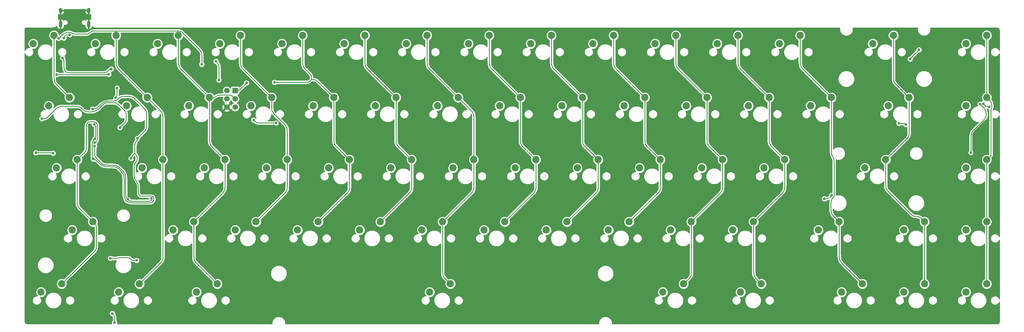
<source format=gbr>
G04 #@! TF.GenerationSoftware,KiCad,Pcbnew,(5.0.0)*
G04 #@! TF.CreationDate,2019-08-27T01:04:04-04:00*
G04 #@! TF.ProjectId,mullet-pcb,6D756C6C65742D7063622E6B69636164,rev?*
G04 #@! TF.SameCoordinates,Original*
G04 #@! TF.FileFunction,Copper,L1,Top,Signal*
G04 #@! TF.FilePolarity,Positive*
%FSLAX46Y46*%
G04 Gerber Fmt 4.6, Leading zero omitted, Abs format (unit mm)*
G04 Created by KiCad (PCBNEW (5.0.0)) date 08/27/19 01:04:04*
%MOMM*%
%LPD*%
G01*
G04 APERTURE LIST*
G04 #@! TA.AperFunction,ComponentPad*
%ADD10R,1.700000X1.700000*%
G04 #@! TD*
G04 #@! TA.AperFunction,ComponentPad*
%ADD11C,1.700000*%
G04 #@! TD*
G04 #@! TA.AperFunction,ComponentPad*
%ADD12C,2.200000*%
G04 #@! TD*
G04 #@! TA.AperFunction,ComponentPad*
%ADD13O,1.000000X1.600000*%
G04 #@! TD*
G04 #@! TA.AperFunction,ComponentPad*
%ADD14O,1.000000X2.100000*%
G04 #@! TD*
G04 #@! TA.AperFunction,ViaPad*
%ADD15C,0.800000*%
G04 #@! TD*
G04 #@! TA.AperFunction,Conductor*
%ADD16C,0.250000*%
G04 #@! TD*
G04 #@! TA.AperFunction,Conductor*
%ADD17C,0.254000*%
G04 #@! TD*
G04 APERTURE END LIST*
D10*
G04 #@! TO.P,ISCP1,1*
G04 #@! TO.N,col4*
X131270166Y-116336509D03*
D11*
G04 #@! TO.P,ISCP1,2*
G04 #@! TO.N,+5V*
X128730166Y-116336509D03*
G04 #@! TO.P,ISCP1,3*
G04 #@! TO.N,col2*
X131270166Y-118876509D03*
G04 #@! TO.P,ISCP1,4*
G04 #@! TO.N,col3*
X128730166Y-118876509D03*
G04 #@! TO.P,ISCP1,5*
G04 #@! TO.N,reset*
X131270166Y-121416509D03*
G04 #@! TO.P,ISCP1,6*
G04 #@! TO.N,GND*
X128730166Y-121416509D03*
G04 #@! TD*
D12*
G04 #@! TO.P,SW13,1*
G04 #@! TO.N,col12*
X304371166Y-99445509D03*
G04 #@! TO.P,SW13,2*
G04 #@! TO.N,Net-(D13-Pad2)*
X298021166Y-101985509D03*
G04 #@! TD*
G04 #@! TO.P,SW19,1*
G04 #@! TO.N,col3*
X142446166Y-118495509D03*
G04 #@! TO.P,SW19,2*
G04 #@! TO.N,Net-(D19-Pad2)*
X136096166Y-121035509D03*
G04 #@! TD*
D13*
G04 #@! TO.P,USB1,13*
G04 #@! TO.N,GND*
X86419052Y-91785607D03*
X77779052Y-91785607D03*
D14*
X86419052Y-95965607D03*
X77779052Y-95965607D03*
G04 #@! TD*
D12*
G04 #@! TO.P,SW1,1*
G04 #@! TO.N,col0*
X75771166Y-99445509D03*
G04 #@! TO.P,SW1,2*
G04 #@! TO.N,Net-(D1-Pad2)*
X69421166Y-101985509D03*
G04 #@! TD*
G04 #@! TO.P,SW2,1*
G04 #@! TO.N,col1*
X94821166Y-99445509D03*
G04 #@! TO.P,SW2,2*
G04 #@! TO.N,Net-(D2-Pad2)*
X88471166Y-101985509D03*
G04 #@! TD*
G04 #@! TO.P,SW3,1*
G04 #@! TO.N,col2*
X113871166Y-99445509D03*
G04 #@! TO.P,SW3,2*
G04 #@! TO.N,Net-(D3-Pad2)*
X107521166Y-101985509D03*
G04 #@! TD*
G04 #@! TO.P,SW4,1*
G04 #@! TO.N,col3*
X132921166Y-99445509D03*
G04 #@! TO.P,SW4,2*
G04 #@! TO.N,Net-(D4-Pad2)*
X126571166Y-101985509D03*
G04 #@! TD*
G04 #@! TO.P,SW5,1*
G04 #@! TO.N,col4*
X151971166Y-99445509D03*
G04 #@! TO.P,SW5,2*
G04 #@! TO.N,Net-(D5-Pad2)*
X145621166Y-101985509D03*
G04 #@! TD*
G04 #@! TO.P,SW6,2*
G04 #@! TO.N,Net-(D6-Pad2)*
X164671166Y-101985509D03*
G04 #@! TO.P,SW6,1*
G04 #@! TO.N,col5*
X171021166Y-99445509D03*
G04 #@! TD*
G04 #@! TO.P,SW7,2*
G04 #@! TO.N,Net-(D7-Pad2)*
X183721166Y-101985509D03*
G04 #@! TO.P,SW7,1*
G04 #@! TO.N,col6*
X190071166Y-99445509D03*
G04 #@! TD*
G04 #@! TO.P,SW8,2*
G04 #@! TO.N,Net-(D8-Pad2)*
X202771166Y-101985509D03*
G04 #@! TO.P,SW8,1*
G04 #@! TO.N,col7*
X209121166Y-99445509D03*
G04 #@! TD*
G04 #@! TO.P,SW9,2*
G04 #@! TO.N,Net-(D9-Pad2)*
X221821166Y-101985509D03*
G04 #@! TO.P,SW9,1*
G04 #@! TO.N,col8*
X228171166Y-99445509D03*
G04 #@! TD*
G04 #@! TO.P,SW10,1*
G04 #@! TO.N,col9*
X247221166Y-99445509D03*
G04 #@! TO.P,SW10,2*
G04 #@! TO.N,Net-(D10-Pad2)*
X240871166Y-101985509D03*
G04 #@! TD*
G04 #@! TO.P,SW11,2*
G04 #@! TO.N,Net-(D11-Pad2)*
X259921166Y-101985509D03*
G04 #@! TO.P,SW11,1*
G04 #@! TO.N,col10*
X266271166Y-99445509D03*
G04 #@! TD*
G04 #@! TO.P,SW12,2*
G04 #@! TO.N,Net-(D12-Pad2)*
X278971166Y-101985509D03*
G04 #@! TO.P,SW12,1*
G04 #@! TO.N,col11*
X285321166Y-99445509D03*
G04 #@! TD*
G04 #@! TO.P,SW15,1*
G04 #@! TO.N,col14*
X361521166Y-99445509D03*
G04 #@! TO.P,SW15,2*
G04 #@! TO.N,Net-(D15-Pad2)*
X355171166Y-101985509D03*
G04 #@! TD*
G04 #@! TO.P,SW17,1*
G04 #@! TO.N,col1*
X104346166Y-118495509D03*
G04 #@! TO.P,SW17,2*
G04 #@! TO.N,Net-(D17-Pad2)*
X97996166Y-121035509D03*
G04 #@! TD*
G04 #@! TO.P,SW18,2*
G04 #@! TO.N,Net-(D18-Pad2)*
X117046166Y-121035509D03*
G04 #@! TO.P,SW18,1*
G04 #@! TO.N,col2*
X123396166Y-118495509D03*
G04 #@! TD*
G04 #@! TO.P,SW20,2*
G04 #@! TO.N,Net-(D20-Pad2)*
X155146166Y-121035509D03*
G04 #@! TO.P,SW20,1*
G04 #@! TO.N,col4*
X161496166Y-118495509D03*
G04 #@! TD*
G04 #@! TO.P,SW21,2*
G04 #@! TO.N,Net-(D21-Pad2)*
X174196166Y-121035509D03*
G04 #@! TO.P,SW21,1*
G04 #@! TO.N,col5*
X180546166Y-118495509D03*
G04 #@! TD*
G04 #@! TO.P,SW22,1*
G04 #@! TO.N,col6*
X199596166Y-118495509D03*
G04 #@! TO.P,SW22,2*
G04 #@! TO.N,Net-(D22-Pad2)*
X193246166Y-121035509D03*
G04 #@! TD*
G04 #@! TO.P,SW23,1*
G04 #@! TO.N,col7*
X218646166Y-118495509D03*
G04 #@! TO.P,SW23,2*
G04 #@! TO.N,Net-(D23-Pad2)*
X212296166Y-121035509D03*
G04 #@! TD*
G04 #@! TO.P,SW24,1*
G04 #@! TO.N,col8*
X237696166Y-118495509D03*
G04 #@! TO.P,SW24,2*
G04 #@! TO.N,Net-(D24-Pad2)*
X231346166Y-121035509D03*
G04 #@! TD*
G04 #@! TO.P,SW25,1*
G04 #@! TO.N,col9*
X256746166Y-118495509D03*
G04 #@! TO.P,SW25,2*
G04 #@! TO.N,Net-(D25-Pad2)*
X250396166Y-121035509D03*
G04 #@! TD*
G04 #@! TO.P,SW26,1*
G04 #@! TO.N,col10*
X275796166Y-118495509D03*
G04 #@! TO.P,SW26,2*
G04 #@! TO.N,Net-(D26-Pad2)*
X269446166Y-121035509D03*
G04 #@! TD*
G04 #@! TO.P,SW27,1*
G04 #@! TO.N,col11*
X294846166Y-118495509D03*
G04 #@! TO.P,SW27,2*
G04 #@! TO.N,Net-(D27-Pad2)*
X288496166Y-121035509D03*
G04 #@! TD*
G04 #@! TO.P,SW28,2*
G04 #@! TO.N,Net-(D28-Pad2)*
X307546166Y-121035509D03*
G04 #@! TO.P,SW28,1*
G04 #@! TO.N,col12*
X313896166Y-118495509D03*
G04 #@! TD*
G04 #@! TO.P,SW30,2*
G04 #@! TO.N,Net-(D30-Pad2)*
X355171166Y-121035509D03*
G04 #@! TO.P,SW30,1*
G04 #@! TO.N,col14*
X361521166Y-118495509D03*
G04 #@! TD*
G04 #@! TO.P,SW32,2*
G04 #@! TO.N,Net-(D32-Pad2)*
X102758666Y-140085509D03*
G04 #@! TO.P,SW32,1*
G04 #@! TO.N,col1*
X109108666Y-137545509D03*
G04 #@! TD*
G04 #@! TO.P,SW33,2*
G04 #@! TO.N,Net-(D33-Pad2)*
X121808666Y-140085509D03*
G04 #@! TO.P,SW33,1*
G04 #@! TO.N,col2*
X128158666Y-137545509D03*
G04 #@! TD*
G04 #@! TO.P,SW34,2*
G04 #@! TO.N,Net-(D34-Pad2)*
X140858666Y-140085509D03*
G04 #@! TO.P,SW34,1*
G04 #@! TO.N,col3*
X147208666Y-137545509D03*
G04 #@! TD*
G04 #@! TO.P,SW35,2*
G04 #@! TO.N,Net-(D35-Pad2)*
X159908166Y-140085509D03*
G04 #@! TO.P,SW35,1*
G04 #@! TO.N,col4*
X166258166Y-137545509D03*
G04 #@! TD*
G04 #@! TO.P,SW36,2*
G04 #@! TO.N,Net-(D36-Pad2)*
X178958166Y-140085509D03*
G04 #@! TO.P,SW36,1*
G04 #@! TO.N,col5*
X185308166Y-137545509D03*
G04 #@! TD*
G04 #@! TO.P,SW37,1*
G04 #@! TO.N,col6*
X204358166Y-137545509D03*
G04 #@! TO.P,SW37,2*
G04 #@! TO.N,Net-(D37-Pad2)*
X198008166Y-140085509D03*
G04 #@! TD*
G04 #@! TO.P,SW38,2*
G04 #@! TO.N,Net-(D38-Pad2)*
X217058166Y-140085509D03*
G04 #@! TO.P,SW38,1*
G04 #@! TO.N,col7*
X223408166Y-137545509D03*
G04 #@! TD*
G04 #@! TO.P,SW39,1*
G04 #@! TO.N,col8*
X242458166Y-137545509D03*
G04 #@! TO.P,SW39,2*
G04 #@! TO.N,Net-(D39-Pad2)*
X236108166Y-140085509D03*
G04 #@! TD*
G04 #@! TO.P,SW40,1*
G04 #@! TO.N,col9*
X261508166Y-137545509D03*
G04 #@! TO.P,SW40,2*
G04 #@! TO.N,Net-(D40-Pad2)*
X255158166Y-140085509D03*
G04 #@! TD*
G04 #@! TO.P,SW41,2*
G04 #@! TO.N,Net-(D41-Pad2)*
X274208166Y-140085509D03*
G04 #@! TO.P,SW41,1*
G04 #@! TO.N,col10*
X280558166Y-137545509D03*
G04 #@! TD*
G04 #@! TO.P,SW42,2*
G04 #@! TO.N,Net-(D42-Pad2)*
X293258166Y-140085509D03*
G04 #@! TO.P,SW42,1*
G04 #@! TO.N,col11*
X299608166Y-137545509D03*
G04 #@! TD*
G04 #@! TO.P,SW44,2*
G04 #@! TO.N,Net-(D44-Pad2)*
X355171166Y-140085509D03*
G04 #@! TO.P,SW44,1*
G04 #@! TO.N,col14*
X361521166Y-137545509D03*
G04 #@! TD*
G04 #@! TO.P,SW46,1*
G04 #@! TO.N,col2*
X118633666Y-156595509D03*
G04 #@! TO.P,SW46,2*
G04 #@! TO.N,Net-(D46-Pad2)*
X112283666Y-159135509D03*
G04 #@! TD*
G04 #@! TO.P,SW47,2*
G04 #@! TO.N,Net-(D47-Pad2)*
X131333666Y-159135509D03*
G04 #@! TO.P,SW47,1*
G04 #@! TO.N,col3*
X137683666Y-156595509D03*
G04 #@! TD*
G04 #@! TO.P,SW48,1*
G04 #@! TO.N,col4*
X156733666Y-156595509D03*
G04 #@! TO.P,SW48,2*
G04 #@! TO.N,Net-(D48-Pad2)*
X150383666Y-159135509D03*
G04 #@! TD*
G04 #@! TO.P,SW49,1*
G04 #@! TO.N,col5*
X175784166Y-156595509D03*
G04 #@! TO.P,SW49,2*
G04 #@! TO.N,Net-(D49-Pad2)*
X169434166Y-159135509D03*
G04 #@! TD*
G04 #@! TO.P,SW50,1*
G04 #@! TO.N,col6*
X194834166Y-156595509D03*
G04 #@! TO.P,SW50,2*
G04 #@! TO.N,Net-(D50-Pad2)*
X188484166Y-159135509D03*
G04 #@! TD*
G04 #@! TO.P,SW51,1*
G04 #@! TO.N,col7*
X213884166Y-156595509D03*
G04 #@! TO.P,SW51,2*
G04 #@! TO.N,Net-(D51-Pad2)*
X207534166Y-159135509D03*
G04 #@! TD*
G04 #@! TO.P,SW52,2*
G04 #@! TO.N,Net-(D52-Pad2)*
X226584166Y-159135509D03*
G04 #@! TO.P,SW52,1*
G04 #@! TO.N,col8*
X232934166Y-156595509D03*
G04 #@! TD*
G04 #@! TO.P,SW53,2*
G04 #@! TO.N,Net-(D53-Pad2)*
X245634166Y-159135509D03*
G04 #@! TO.P,SW53,1*
G04 #@! TO.N,col9*
X251984166Y-156595509D03*
G04 #@! TD*
G04 #@! TO.P,SW54,2*
G04 #@! TO.N,Net-(D54-Pad2)*
X264684166Y-159135509D03*
G04 #@! TO.P,SW54,1*
G04 #@! TO.N,col10*
X271034166Y-156595509D03*
G04 #@! TD*
G04 #@! TO.P,SW55,2*
G04 #@! TO.N,Net-(D55-Pad2)*
X283734166Y-159135509D03*
G04 #@! TO.P,SW55,1*
G04 #@! TO.N,col11*
X290084166Y-156595509D03*
G04 #@! TD*
G04 #@! TO.P,SW57,2*
G04 #@! TO.N,Net-(D57-Pad2)*
X336121166Y-159135509D03*
G04 #@! TO.P,SW57,1*
G04 #@! TO.N,col13*
X342471166Y-156595509D03*
G04 #@! TD*
G04 #@! TO.P,SW58,2*
G04 #@! TO.N,Net-(D58-Pad2)*
X355171166Y-159135509D03*
G04 #@! TO.P,SW58,1*
G04 #@! TO.N,col14*
X361521166Y-156595509D03*
G04 #@! TD*
G04 #@! TO.P,SW62,1*
G04 #@! TO.N,col6*
X197215166Y-175645509D03*
G04 #@! TO.P,SW62,2*
G04 #@! TO.N,Net-(D62-Pad2)*
X190865166Y-178185509D03*
G04 #@! TD*
G04 #@! TO.P,SW65,1*
G04 #@! TO.N,col12*
X323421166Y-175645509D03*
G04 #@! TO.P,SW65,2*
G04 #@! TO.N,Net-(D65-Pad2)*
X317071166Y-178185509D03*
G04 #@! TD*
G04 #@! TO.P,SW66,1*
G04 #@! TO.N,col13*
X342471166Y-175645509D03*
G04 #@! TO.P,SW66,2*
G04 #@! TO.N,Net-(D66-Pad2)*
X336121166Y-178185509D03*
G04 #@! TD*
G04 #@! TO.P,SW67,1*
G04 #@! TO.N,col14*
X361521166Y-175645509D03*
G04 #@! TO.P,SW67,2*
G04 #@! TO.N,Net-(D67-Pad2)*
X355171166Y-178185509D03*
G04 #@! TD*
G04 #@! TO.P,SW14,1*
G04 #@! TO.N,col13*
X332946166Y-99445509D03*
G04 #@! TO.P,SW14,2*
G04 #@! TO.N,Net-(D14-Pad2)*
X326596166Y-101985509D03*
G04 #@! TD*
G04 #@! TO.P,SW16,1*
G04 #@! TO.N,col0*
X80533666Y-118495509D03*
G04 #@! TO.P,SW16,2*
G04 #@! TO.N,Net-(D16-Pad2)*
X74183666Y-121035509D03*
G04 #@! TD*
G04 #@! TO.P,SW29,2*
G04 #@! TO.N,Net-(D29-Pad2)*
X331358166Y-121035509D03*
G04 #@! TO.P,SW29,1*
G04 #@! TO.N,col13*
X337708166Y-118495509D03*
G04 #@! TD*
G04 #@! TO.P,SW31,2*
G04 #@! TO.N,Net-(D31-Pad2)*
X76564966Y-140085509D03*
G04 #@! TO.P,SW31,1*
G04 #@! TO.N,col0*
X82914966Y-137545509D03*
G04 #@! TD*
G04 #@! TO.P,SW43,1*
G04 #@! TO.N,col13*
X330565166Y-137545509D03*
G04 #@! TO.P,SW43,2*
G04 #@! TO.N,Net-(D43-Pad2)*
X324215166Y-140085509D03*
G04 #@! TD*
G04 #@! TO.P,SW45,2*
G04 #@! TO.N,Net-(D45-Pad2)*
X81327366Y-159135509D03*
G04 #@! TO.P,SW45,1*
G04 #@! TO.N,col0*
X87677366Y-156595509D03*
G04 #@! TD*
G04 #@! TO.P,SW56,1*
G04 #@! TO.N,col12*
X316277166Y-156595509D03*
G04 #@! TO.P,SW56,2*
G04 #@! TO.N,Net-(D56-Pad2)*
X309927166Y-159135509D03*
G04 #@! TD*
G04 #@! TO.P,SW59,1*
G04 #@! TO.N,col0*
X78152366Y-175645509D03*
G04 #@! TO.P,SW59,2*
G04 #@! TO.N,Net-(D59-Pad2)*
X71802366Y-178185509D03*
G04 #@! TD*
G04 #@! TO.P,SW60,2*
G04 #@! TO.N,Net-(D60-Pad2)*
X95614966Y-178185509D03*
G04 #@! TO.P,SW60,1*
G04 #@! TO.N,col1*
X101964966Y-175645509D03*
G04 #@! TD*
G04 #@! TO.P,SW61,1*
G04 #@! TO.N,col2*
X125777366Y-175645509D03*
G04 #@! TO.P,SW61,2*
G04 #@! TO.N,Net-(D61-Pad2)*
X119427366Y-178185509D03*
G04 #@! TD*
G04 #@! TO.P,SW63,2*
G04 #@! TO.N,Net-(D63-Pad2)*
X262302166Y-178185509D03*
G04 #@! TO.P,SW63,1*
G04 #@! TO.N,col10*
X268652166Y-175645509D03*
G04 #@! TD*
G04 #@! TO.P,SW64,1*
G04 #@! TO.N,col11*
X292465166Y-175645509D03*
G04 #@! TO.P,SW64,2*
G04 #@! TO.N,Net-(D64-Pad2)*
X286115166Y-178185509D03*
G04 #@! TD*
D15*
G04 #@! TO.N,GND*
X93700005Y-120996365D03*
X96304428Y-131097710D03*
X92492666Y-127453004D03*
X86560957Y-126875581D03*
X77899612Y-102676308D03*
X93804991Y-128598273D03*
X355640075Y-129657710D03*
X338212399Y-102676308D03*
X89068351Y-120511658D03*
X94329921Y-110435380D03*
X119369082Y-107243199D03*
X118896645Y-104473435D03*
X356165005Y-136744265D03*
X77336166Y-106312300D03*
X86560957Y-137636646D03*
X100419109Y-137122587D03*
X98674304Y-148757499D03*
X101073565Y-149552557D03*
X292176038Y-109815356D03*
X288449035Y-109080454D03*
X350765783Y-109730545D03*
X362044221Y-125510763D03*
X144921265Y-126317765D03*
X142726052Y-124569036D03*
G04 #@! TO.N,row0*
X92545159Y-111307877D03*
X76624419Y-111402889D03*
G04 #@! TO.N,row1*
X136954237Y-125405777D03*
X336690102Y-126770595D03*
X72072889Y-124985833D03*
X95957204Y-127662976D03*
X334590382Y-126403144D03*
X143809185Y-126288266D03*
G04 #@! TO.N,row2*
X88190969Y-133384713D03*
X311755927Y-149552557D03*
X105615916Y-149447571D03*
X98449564Y-149737340D03*
X314013118Y-148467943D03*
G04 #@! TO.N,row3*
X93017596Y-167820121D03*
X101101518Y-168450037D03*
G04 #@! TO.N,row4*
X93647512Y-184722867D03*
X94329921Y-187557489D03*
G04 #@! TO.N,col0*
X88240733Y-132334853D03*
G04 #@! TO.N,col4*
X134749531Y-114014796D03*
X143305890Y-113804824D03*
G04 #@! TO.N,Net-(LED1-Pad2)*
X356689935Y-135379447D03*
X359471489Y-120483262D03*
G04 #@! TO.N,Net-(LED6-Pad2)*
X77207150Y-100355431D03*
X121025452Y-108263972D03*
G04 #@! TO.N,Net-(LED7-Pad2)*
X70235634Y-135431940D03*
X75523451Y-135550902D03*
G04 #@! TO.N,reset*
X94644879Y-118581687D03*
X95064823Y-115537093D03*
G04 #@! TO.N,Net-(R1-Pad2)*
X80570749Y-99201320D03*
X78791993Y-100261630D03*
G04 #@! TO.N,+5V*
X88097230Y-126704126D03*
X88293226Y-131180007D03*
X87610817Y-121993732D03*
X126298158Y-113122415D03*
X125405777Y-107400678D03*
X93385047Y-109710370D03*
X78424542Y-106350818D03*
X340784556Y-103831154D03*
X338054920Y-106665776D03*
X360469431Y-120418942D03*
X362306686Y-121311323D03*
X101308902Y-130987146D03*
X99419098Y-137165315D03*
X87768296Y-137321688D03*
G04 #@! TD*
D16*
G04 #@! TO.N,GND*
X95904429Y-130697711D02*
X96304428Y-131097710D01*
X93700005Y-120996365D02*
X93700005Y-128493287D01*
X93700005Y-128493287D02*
X93804991Y-128598273D01*
X93804991Y-128598273D02*
X95904429Y-130697711D01*
X86560957Y-126875581D02*
X86560957Y-137636646D01*
X100419109Y-149552557D02*
X101073565Y-149552557D01*
X100261630Y-149542638D02*
X99789193Y-149468522D01*
X100419109Y-149552557D02*
X100261630Y-149542638D01*
X99789193Y-149468522D02*
X99631714Y-149424166D01*
X98674304Y-148757499D02*
X99001798Y-149084993D01*
X101021940Y-145248131D02*
X101073565Y-145563089D01*
X100800254Y-144775694D02*
X100889265Y-144933173D01*
X100889265Y-144933173D02*
X101021940Y-145248131D01*
X99876386Y-138738999D02*
X99855401Y-138896478D01*
X101073565Y-145563089D02*
X101073565Y-149552557D01*
X99855401Y-138896478D02*
X99840206Y-139211436D01*
X99840206Y-139211436D02*
X99835350Y-142308523D01*
X99835350Y-142308523D02*
X99850832Y-142728467D01*
X99850832Y-142728467D02*
X99882619Y-143043425D01*
X99882619Y-143043425D02*
X99965568Y-143358383D01*
X99965568Y-143358383D02*
X100030922Y-143515862D01*
X100030922Y-143515862D02*
X100227864Y-143883313D01*
X100227864Y-143883313D02*
X100688421Y-144618215D01*
X100688421Y-144618215D02*
X100800254Y-144775694D01*
X100211315Y-137951604D02*
X100378662Y-137531660D01*
X100378662Y-137531660D02*
X100419109Y-137122587D01*
X100106671Y-138161576D02*
X100211315Y-137951604D01*
X99943850Y-138529027D02*
X100106671Y-138161576D01*
X99943850Y-138529027D02*
X99876386Y-138738999D01*
X94171648Y-117531827D02*
X94099271Y-117689306D01*
X89068351Y-120511658D02*
X89973002Y-119894012D01*
X93929330Y-118004264D02*
X93791868Y-118371715D01*
X94099271Y-117689306D02*
X93929330Y-118004264D01*
X93791868Y-118371715D02*
X93710718Y-118529194D01*
X93710718Y-118529194D02*
X93542526Y-118697908D01*
X93542526Y-118697908D02*
X93070089Y-118908177D01*
X93070089Y-118908177D02*
X92727890Y-119001631D01*
X92020229Y-119109323D02*
X91442806Y-119233656D01*
X91387168Y-119251785D02*
X91442806Y-119233656D01*
X92727890Y-119001631D02*
X92020229Y-119109323D01*
X91127848Y-119316600D02*
X90760397Y-119447821D01*
X91127848Y-119316600D02*
X91387168Y-119251785D01*
X90760397Y-119447821D02*
X90445439Y-119618423D01*
X89973002Y-119894012D02*
X90445439Y-119618423D01*
X94171648Y-117531827D02*
X94226928Y-117269362D01*
X94226928Y-117269362D02*
X94278424Y-116954404D01*
X94293873Y-116796925D02*
X94329921Y-116167009D01*
X94329921Y-110435380D02*
X94329921Y-116167009D01*
X94278424Y-116954404D02*
X94293873Y-116796925D01*
X77112217Y-105962569D02*
X77336166Y-106312300D01*
X77112217Y-105962569D02*
X77024096Y-105720902D01*
X77024096Y-105720902D02*
X76991123Y-105563423D01*
X76991123Y-105563423D02*
X76963645Y-105353451D01*
X76949906Y-105143479D02*
X76936167Y-104671042D01*
X76963645Y-105353451D02*
X76949906Y-105143479D01*
X76936167Y-104408577D02*
X76936167Y-104671042D01*
X76936167Y-104408577D02*
X76968439Y-104198605D01*
X77010408Y-103988633D02*
X77089313Y-103673675D01*
X76968439Y-104198605D02*
X77010408Y-103988633D01*
X77089313Y-103673675D02*
X77206073Y-103463703D01*
X77323328Y-103306224D02*
X77584654Y-102991266D01*
X77899612Y-102676308D02*
X77584654Y-102991266D01*
X77206073Y-103463703D02*
X77323328Y-103306224D01*
X119369082Y-107243199D02*
X119369082Y-106193339D01*
X119355911Y-105825888D02*
X119300433Y-105458437D01*
X119369082Y-106193339D02*
X119355911Y-105825888D01*
X119300433Y-105458437D02*
X119132495Y-104933507D01*
X119132495Y-104933507D02*
X118896645Y-104473435D01*
X342254360Y-102676308D02*
X338212399Y-102676308D01*
X344119719Y-103148745D02*
X343829150Y-102967851D01*
X344498941Y-103463703D02*
X344249094Y-103242644D01*
X344249094Y-103242644D02*
X344119719Y-103148745D01*
X350765783Y-109730545D02*
X344498941Y-103463703D01*
X343671671Y-102908068D02*
X343259612Y-102781294D01*
X343259612Y-102781294D02*
X343041755Y-102741772D01*
X343829150Y-102967851D02*
X343671671Y-102908068D01*
X342779290Y-102709505D02*
X342464332Y-102684214D01*
X342464332Y-102684214D02*
X342254360Y-102676308D01*
X343041755Y-102741772D02*
X342779290Y-102709505D01*
X350765783Y-123778494D02*
X350790696Y-124198438D01*
X350790696Y-124198438D02*
X350828065Y-124513396D01*
X350765783Y-109730545D02*
X350765783Y-123778494D01*
X350828065Y-124513396D02*
X350874776Y-124670875D01*
X351440635Y-125458270D02*
X355640075Y-129657710D01*
X351349715Y-125353284D02*
X351060505Y-124985833D01*
X351060505Y-124985833D02*
X350874776Y-124670875D01*
X351440635Y-125458270D02*
X351349715Y-125353284D01*
X357287787Y-129552724D02*
X357232578Y-129762696D01*
X357407062Y-129290259D02*
X357287787Y-129552724D01*
X361099347Y-125510763D02*
X357634809Y-128975301D01*
X357477330Y-129181993D02*
X357407062Y-129290259D01*
X357634809Y-128975301D02*
X357477330Y-129181993D01*
X362044221Y-125510763D02*
X361099347Y-125510763D01*
X357204367Y-134539559D02*
X357260360Y-134749531D01*
X357162372Y-130340119D02*
X357162372Y-134014629D01*
X357232578Y-129762696D02*
X357170942Y-130130147D01*
X357170942Y-130130147D02*
X357162372Y-130340119D01*
X357162372Y-134014629D02*
X357204367Y-134539559D01*
X357346755Y-135011996D02*
X357414936Y-135274461D01*
X357260360Y-134749531D02*
X357346755Y-135011996D01*
X357414936Y-135274461D02*
X357414936Y-135589419D01*
X357414936Y-135589419D02*
X357346330Y-135904377D01*
X356584949Y-136625671D02*
X356165005Y-136744265D01*
X356742428Y-136560974D02*
X356584949Y-136625671D01*
X356952400Y-136431495D02*
X356742428Y-136560974D01*
X357232318Y-136114349D02*
X357057386Y-136337331D01*
X357057386Y-136337331D02*
X356952400Y-136431495D01*
X357346330Y-135904377D02*
X357232318Y-136114349D01*
X289761360Y-109815356D02*
X292176038Y-109815356D01*
X289498895Y-109782953D02*
X289131444Y-109669542D01*
X289761360Y-109815356D02*
X289498895Y-109782953D01*
X289131444Y-109669542D02*
X288816486Y-109447905D01*
X288449035Y-109080454D02*
X288816486Y-109447905D01*
X99631714Y-149424166D02*
X99305483Y-149272250D01*
X99305483Y-149272250D02*
X99001798Y-149084993D01*
X144921265Y-126317765D02*
X144921265Y-126131730D01*
X143172536Y-124680622D02*
X142726052Y-124569036D01*
X143432985Y-124780102D02*
X143172536Y-124680622D01*
X143581813Y-124856918D02*
X143432985Y-124780102D01*
X144028297Y-125238762D02*
X143693434Y-124936219D01*
X143693434Y-124936219D02*
X143581813Y-124856918D01*
X144921265Y-126131730D02*
X144028297Y-125238762D01*
G04 #@! TO.N,row0*
X92450147Y-111402889D02*
X92545159Y-111307877D01*
X76624419Y-111402889D02*
X92450147Y-111402889D01*
G04 #@! TO.N,row1*
X93909977Y-120051491D02*
X93804991Y-120051491D01*
X97901167Y-123358550D02*
X97864900Y-123201071D01*
X97901167Y-124775861D02*
X97901167Y-123358550D01*
X95957204Y-127662976D02*
X97322022Y-126298158D01*
X97322022Y-126298158D02*
X97634614Y-125930707D01*
X97634614Y-125930707D02*
X97805646Y-125668242D01*
X97805646Y-125668242D02*
X97846952Y-125532045D01*
X97846952Y-125532045D02*
X97864695Y-125353284D01*
X97864695Y-125353284D02*
X97901167Y-124775861D01*
X97864900Y-123201071D02*
X97727897Y-122938606D01*
X97727897Y-122938606D02*
X97584487Y-122759733D01*
X97330221Y-122466169D02*
X96902078Y-122012419D01*
X97584487Y-122759733D02*
X97330221Y-122466169D01*
X93804991Y-120051491D02*
X93962470Y-120059886D01*
X93804991Y-120051491D02*
X93647512Y-120051491D01*
X93962470Y-120059886D02*
X94119949Y-120068281D01*
X93647512Y-120051491D02*
X93962470Y-120059886D01*
X94119949Y-120068281D02*
X94434907Y-120107456D01*
X94434907Y-120107456D02*
X94697372Y-120182252D01*
X94697372Y-120182252D02*
X94854851Y-120242936D01*
X94854851Y-120242936D02*
X95012330Y-120320205D01*
X95012330Y-120320205D02*
X95250239Y-120471435D01*
X95250239Y-120471435D02*
X95520492Y-120681407D01*
X95641392Y-120786393D02*
X96167176Y-121277517D01*
X96902078Y-122012419D02*
X96167176Y-121277517D01*
X95520492Y-120681407D02*
X95641392Y-120786393D01*
X89395579Y-121993732D02*
X88818156Y-122372731D01*
X88818156Y-122372731D02*
X88135747Y-122686639D01*
X90812890Y-120576421D02*
X89395579Y-121993732D01*
X91022862Y-120415202D02*
X90812890Y-120576421D01*
X93647512Y-120051491D02*
X92387680Y-120051491D01*
X92387680Y-120051491D02*
X91967736Y-120067451D01*
X91967736Y-120067451D02*
X91705271Y-120110217D01*
X91705271Y-120110217D02*
X91495299Y-120162267D01*
X91495299Y-120162267D02*
X91283782Y-120261463D01*
X91283782Y-120261463D02*
X91022862Y-120415202D01*
X87768296Y-122789525D02*
X87138380Y-122833620D01*
X88135747Y-122686639D02*
X87768296Y-122789525D01*
X87138380Y-122833620D02*
X86245999Y-122833620D01*
X84881181Y-122342984D02*
X84408744Y-121941239D01*
X85826055Y-122783058D02*
X85143646Y-122517083D01*
X85143646Y-122517083D02*
X84881181Y-122342984D01*
X86245999Y-122833620D02*
X85826055Y-122783058D01*
X84408744Y-121941239D02*
X83951431Y-121521295D01*
X83951431Y-121521295D02*
X83831321Y-121432713D01*
X83831321Y-121432713D02*
X83582315Y-121311323D01*
X83582315Y-121311323D02*
X83358884Y-121257200D01*
X83358884Y-121257200D02*
X83201405Y-121238127D01*
X83043926Y-121226205D02*
X82466503Y-121206337D01*
X83201405Y-121238127D02*
X83043926Y-121226205D01*
X82466503Y-121206337D02*
X77952105Y-121206337D01*
X77952105Y-121206337D02*
X77637147Y-121237824D01*
X77637147Y-121237824D02*
X77322189Y-121312614D01*
X76587287Y-121677868D02*
X76339431Y-121888746D01*
X77059724Y-121413381D02*
X76747956Y-121573788D01*
X76747956Y-121573788D02*
X76587287Y-121677868D01*
X77322189Y-121312614D02*
X77059724Y-121413381D01*
X72860284Y-124960716D02*
X72545326Y-124985833D01*
X72545326Y-124985833D02*
X72072889Y-124985833D01*
X73386947Y-124775861D02*
X73017763Y-124918853D01*
X73017763Y-124918853D02*
X72860284Y-124960716D01*
X73386947Y-124775861D02*
X73714781Y-124513396D01*
X76339431Y-121888746D02*
X73714781Y-124513396D01*
X334590382Y-126403144D02*
X335377777Y-126403144D01*
X335535256Y-126409201D02*
X335850214Y-126453436D01*
X335377777Y-126403144D02*
X335535256Y-126409201D01*
X335850214Y-126453436D02*
X336217665Y-126570903D01*
X336217665Y-126570903D02*
X336690102Y-126770595D01*
X137479865Y-125931405D02*
X136954237Y-125405777D01*
X138633282Y-126288266D02*
X138372833Y-126274814D01*
X138372833Y-126274814D02*
X138224005Y-126256878D01*
X143809185Y-126288266D02*
X138633282Y-126288266D01*
X138224005Y-126256878D02*
X137963556Y-126182586D01*
X137825930Y-126131730D02*
X137479865Y-125931405D01*
X137963556Y-126182586D02*
X137825930Y-126131730D01*
G04 #@! TO.N,row2*
X88190969Y-135641912D02*
X88216534Y-136114349D01*
X88190969Y-135641912D02*
X88190969Y-133384713D01*
X88216534Y-136114349D02*
X88250619Y-136324321D01*
X88250619Y-136324321D02*
X88334958Y-136534293D01*
X88452054Y-136691772D02*
X88713170Y-137006730D01*
X88334958Y-136534293D02*
X88452054Y-136691772D01*
X90445439Y-138738999D02*
X88713170Y-137006730D01*
X91022862Y-139025805D02*
X90602918Y-138839738D01*
X90602918Y-138839738D02*
X90445439Y-138738999D01*
X91350077Y-139106450D02*
X91022862Y-139025805D01*
X91547792Y-139131907D02*
X91350077Y-139106450D01*
X95484767Y-139683931D02*
X95222302Y-139528059D01*
X95222302Y-139528059D02*
X94854851Y-139378937D01*
X94854851Y-139378937D02*
X94539893Y-139282992D01*
X94539893Y-139282992D02*
X94277428Y-139253457D01*
X93175075Y-139187298D02*
X91705271Y-139140919D01*
X91705271Y-139140919D02*
X91547792Y-139131907D01*
X94277428Y-139253457D02*
X93175075Y-139187298D01*
X97650786Y-142833453D02*
X97614312Y-142518495D01*
X97689473Y-143568355D02*
X97650786Y-142833453D01*
X97614312Y-142518495D02*
X97584487Y-142351853D01*
X97531665Y-142151044D02*
X97427008Y-141824422D01*
X97584487Y-142351853D02*
X97531665Y-142151044D01*
X97427008Y-141824422D02*
X97352586Y-141678607D01*
X97217036Y-141441169D02*
X96968290Y-141101184D01*
X96968290Y-141101184D02*
X96534627Y-140628747D01*
X97352586Y-141678607D02*
X97217036Y-141441169D01*
X97689473Y-147977767D02*
X97715455Y-148450204D01*
X97689473Y-147977767D02*
X97689473Y-143568355D01*
X97715455Y-148450204D02*
X97778637Y-148712669D01*
X97778637Y-148712669D02*
X97836704Y-148870148D01*
X97916577Y-149027627D02*
X98112672Y-149342585D01*
X98112672Y-149342585D02*
X98449564Y-149737340D01*
X97836704Y-148870148D02*
X97916577Y-149027627D01*
X98739333Y-150027109D02*
X98449564Y-149737340D01*
X98896812Y-150117931D02*
X98739333Y-150027109D01*
X99894179Y-150300307D02*
X99526728Y-150282868D01*
X99526728Y-150282868D02*
X99211770Y-150224194D01*
X99211770Y-150224194D02*
X98896812Y-150117931D01*
X104093619Y-150300307D02*
X99894179Y-150300307D01*
X312175871Y-149552557D02*
X311755927Y-149552557D01*
X312175871Y-149552557D02*
X312333350Y-149542206D01*
X312333350Y-149542206D02*
X312490829Y-149515434D01*
X314013118Y-148467943D02*
X313540689Y-148940372D01*
X312490829Y-149515434D02*
X312648308Y-149480452D01*
X312648308Y-149480452D02*
X312858280Y-149405205D01*
X312858280Y-149405205D02*
X312987044Y-149342585D01*
X312987044Y-149342585D02*
X313380515Y-149080120D01*
X313380515Y-149080120D02*
X313540689Y-148940372D01*
X105615916Y-149920008D02*
X105615916Y-149447571D01*
X104093619Y-150300307D02*
X104618549Y-150305348D01*
X96534627Y-140628747D02*
X96176270Y-140270390D01*
X96012710Y-140121562D02*
X95659197Y-139819578D01*
X95659197Y-139819578D02*
X95484767Y-139683931D01*
X96176270Y-140270390D02*
X96012710Y-140121562D01*
X105534423Y-150055831D02*
X105615916Y-149920008D01*
X104812119Y-150302608D02*
X105072568Y-150279181D01*
X104618549Y-150305348D02*
X104812119Y-150302608D01*
X105221396Y-150229684D02*
X105534423Y-150055831D01*
X105072568Y-150279181D02*
X105221396Y-150229684D01*
G04 #@! TO.N,row3*
X93017596Y-167820121D02*
X94592386Y-167820121D01*
X94592386Y-167820121D02*
X94959837Y-167799124D01*
X95274795Y-167715135D02*
X95589753Y-167648371D01*
X94959837Y-167799124D02*
X95274795Y-167715135D01*
X95852218Y-167616224D02*
X96219669Y-167590508D01*
X95589753Y-167648371D02*
X95852218Y-167616224D01*
X96219669Y-167590508D02*
X98161910Y-167590508D01*
X98487894Y-167610149D02*
X98161910Y-167590508D01*
X98487894Y-167610149D02*
X98686840Y-167650714D01*
X98686840Y-167650714D02*
X98844319Y-167707438D01*
X98844319Y-167707438D02*
X99054291Y-167827704D01*
X99054291Y-167827704D02*
X99369249Y-168067616D01*
X99369249Y-168067616D02*
X99579221Y-168212429D01*
X99579221Y-168212429D02*
X99736700Y-168294376D01*
X99736700Y-168294376D02*
X99999165Y-168372207D01*
X99999165Y-168372207D02*
X100261630Y-168420850D01*
X100261630Y-168420850D02*
X101101518Y-168450037D01*
G04 #@! TO.N,row4*
X93647512Y-184722867D02*
X93962470Y-185037825D01*
X94329921Y-186245164D02*
X94329921Y-187557489D01*
X94314695Y-186035192D02*
X94240839Y-185615248D01*
X94329921Y-186245164D02*
X94314695Y-186035192D01*
X94240839Y-185615248D02*
X94034302Y-185142811D01*
X94034302Y-185142811D02*
X93962470Y-185037825D01*
G04 #@! TO.N,col0*
X78152366Y-175645509D02*
X80908359Y-172889516D01*
X80908359Y-172889516D02*
X80920634Y-172889516D01*
X88188240Y-165621910D02*
X88409338Y-165352950D01*
X80920634Y-172889516D02*
X88188240Y-165621910D01*
X88523299Y-165142978D02*
X88675472Y-164775527D01*
X88409338Y-165352950D02*
X88523299Y-165142978D01*
X88675472Y-164775527D02*
X88748253Y-164408076D01*
X88748253Y-164408076D02*
X88777365Y-164040625D01*
X88777365Y-164040625D02*
X88777365Y-158791325D01*
X88777365Y-158791325D02*
X88767328Y-158476367D01*
X88767328Y-158476367D02*
X88743678Y-158213902D01*
X88455871Y-157374014D02*
X87677366Y-156595509D01*
X88743678Y-158213902D02*
X88703092Y-158003930D01*
X88617508Y-157741465D02*
X88455871Y-157374014D01*
X88703092Y-158003930D02*
X88617508Y-157741465D01*
X83621349Y-152539492D02*
X83331162Y-152177207D01*
X83621349Y-152539492D02*
X87677366Y-156595509D01*
X83331162Y-152177207D02*
X83085363Y-151704770D01*
X83085363Y-151704770D02*
X83028564Y-151547291D01*
X82971765Y-151284826D02*
X82914966Y-150864882D01*
X82914966Y-137545509D02*
X82914966Y-150864882D01*
X83028564Y-151547291D02*
X82971765Y-151284826D01*
X88988668Y-126823088D02*
X89013812Y-126980567D01*
X88940686Y-126665609D02*
X88988668Y-126823088D01*
X88834418Y-126455637D02*
X88940686Y-126665609D01*
X88616582Y-126193172D02*
X88834418Y-126455637D01*
X88135747Y-125917982D02*
X88503198Y-126084700D01*
X87610817Y-125878214D02*
X88135747Y-125917982D01*
X87138380Y-125888196D02*
X87610817Y-125878214D01*
X86875915Y-125898179D02*
X87138380Y-125888196D01*
X85565240Y-134592052D02*
X85635557Y-134329587D01*
X85706384Y-126875581D02*
X85744193Y-126718102D01*
X88503198Y-126084700D02*
X88616582Y-126193172D01*
X85508130Y-134749531D02*
X85565240Y-134592052D01*
X85143646Y-135316829D02*
X85301125Y-135132552D01*
X85428578Y-134907010D02*
X85508130Y-134749531D01*
X82914966Y-137545509D02*
X85143646Y-135316829D01*
X85301125Y-135132552D02*
X85428578Y-134907010D01*
X85635557Y-134329587D02*
X85668576Y-133857150D01*
X85668576Y-127243032D02*
X85706384Y-126875581D01*
X85668576Y-133857150D02*
X85668576Y-127243032D01*
X85744193Y-126718102D02*
X85900686Y-126403144D01*
X89013812Y-126980567D02*
X89028128Y-127295525D01*
X85900686Y-126403144D02*
X86059036Y-126193172D01*
X86059036Y-126193172D02*
X86245999Y-126031549D01*
X86245999Y-126031549D02*
X86508464Y-125935714D01*
X86508464Y-125935714D02*
X86718436Y-125910159D01*
X86718436Y-125910159D02*
X86875915Y-125898179D01*
X89028128Y-127295525D02*
X89028128Y-131022528D01*
X89028128Y-131022528D02*
X89005302Y-131442472D01*
X89005302Y-131442472D02*
X88951917Y-131652444D01*
X88608184Y-132058706D02*
X88870649Y-131792413D01*
X88951917Y-131652444D02*
X88870649Y-131792413D01*
X88608184Y-132058706D02*
X88240733Y-132334853D01*
X76482301Y-114444144D02*
X80533666Y-118495509D01*
X76384653Y-114329754D02*
X76482301Y-114444144D01*
X76109735Y-113909810D02*
X76219836Y-114096953D01*
X76219836Y-114096953D02*
X76384653Y-114329754D01*
X76009864Y-113694966D02*
X76109735Y-113909810D01*
X76009864Y-113694966D02*
X75934880Y-113489866D01*
X75887484Y-113332387D02*
X75819411Y-113017429D01*
X75934880Y-113489866D02*
X75887484Y-113332387D01*
X75804937Y-112859950D02*
X75771166Y-112282527D01*
X75771166Y-99445509D02*
X75771166Y-112282527D01*
X75819411Y-113017429D02*
X75804937Y-112859950D01*
G04 #@! TO.N,col1*
X107690634Y-169919841D02*
X101964966Y-175645509D01*
X104346166Y-118495509D02*
X108503031Y-122652374D01*
X109108666Y-124723368D02*
X109108666Y-137545509D01*
X109108666Y-124723368D02*
X109091538Y-124250931D01*
X109055899Y-123935973D02*
X108975468Y-123527995D01*
X109091538Y-124250931D02*
X109055899Y-123935973D01*
X108865621Y-123253564D02*
X108706825Y-122938606D01*
X108706825Y-122938606D02*
X108503031Y-122652374D01*
X108975468Y-123527995D02*
X108865621Y-123253564D01*
X95666013Y-109815356D02*
X95327086Y-109395412D01*
X95666013Y-109815356D02*
X104346166Y-118495509D01*
X95169809Y-109157323D02*
X94988741Y-108765496D01*
X95327086Y-109395412D02*
X95169809Y-109157323D01*
X94912571Y-108503031D02*
X94988741Y-108765496D01*
X94912571Y-108503031D02*
X94873723Y-108240566D01*
X94821166Y-106980734D02*
X94839936Y-107768129D01*
X94873723Y-108240566D02*
X94839936Y-107768129D01*
X94821166Y-99445509D02*
X94821166Y-106980734D01*
X109070796Y-168082586D02*
X108991484Y-168345051D01*
X108991484Y-168345051D02*
X108923457Y-168502530D01*
X108923457Y-168502530D02*
X108673407Y-168869981D01*
X108508159Y-169079953D02*
X108293059Y-169317416D01*
X108293059Y-169317416D02*
X107690634Y-169919841D01*
X108673407Y-168869981D02*
X108508159Y-169079953D01*
X109108666Y-167610149D02*
X109070796Y-168082586D01*
X109108666Y-137545509D02*
X109108666Y-167610149D01*
G04 #@! TO.N,col2*
X114558534Y-109657877D02*
X114279857Y-109290426D01*
X114558534Y-109657877D02*
X123396166Y-118495509D01*
X114279857Y-109290426D02*
X114179754Y-109132947D01*
X114179754Y-109132947D02*
X114067289Y-108909019D01*
X114067289Y-108909019D02*
X114023127Y-108765496D01*
X114023127Y-108765496D02*
X113930368Y-108398045D01*
X113912607Y-108240566D02*
X113871166Y-107453171D01*
X113871166Y-99445509D02*
X113871166Y-107453171D01*
X113930368Y-108398045D02*
X113912607Y-108240566D01*
X124618382Y-118434948D02*
X123396166Y-118495509D01*
X125300791Y-118141160D02*
X124933340Y-118336011D01*
X124933340Y-118336011D02*
X124618382Y-118434948D01*
X125513525Y-118004264D02*
X125300791Y-118141160D01*
X125983200Y-117806391D02*
X125513525Y-118004264D01*
X125983200Y-117806391D02*
X126193172Y-117768190D01*
X126193172Y-117768190D02*
X126350651Y-117749391D01*
X126770595Y-117719925D02*
X127295525Y-117701508D01*
X126350651Y-117749391D02*
X126770595Y-117719925D01*
X130555400Y-118161743D02*
X130287626Y-117961684D01*
X131270166Y-118876509D02*
X130555400Y-118161743D01*
X130287626Y-117961684D02*
X130025161Y-117832478D01*
X130025161Y-117832478D02*
X129815189Y-117774270D01*
X129447738Y-117723337D02*
X129080287Y-117701508D01*
X129080287Y-117701508D02*
X127295525Y-117701508D01*
X129815189Y-117774270D02*
X129447738Y-117723337D01*
X123789363Y-133122248D02*
X123660687Y-132912276D01*
X123396166Y-118495509D02*
X123396166Y-131757430D01*
X123660687Y-132912276D02*
X123578644Y-132702304D01*
X123495980Y-132439839D02*
X123410811Y-132019895D01*
X123410811Y-132019895D02*
X123396166Y-131757430D01*
X123578644Y-132702304D02*
X123495980Y-132439839D01*
X124198438Y-133585281D02*
X123789363Y-133122248D01*
X124198438Y-133585281D02*
X128158666Y-137545509D01*
X118739013Y-168345051D02*
X118664765Y-167977600D01*
X118633666Y-167242698D02*
X118647487Y-167715135D01*
X118647487Y-167715135D02*
X118664765Y-167977600D01*
X118633666Y-156595509D02*
X118633666Y-167242698D01*
X118791659Y-168474856D02*
X118739013Y-168345051D01*
X119316796Y-169184939D02*
X125777366Y-175645509D01*
X119123443Y-168974967D02*
X118949138Y-168739516D01*
X118949138Y-168739516D02*
X118791659Y-168474856D01*
X119316796Y-169184939D02*
X119123443Y-168974967D01*
X127837701Y-147242865D02*
X127710756Y-147452837D01*
X127937237Y-147032893D02*
X127837701Y-147242865D01*
X128158666Y-137545509D02*
X128158666Y-145563089D01*
X128066208Y-146612949D02*
X127937237Y-147032893D01*
X128145601Y-145983033D02*
X128111746Y-146350484D01*
X128111746Y-146350484D02*
X128066208Y-146612949D01*
X128158666Y-145563089D02*
X128145601Y-145983033D01*
X127610483Y-147578623D02*
X127303901Y-147925274D01*
X127303901Y-147925274D02*
X118633666Y-156595509D01*
X127710756Y-147452837D02*
X127610483Y-147578623D01*
G04 #@! TO.N,col3*
X132921166Y-107978101D02*
X132974485Y-108555524D01*
X132921166Y-99445509D02*
X132921166Y-107978101D01*
X132974485Y-108555524D02*
X133001145Y-108713003D01*
X133077315Y-108922975D02*
X133279727Y-109267996D01*
X133001145Y-108713003D02*
X133077315Y-108922975D01*
X133279727Y-109267996D02*
X133647178Y-109696521D01*
X133647178Y-109696521D02*
X142446166Y-118495509D01*
X142479487Y-122203704D02*
X142446166Y-121731267D01*
X142512809Y-122413676D02*
X142479487Y-122203704D01*
X142625447Y-122728634D02*
X142512809Y-122413676D01*
X142446166Y-121731267D02*
X142446166Y-118495509D01*
X143502642Y-123830987D02*
X143043425Y-123341422D01*
X143043425Y-123341422D02*
X142728467Y-122901113D01*
X142728467Y-122901113D02*
X142625447Y-122728634D01*
X147141110Y-127872948D02*
X147090178Y-127715469D01*
X147090178Y-127715469D02*
X147000651Y-127505497D01*
X147000651Y-127505497D02*
X146902006Y-127348018D01*
X146665442Y-127032993D02*
X146442250Y-126770595D01*
X146442250Y-126770595D02*
X143502642Y-123830987D01*
X146902006Y-127348018D02*
X146665442Y-127032993D01*
X147208666Y-137545509D02*
X147208666Y-129080287D01*
X147203907Y-128660343D02*
X147177005Y-128187906D01*
X147177005Y-128187906D02*
X147141110Y-127872948D01*
X147208666Y-129080287D02*
X147203907Y-128660343D01*
X146616366Y-147662809D02*
X137683666Y-156595509D01*
X147000927Y-147085386D02*
X147077742Y-146875414D01*
X147077742Y-146875414D02*
X147139704Y-146612949D01*
X147182143Y-146193005D02*
X147208666Y-145563089D01*
X147208666Y-137545509D02*
X147208666Y-145563089D01*
X147139704Y-146612949D02*
X147182143Y-146193005D01*
X146709154Y-147557823D02*
X146616366Y-147662809D01*
X146709154Y-147557823D02*
X147000927Y-147085386D01*
G04 #@! TO.N,col4*
X156805481Y-113804824D02*
X161496166Y-118495509D01*
X166226342Y-146612949D02*
X166258166Y-146297991D01*
X166258166Y-137545509D02*
X166258166Y-146297991D01*
X166114967Y-147032893D02*
X166202472Y-146770428D01*
X166202472Y-146770428D02*
X166226342Y-146612949D01*
X166043373Y-147190372D02*
X166114967Y-147032893D01*
X165720401Y-147608774D02*
X165943152Y-147347851D01*
X165943152Y-147347851D02*
X166043373Y-147190372D01*
X165720401Y-147608774D02*
X156733666Y-156595509D01*
X161586012Y-132492332D02*
X161537005Y-132177374D01*
X161509779Y-131757430D02*
X161496166Y-131284993D01*
X161496166Y-118495509D02*
X161496166Y-131284993D01*
X161537005Y-132177374D02*
X161509779Y-131757430D01*
X161630935Y-132649811D02*
X161586012Y-132492332D01*
X161796090Y-132964769D02*
X161630935Y-132649811D01*
X162360849Y-133648192D02*
X161796090Y-132964769D01*
X162360849Y-133648192D02*
X166258166Y-137545509D01*
X154644378Y-112964936D02*
X155274294Y-112964936D01*
X155956703Y-113121483D02*
X155641745Y-113010734D01*
X155641745Y-113010734D02*
X155274294Y-112964936D01*
X156219168Y-113273350D02*
X155956703Y-113121483D01*
X156543016Y-113542359D02*
X156219168Y-113273350D01*
X156543016Y-113542359D02*
X161496166Y-118495509D01*
X154276927Y-113332387D02*
X154066955Y-113516113D01*
X154644378Y-112964936D02*
X154276927Y-113332387D01*
X154066955Y-113516113D02*
X153725753Y-113699838D01*
X153725753Y-113699838D02*
X153437039Y-113769034D01*
X153227067Y-113786929D02*
X152859616Y-113804824D01*
X152859616Y-113804824D02*
X143305890Y-113804824D01*
X153437039Y-113769034D02*
X153227067Y-113786929D01*
X154644378Y-112440006D02*
X154609965Y-112020062D01*
X154644378Y-112440006D02*
X154644378Y-112964936D01*
X154609965Y-112020062D02*
X154549743Y-111810090D01*
X154549743Y-111810090D02*
X154467568Y-111600118D01*
X154467568Y-111600118D02*
X154329420Y-111397791D01*
X154171941Y-111205798D02*
X153918366Y-110917709D01*
X154329420Y-111397791D02*
X154171941Y-111205798D01*
X152606041Y-109605384D02*
X153918366Y-110917709D01*
X152606041Y-109605384D02*
X152282193Y-109195777D01*
X152282193Y-109195777D02*
X152210337Y-109080454D01*
X152210337Y-109080454D02*
X152092222Y-108765496D01*
X152092222Y-108765496D02*
X152036863Y-108555524D01*
X151997445Y-108240566D02*
X151971166Y-107873115D01*
X151971166Y-99445509D02*
X151971166Y-107873115D01*
X152036863Y-108555524D02*
X151997445Y-108240566D01*
X132229867Y-116286251D02*
X131270166Y-116336509D01*
X132229867Y-116286251D02*
X132393088Y-116219502D01*
X132393088Y-116219502D02*
X132544825Y-116131418D01*
X132702304Y-116006971D02*
X133174741Y-115589586D01*
X133174741Y-115589586D02*
X134749531Y-114014796D01*
X132544825Y-116131418D02*
X132702304Y-116006971D01*
G04 #@! TO.N,col5*
X180679748Y-132702304D02*
X180596259Y-132439839D01*
X181205836Y-133443179D02*
X180890878Y-133059651D01*
X180890878Y-133059651D02*
X180679748Y-132702304D01*
X181205836Y-133443179D02*
X185308166Y-137545509D01*
X180564951Y-132177374D02*
X180546166Y-131757430D01*
X180546166Y-118495509D02*
X180546166Y-131757430D01*
X180596259Y-132439839D02*
X180564951Y-132177374D01*
X171230699Y-108975468D02*
X171081883Y-108555524D01*
X171355999Y-109237933D02*
X171230699Y-108975468D01*
X171081883Y-108555524D02*
X171021166Y-108030594D01*
X171021166Y-108030594D02*
X171021166Y-99445509D01*
X171656041Y-109605384D02*
X171355999Y-109237933D01*
X180546166Y-118495509D02*
X171656041Y-109605384D01*
X184611880Y-147767795D02*
X184848491Y-147505330D01*
X184848491Y-147505330D02*
X185037825Y-147254140D01*
X184611880Y-147767795D02*
X175784166Y-156595509D01*
X185037825Y-147254140D02*
X185124180Y-147085386D01*
X185124180Y-147085386D02*
X185183860Y-146927907D01*
X185183860Y-146927907D02*
X185225818Y-146770428D01*
X185270735Y-146455470D02*
X185308166Y-146035526D01*
X185308166Y-137545509D02*
X185308166Y-146035526D01*
X185225818Y-146770428D02*
X185270735Y-146455470D01*
G04 #@! TO.N,col6*
X190968506Y-109867849D02*
X190593940Y-109447905D01*
X190968506Y-109867849D02*
X199596166Y-118495509D01*
X190519010Y-109342919D02*
X190339525Y-109027961D01*
X190593940Y-109447905D02*
X190519010Y-109342919D01*
X190339525Y-109027961D02*
X190182139Y-108547703D01*
X190182139Y-108547703D02*
X190121318Y-108293059D01*
X190104601Y-108135580D02*
X190071166Y-107558157D01*
X190071166Y-99445509D02*
X190071166Y-107558157D01*
X190121318Y-108293059D02*
X190104601Y-108135580D01*
X204307639Y-123673508D02*
X204241954Y-123463536D01*
X204241954Y-123463536D02*
X204040291Y-123081065D01*
X203882812Y-122853100D02*
X203462868Y-122362211D01*
X199596166Y-118495509D02*
X203462868Y-122362211D01*
X204040291Y-123081065D02*
X203882812Y-122853100D01*
X204324481Y-123830987D02*
X204307639Y-123673508D01*
X204358166Y-124618382D02*
X204358166Y-137545509D01*
X204358166Y-124618382D02*
X204324481Y-123830987D01*
X204358166Y-146140512D02*
X204358166Y-137545509D01*
X194834166Y-156595509D02*
X203661880Y-147767795D01*
X204297700Y-146665442D02*
X204332252Y-146455470D01*
X204332252Y-146455470D02*
X204358166Y-146140512D01*
X204297700Y-146665442D02*
X204136099Y-147085386D01*
X204136099Y-147085386D02*
X203882812Y-147489255D01*
X203661880Y-147767795D02*
X203882812Y-147489255D01*
X195431439Y-173861782D02*
X195168974Y-173545593D01*
X195431439Y-173861782D02*
X197215166Y-175645509D01*
X194848721Y-172439505D02*
X194834166Y-172072054D01*
X194834166Y-156595509D02*
X194834166Y-172072054D01*
X194877831Y-172754463D02*
X194848721Y-172439505D01*
X194993183Y-173174407D02*
X194877831Y-172754463D01*
X195168974Y-173545593D02*
X194993183Y-173174407D01*
G04 #@! TO.N,col7*
X223408166Y-137545509D02*
X223408166Y-146140512D01*
X222764373Y-147715302D02*
X213884166Y-156595509D01*
X222889222Y-147557823D02*
X223144114Y-147137879D01*
X222764373Y-147715302D02*
X222889222Y-147557823D01*
X223238166Y-146927907D02*
X223366218Y-146560456D01*
X223366218Y-146560456D02*
X223408166Y-146140512D01*
X223144114Y-147137879D02*
X223238166Y-146927907D01*
X223408166Y-137545509D02*
X219194877Y-133332220D01*
X218646166Y-132124881D02*
X218646166Y-131914909D01*
X218646166Y-131914909D02*
X218646166Y-118495509D01*
X218699172Y-132387346D02*
X218646166Y-132124881D01*
X218884266Y-132912276D02*
X218754207Y-132597318D01*
X218754207Y-132597318D02*
X218699172Y-132387346D01*
X219194877Y-133332220D02*
X219034387Y-133122248D01*
X219034387Y-133122248D02*
X218884266Y-132912276D01*
X209919507Y-109768850D02*
X209689350Y-109500398D01*
X209919507Y-109768850D02*
X218646166Y-118495509D01*
X209689350Y-109500398D02*
X209450982Y-109185440D01*
X209450982Y-109185440D02*
X209361182Y-109027961D01*
X209196273Y-108450538D02*
X209302199Y-108870482D01*
X209361182Y-109027961D02*
X209302199Y-108870482D01*
X209196273Y-108450538D02*
X209148477Y-108083087D01*
X209148477Y-108083087D02*
X209121166Y-107558157D01*
X209121166Y-99445509D02*
X209121166Y-107558157D01*
G04 #@! TO.N,col8*
X228921973Y-109721316D02*
X228674910Y-109447905D01*
X228921973Y-109721316D02*
X237696166Y-118495509D01*
X228674910Y-109447905D02*
X228554522Y-109287180D01*
X228554522Y-109287180D02*
X228455292Y-109132947D01*
X228455292Y-109132947D02*
X228377212Y-108975468D01*
X228377212Y-108975468D02*
X228318977Y-108817989D01*
X228251477Y-108555524D02*
X228193915Y-108240566D01*
X228318977Y-108817989D02*
X228251477Y-108555524D01*
X228180916Y-108030594D02*
X228171166Y-107715636D01*
X228171166Y-99445509D02*
X228171166Y-107715636D01*
X228193915Y-108240566D02*
X228180916Y-108030594D01*
X238213234Y-133300577D02*
X242458166Y-137545509D01*
X237826330Y-132702304D02*
X237729147Y-132387346D01*
X237922926Y-132912276D02*
X237826330Y-132702304D01*
X237696166Y-132019895D02*
X237729147Y-132387346D01*
X237696166Y-118495509D02*
X237696166Y-132019895D01*
X238213234Y-133300577D02*
X237922926Y-132912276D01*
X241940237Y-147589438D02*
X232934166Y-156595509D01*
X241940237Y-147589438D02*
X242102690Y-147400344D01*
X242102690Y-147400344D02*
X242308890Y-147032893D01*
X242308890Y-147032893D02*
X242384048Y-146770428D01*
X242384048Y-146770428D02*
X242458166Y-146245498D01*
X242458166Y-137545509D02*
X242458166Y-146245498D01*
G04 #@! TO.N,col9*
X247347016Y-108842858D02*
X247556988Y-109244385D01*
X247264839Y-108555524D02*
X247347016Y-108842858D01*
X248081918Y-109831261D02*
X247679176Y-109395412D01*
X247679176Y-109395412D02*
X247556988Y-109244385D01*
X248081918Y-109831261D02*
X256746166Y-118495509D01*
X247221166Y-107978101D02*
X247237544Y-108293059D01*
X247237544Y-108293059D02*
X247264839Y-108555524D01*
X247221166Y-99445509D02*
X247221166Y-107978101D01*
X256746166Y-118495509D02*
X256746166Y-132072388D01*
X257399863Y-133437206D02*
X257073336Y-133069755D01*
X257399863Y-133437206D02*
X261508166Y-137545509D01*
X257003299Y-132964769D02*
X256848249Y-132653657D01*
X257073336Y-133069755D02*
X257003299Y-132964769D01*
X256848249Y-132653657D02*
X256763746Y-132282360D01*
X256746166Y-132072388D02*
X256763746Y-132282360D01*
X253084165Y-155495510D02*
X251984166Y-156595509D01*
X261508166Y-146193005D02*
X261485634Y-146560456D01*
X261508166Y-137545509D02*
X261508166Y-146193005D01*
X261389251Y-146927907D02*
X261257661Y-147228996D01*
X261485634Y-146560456D02*
X261389251Y-146927907D01*
X261100182Y-147432984D02*
X260837717Y-147741958D01*
X260837717Y-147741958D02*
X253084165Y-155495510D01*
X261257661Y-147228996D02*
X261100182Y-147432984D01*
G04 #@! TO.N,col10*
X270976030Y-172964435D02*
X271034166Y-172596984D01*
X271034166Y-156595509D02*
X271034166Y-172596984D01*
X270819503Y-173331886D02*
X270976030Y-172964435D01*
X270388366Y-173909309D02*
X270717287Y-173489365D01*
X270717287Y-173489365D02*
X270819503Y-173331886D01*
X270388366Y-173909309D02*
X268652166Y-175645509D01*
X279809387Y-147820288D02*
X271034166Y-156595509D01*
X279809387Y-147820288D02*
X280092802Y-147505330D01*
X280092802Y-147505330D02*
X280217241Y-147347851D01*
X280217241Y-147347851D02*
X280348876Y-147137879D01*
X280348876Y-147137879D02*
X280439537Y-146927907D01*
X280439537Y-146927907D02*
X280492261Y-146717935D01*
X280520506Y-146560456D02*
X280558166Y-146193005D01*
X280558166Y-137545509D02*
X280558166Y-146193005D01*
X280492261Y-146717935D02*
X280520506Y-146560456D01*
X280558166Y-137545509D02*
X276638110Y-133625453D01*
X276638110Y-133625453D02*
X276323152Y-133255123D01*
X276323152Y-133255123D02*
X276095688Y-132964769D01*
X276095688Y-132964769D02*
X276001622Y-132807290D01*
X275935133Y-132649811D02*
X275832404Y-132334853D01*
X276001622Y-132807290D02*
X275935133Y-132649811D01*
X275832404Y-132334853D02*
X275796166Y-131862416D01*
X275796166Y-131862416D02*
X275796166Y-118495509D01*
X267116013Y-109815356D02*
X275796166Y-118495509D01*
X266821919Y-109505587D02*
X266642743Y-109290426D01*
X267116013Y-109815356D02*
X266821919Y-109505587D01*
X266642743Y-109290426D02*
X266516705Y-109080454D01*
X266516705Y-109080454D02*
X266435078Y-108922975D01*
X266435078Y-108922975D02*
X266337483Y-108608017D01*
X266337483Y-108608017D02*
X266309061Y-108450538D01*
X266287407Y-108240566D02*
X266271166Y-107978101D01*
X266271166Y-99445509D02*
X266271166Y-107978101D01*
X266309061Y-108450538D02*
X266287407Y-108240566D01*
G04 #@! TO.N,col11*
X285321166Y-107873115D02*
X285352206Y-108345552D01*
X285321166Y-99445509D02*
X285321166Y-107873115D01*
X286270999Y-109920342D02*
X285922822Y-109552891D01*
X286270999Y-109920342D02*
X294846166Y-118495509D01*
X285922822Y-109552891D02*
X285676004Y-109185440D01*
X285595056Y-109027961D02*
X285398464Y-108555524D01*
X285398464Y-108555524D02*
X285352206Y-108345552D01*
X285676004Y-109185440D02*
X285595056Y-109027961D01*
X294846166Y-131337486D02*
X294886491Y-132019895D01*
X294846166Y-118495509D02*
X294846166Y-131337486D01*
X295762328Y-133699671D02*
X299608166Y-137545509D01*
X294906654Y-132177374D02*
X294996716Y-132597318D01*
X294886491Y-132019895D02*
X294906654Y-132177374D01*
X295175217Y-132964769D02*
X294996716Y-132597318D01*
X295436781Y-133332220D02*
X295175217Y-132964769D01*
X295762328Y-133699671D02*
X295436781Y-133332220D01*
X299608166Y-137545509D02*
X299608166Y-145720568D01*
X299333889Y-147085386D02*
X299095181Y-147505330D01*
X299403947Y-146927907D02*
X299333889Y-147085386D01*
X298701908Y-147977767D02*
X298935321Y-147715302D01*
X298935321Y-147715302D02*
X299095181Y-147505330D01*
X298701908Y-147977767D02*
X290084166Y-156595509D01*
X299403947Y-146927907D02*
X299477815Y-146717935D01*
X299477815Y-146717935D02*
X299530697Y-146507963D01*
X299597537Y-145983033D02*
X299559866Y-146350484D01*
X299530697Y-146507963D02*
X299559866Y-146350484D01*
X299608166Y-145720568D02*
X299597537Y-145983033D01*
X290084166Y-171652110D02*
X290108467Y-172177040D01*
X290084166Y-156595509D02*
X290084166Y-171652110D01*
X290108467Y-172177040D02*
X290132769Y-172439505D01*
X290132769Y-172439505D02*
X290193038Y-172806956D01*
X290193038Y-172806956D02*
X290334912Y-173226900D01*
X290666700Y-173751830D02*
X290452394Y-173436872D01*
X290334912Y-173226900D02*
X290452394Y-173436872D01*
X291148910Y-174329253D02*
X292465166Y-175645509D01*
X290968699Y-174132005D02*
X290758727Y-173876044D01*
X290666700Y-173751830D02*
X290758727Y-173876044D01*
X291148910Y-174329253D02*
X290968699Y-174132005D01*
G04 #@! TO.N,col12*
X314738128Y-146054975D02*
X314738128Y-146140512D01*
X317320185Y-169544528D02*
X323421166Y-175645509D01*
X317320185Y-169544528D02*
X317057720Y-169258137D01*
X316516491Y-168345051D02*
X316651434Y-168660009D01*
X316952734Y-169119627D02*
X316651434Y-168660009D01*
X317057720Y-169258137D02*
X316952734Y-169119627D01*
X316350591Y-167662642D02*
X316414239Y-167977600D01*
X316414239Y-167977600D02*
X316516491Y-168345051D01*
X316277166Y-166560289D02*
X316294442Y-166980233D01*
X316294442Y-166980233D02*
X316350591Y-167662642D01*
X316277166Y-156595509D02*
X316277166Y-166560289D01*
X314485563Y-154803906D02*
X316277166Y-156595509D01*
X314008653Y-149762529D02*
X313925257Y-149972501D01*
X314130021Y-149552557D02*
X314008653Y-149762529D01*
X313800165Y-152649644D02*
X313808386Y-153017095D01*
X313869660Y-150182473D02*
X313800165Y-150602417D01*
X313925257Y-149972501D02*
X313869660Y-150182473D01*
X313943528Y-153909476D02*
X314108329Y-154276927D01*
X314275591Y-149329771D02*
X314130021Y-149552557D01*
X313800165Y-150602417D02*
X313800165Y-152649644D01*
X313808386Y-153017095D02*
X313840640Y-153384546D01*
X313840640Y-153384546D02*
X313905358Y-153751997D01*
X314380577Y-154680916D02*
X314485563Y-154803906D01*
X313905358Y-153751997D02*
X313943528Y-153909476D01*
X314108329Y-154276927D02*
X314380577Y-154680916D01*
X314394934Y-149185106D02*
X314275591Y-149329771D01*
X314394934Y-149185106D02*
X314539766Y-149027627D01*
X314738128Y-146140512D02*
X314738128Y-148450204D01*
X314619108Y-148922641D02*
X314738122Y-148660176D01*
X314738128Y-148450204D02*
X314738122Y-148660176D01*
X314539766Y-149027627D02*
X314619108Y-148922641D01*
X314738128Y-138371548D02*
X314707712Y-137794125D01*
X314738128Y-138371548D02*
X314738128Y-146140512D01*
X314683379Y-137584153D02*
X314579962Y-137111716D01*
X314707712Y-137794125D02*
X314683379Y-137584153D01*
X314579962Y-137111716D02*
X314433070Y-136777709D01*
X314433070Y-136777709D02*
X314306315Y-136586786D01*
X313939500Y-135536926D02*
X313896166Y-134959503D01*
X313896166Y-118495509D02*
X313896166Y-134959503D01*
X314021881Y-135956870D02*
X313939500Y-135536926D01*
X314306315Y-136586786D02*
X314074917Y-136114349D01*
X314074917Y-136114349D02*
X314021881Y-135956870D01*
X305089316Y-109688659D02*
X313896166Y-118495509D01*
X305089316Y-109688659D02*
X304865608Y-109395412D01*
X304735554Y-109185440D02*
X304560449Y-108817989D01*
X304865608Y-109395412D02*
X304735554Y-109185440D01*
X304463496Y-108450538D02*
X304408096Y-108135580D01*
X304560449Y-108817989D02*
X304463496Y-108450538D01*
X304408096Y-108135580D02*
X304371166Y-107558157D01*
X304371166Y-99445509D02*
X304371166Y-107558157D01*
G04 #@! TO.N,col13*
X342471166Y-156595509D02*
X342471166Y-174112447D01*
X342471166Y-174112447D02*
X342471166Y-175645509D01*
X333645508Y-114432851D02*
X333312733Y-114067289D01*
X333645508Y-114432851D02*
X337708166Y-118495509D01*
X332946166Y-99445509D02*
X332946166Y-112964936D01*
X333312733Y-114067289D02*
X333243853Y-113962303D01*
X333132592Y-113752331D02*
X333009165Y-113437373D01*
X333243853Y-113962303D02*
X333132592Y-113752331D01*
X333009165Y-113437373D02*
X332957675Y-113122415D01*
X332957675Y-113122415D02*
X332946166Y-112964936D01*
X336847581Y-131263094D02*
X337216256Y-130865049D01*
X336847581Y-131263094D02*
X330565166Y-137545509D01*
X337216256Y-130865049D02*
X337548112Y-130392612D01*
X337548112Y-130392612D02*
X337664754Y-130077654D01*
X337689560Y-129867682D02*
X337708166Y-129552724D01*
X337708166Y-118495509D02*
X337708166Y-129552724D01*
X337664754Y-130077654D02*
X337689560Y-129867682D01*
X330565166Y-145248131D02*
X330565166Y-137545509D01*
X330602442Y-145983033D02*
X330586467Y-145825554D01*
X330586467Y-145825554D02*
X330565166Y-145248131D01*
X330692972Y-146402977D02*
X330602442Y-145983033D01*
X331388309Y-147347851D02*
X331125844Y-147056534D01*
X331125844Y-147056534D02*
X330894065Y-146770428D01*
X330894065Y-146770428D02*
X330692972Y-146402977D01*
X342471166Y-156595509D02*
X341414472Y-155537526D01*
X341414472Y-155537526D02*
X341099514Y-155298854D01*
X341099514Y-155298854D02*
X340837049Y-155144126D01*
X340837049Y-155144126D02*
X340679570Y-155068998D01*
X340679570Y-155068998D02*
X340522091Y-155021881D01*
X340259626Y-154970750D02*
X339892175Y-154921084D01*
X340522091Y-155021881D02*
X340259626Y-154970750D01*
X339682203Y-154902029D02*
X339262259Y-154849578D01*
X339892175Y-154921084D02*
X339682203Y-154902029D01*
X339262259Y-154849578D02*
X339081250Y-154801857D01*
X339081250Y-154801857D02*
X338894808Y-154721031D01*
X338894808Y-154721031D02*
X338737329Y-154623054D01*
X338579850Y-154509865D02*
X338369878Y-154329420D01*
X338369878Y-154329420D02*
X331388309Y-147347851D01*
X338737329Y-154623054D02*
X338579850Y-154509865D01*
G04 #@! TO.N,col14*
X361521166Y-101001143D02*
X361521166Y-118495509D01*
X361521166Y-99445509D02*
X361521166Y-101001143D01*
X361521166Y-139101143D02*
X361521166Y-156595509D01*
X361521166Y-137545509D02*
X361521166Y-139101143D01*
X361521166Y-158151143D02*
X361521166Y-175645509D01*
X361521166Y-156595509D02*
X361521166Y-158151143D01*
X362769223Y-136297452D02*
X361521166Y-137545509D01*
X361521166Y-118495509D02*
X362674137Y-119648480D01*
X362674137Y-119648480D02*
X362896991Y-120051491D01*
X362896991Y-120051491D02*
X362983223Y-120418942D01*
X362983223Y-120418942D02*
X363031687Y-120838886D01*
X362936602Y-121783147D02*
X363031687Y-121468802D01*
X363031687Y-120838886D02*
X363031687Y-121468802D01*
X362884109Y-121921655D02*
X362781616Y-122413676D01*
X362936602Y-121783147D02*
X362884109Y-121921655D01*
X362781616Y-122413676D02*
X362769223Y-122833620D01*
X362769223Y-122833620D02*
X362769223Y-136297452D01*
G04 #@! TO.N,Net-(LED1-Pad2)*
X357267358Y-128689692D02*
X357171908Y-128817822D01*
X357171908Y-128817822D02*
X357003622Y-129080287D01*
X357003622Y-129080287D02*
X356816672Y-129500231D01*
X356816672Y-129500231D02*
X356733848Y-129867682D01*
X356711891Y-130077654D02*
X356689935Y-130445105D01*
X356689935Y-130445105D02*
X356689935Y-135379447D01*
X356733848Y-129867682D02*
X356711891Y-130077654D01*
X361309319Y-123516029D02*
X361301094Y-123358550D01*
X361301094Y-123358550D02*
X361282587Y-123201071D01*
X361282587Y-123201071D02*
X361234784Y-122991099D01*
X361234784Y-122991099D02*
X361141103Y-122676141D01*
X361141103Y-122676141D02*
X360979003Y-122256197D01*
X360979003Y-122256197D02*
X360860579Y-122046225D01*
X360860579Y-122046225D02*
X360626910Y-121692585D01*
X360479836Y-121521295D02*
X359996994Y-121008767D01*
X359471489Y-120483262D02*
X359996994Y-121008767D01*
X360626910Y-121692585D02*
X360479836Y-121521295D01*
X361256826Y-124098944D02*
X361309319Y-123778494D01*
X361309319Y-123516029D02*
X361309319Y-123778494D01*
X361140239Y-124460903D02*
X361256826Y-124098944D01*
X361140239Y-124460903D02*
X361019467Y-124723368D01*
X360731896Y-125149354D02*
X360498780Y-125458270D01*
X360498780Y-125458270D02*
X357267358Y-128689692D01*
X361019467Y-124723368D02*
X360731896Y-125149354D01*
G04 #@! TO.N,Net-(LED6-Pad2)*
X121025452Y-105405944D02*
X121025452Y-108263972D01*
X81416643Y-98820276D02*
X81626615Y-98900136D01*
X81101685Y-98648351D02*
X81416643Y-98820276D01*
X88345719Y-98020508D02*
X114067289Y-98020508D01*
X114570018Y-98161910D02*
X114697205Y-98226316D01*
X80576755Y-98456839D02*
X80786727Y-98499137D01*
X114067289Y-98020508D02*
X114434740Y-98115579D01*
X79894346Y-98487628D02*
X80156811Y-98468384D01*
X79526895Y-98569831D02*
X79894346Y-98487628D01*
X78298318Y-99264263D02*
X78582021Y-99029271D01*
X81941573Y-98971422D02*
X82571489Y-99001798D01*
X78582021Y-99029271D02*
X78896979Y-98831742D01*
X80156811Y-98468384D02*
X80576755Y-98456839D01*
X120993805Y-104986000D02*
X121025452Y-105405944D01*
X77207150Y-100355431D02*
X78298318Y-99264263D01*
X78896979Y-98831742D02*
X79001965Y-98774963D01*
X114854684Y-98339491D02*
X115011527Y-98476868D01*
X81626615Y-98900136D02*
X81941573Y-98971422D01*
X88030761Y-98028038D02*
X88345719Y-98020508D01*
X79001965Y-98774963D02*
X79369416Y-98621245D01*
X80786727Y-98499137D02*
X81101685Y-98648351D01*
X79369416Y-98621245D02*
X79526895Y-98569831D01*
X114434740Y-98115579D02*
X114570018Y-98161910D01*
X86613450Y-98638436D02*
X86823422Y-98456370D01*
X86823422Y-98456370D02*
X87190873Y-98215003D01*
X87190873Y-98215003D02*
X87453338Y-98116776D01*
X87453338Y-98116776D02*
X87610817Y-98078683D01*
X87610817Y-98078683D02*
X88030761Y-98028038D01*
X114697205Y-98226316D02*
X114854684Y-98339491D01*
X120993805Y-104986000D02*
X120943872Y-104768750D01*
X120943872Y-104768750D02*
X120867326Y-104566056D01*
X120867326Y-104566056D02*
X120761083Y-104356084D01*
X120628914Y-104164749D02*
X120260827Y-103726168D01*
X115011527Y-98476868D02*
X120260827Y-103726168D01*
X120761083Y-104356084D02*
X120628914Y-104164749D01*
X85301125Y-99001798D02*
X85668576Y-98989299D01*
X82571489Y-99001798D02*
X85301125Y-99001798D01*
X85668576Y-98989299D02*
X85931041Y-98953877D01*
X86245999Y-98861110D02*
X86508464Y-98726582D01*
X86508464Y-98726582D02*
X86613450Y-98638436D01*
X85931041Y-98953877D02*
X86245999Y-98861110D01*
G04 #@! TO.N,Net-(LED7-Pad2)*
X70235634Y-135431940D02*
X75404489Y-135431940D01*
X75404489Y-135431940D02*
X75523451Y-135550902D01*
G04 #@! TO.N,reset*
X94644879Y-118581687D02*
X94944839Y-118056757D01*
X94944839Y-118056757D02*
X94996261Y-117899278D01*
X95025644Y-117741799D02*
X95064823Y-117374348D01*
X95064823Y-117374348D02*
X95064823Y-115537093D01*
X94996261Y-117899278D02*
X95025644Y-117741799D01*
G04 #@! TO.N,Net-(R1-Pad2)*
X80570749Y-99201320D02*
X79946839Y-99201320D01*
X78942116Y-99841686D02*
X78791993Y-100261630D01*
X78942116Y-99841686D02*
X79040075Y-99631714D01*
X79040075Y-99631714D02*
X79159444Y-99499210D01*
X79789360Y-99210902D02*
X79946839Y-99201320D01*
X79631881Y-99244700D02*
X79369416Y-99352068D01*
X79159444Y-99499210D02*
X79369416Y-99352068D01*
X79631881Y-99244700D02*
X79789360Y-99210902D01*
G04 #@! TO.N,+5V*
X340784556Y-103831154D02*
X338054920Y-106560790D01*
X338054920Y-106560790D02*
X338054920Y-106665776D01*
X100313665Y-141206170D02*
X100313665Y-141072291D01*
X100471602Y-135221968D02*
X100471602Y-135547126D01*
X88293226Y-131180007D02*
X87820789Y-131652444D01*
X87820789Y-131652444D02*
X87660322Y-131862416D01*
X87660322Y-131862416D02*
X87549362Y-132072388D01*
X87549362Y-132072388D02*
X87486656Y-132439839D01*
X87486656Y-132439839D02*
X87465962Y-132754797D01*
X87465962Y-132754797D02*
X87465962Y-136061856D01*
X87477772Y-136324321D02*
X87521922Y-136639279D01*
X87465962Y-136061856D02*
X87477772Y-136324321D01*
X87521922Y-136639279D02*
X87621779Y-136954237D01*
X87621779Y-136954237D02*
X87768296Y-137321688D01*
X100471602Y-135536926D02*
X100471602Y-135221968D01*
X100661843Y-138529027D02*
X100849973Y-138319055D01*
X100313665Y-139683873D02*
X100348736Y-139211436D01*
X100313665Y-141206170D02*
X100313665Y-139683873D01*
X100348736Y-139211436D02*
X100383808Y-139053957D01*
X100383808Y-139053957D02*
X100436415Y-138896478D01*
X100436415Y-138896478D02*
X100524095Y-138729256D01*
X100524095Y-138729256D02*
X100661843Y-138529027D01*
X100944039Y-138194106D02*
X101128728Y-137846618D01*
X100849973Y-138319055D02*
X100944039Y-138194106D01*
X101128728Y-137846618D02*
X101204793Y-137426674D01*
X101204793Y-137426674D02*
X101235087Y-137006730D01*
X101235087Y-137006730D02*
X101201757Y-136691772D01*
X101201757Y-136691772D02*
X101096387Y-136376814D01*
X100979247Y-136166842D02*
X100629081Y-135694405D01*
X100629081Y-135694405D02*
X100471602Y-135536926D01*
X101096387Y-136376814D02*
X100979247Y-136166842D01*
X100471602Y-135547126D02*
X100156644Y-135862084D01*
X99609521Y-136691772D02*
X99795740Y-136324321D01*
X99419098Y-137165315D02*
X99609521Y-136691772D01*
X99795740Y-136324321D02*
X100026774Y-136009363D01*
X100156644Y-135862084D02*
X100026774Y-136009363D01*
X100471602Y-133384713D02*
X100471602Y-135221968D01*
X100596350Y-132597318D02*
X100497759Y-133069755D01*
X100497759Y-133069755D02*
X100471602Y-133384713D01*
X100596350Y-132597318D02*
X100741809Y-132282360D01*
X100741809Y-132282360D02*
X100829673Y-132124881D01*
X101308902Y-130987146D02*
X101308902Y-131389979D01*
X101179983Y-131599951D02*
X100829673Y-132124881D01*
X101308902Y-131389979D02*
X101179983Y-131599951D01*
X95852218Y-118466965D02*
X95770374Y-118529194D01*
X96062190Y-118349988D02*
X95852218Y-118466965D01*
X96482134Y-118187152D02*
X96062190Y-118349988D01*
X96744599Y-118148725D02*
X96482134Y-118187152D01*
X97427008Y-118109250D02*
X96744599Y-118148725D01*
X98109417Y-118109250D02*
X97427008Y-118109250D01*
X98686840Y-118138220D02*
X98109417Y-118109250D01*
X99054291Y-118164790D02*
X98686840Y-118138220D01*
X99526728Y-118238730D02*
X99054291Y-118164790D01*
X100038524Y-118476701D02*
X99526728Y-118238730D01*
X100156644Y-118548323D02*
X100038524Y-118476701D01*
X104055101Y-127820455D02*
X104104709Y-127557990D01*
X100681574Y-119009915D02*
X100261630Y-118632197D01*
X101308902Y-130987146D02*
X103478226Y-128817822D01*
X103778661Y-128451244D02*
X103936140Y-128149080D01*
X103936140Y-128149080D02*
X104055101Y-127820455D01*
X102781294Y-121109635D02*
X100681574Y-119009915D01*
X103673675Y-128589302D02*
X103778661Y-128451244D01*
X103478226Y-128817822D02*
X103673675Y-128589302D01*
X104104709Y-127557990D02*
X104131167Y-127295525D01*
X104131167Y-127295525D02*
X104131167Y-123306057D01*
X100261630Y-118632197D02*
X100156644Y-118548323D01*
X104131167Y-123306057D02*
X104020261Y-122781127D01*
X104020261Y-122781127D02*
X103934683Y-122571155D01*
X103934683Y-122571155D02*
X103836758Y-122361183D01*
X103836758Y-122361183D02*
X103728953Y-122203704D01*
X103728953Y-122203704D02*
X103482399Y-121888746D01*
X103482399Y-121888746D02*
X102781294Y-121109635D01*
X95770374Y-118529194D02*
X95245444Y-119054124D01*
X90812890Y-119973746D02*
X90655411Y-120081117D01*
X90655411Y-120081117D02*
X90550425Y-120162241D01*
X90256752Y-120418942D02*
X89920509Y-120732504D01*
X90550425Y-120162241D02*
X90256752Y-120418942D01*
X94644879Y-119424362D02*
X94959837Y-119290438D01*
X94382414Y-119498858D02*
X94644879Y-119424362D01*
X94959837Y-119290438D02*
X95245444Y-119054124D01*
X91232834Y-119774163D02*
X90865383Y-119943425D01*
X90865383Y-119943425D02*
X90812890Y-119973746D01*
X91390313Y-119715437D02*
X91232834Y-119774163D01*
X91513238Y-119684040D02*
X91862750Y-119622320D01*
X91390313Y-119715437D02*
X91513238Y-119684040D01*
X91862750Y-119622320D02*
X92335187Y-119593391D01*
X92597652Y-119587417D02*
X93280061Y-119579054D01*
X92335187Y-119593391D02*
X92597652Y-119587417D01*
X94014963Y-119543149D02*
X94382414Y-119498858D01*
X93280061Y-119579054D02*
X94014963Y-119543149D01*
X88030761Y-121969874D02*
X87610817Y-121993732D01*
X89920509Y-120732504D02*
X89289197Y-121363816D01*
X88503198Y-121852088D02*
X88030761Y-121969874D01*
X88660677Y-121797839D02*
X88503198Y-121852088D01*
X89080621Y-121540388D02*
X88765663Y-121748185D01*
X88765663Y-121748185D02*
X88660677Y-121797839D01*
X89289197Y-121363816D02*
X89080621Y-121540388D01*
X92912610Y-109838023D02*
X93385047Y-109710370D01*
X92755131Y-109908490D02*
X92912610Y-109838023D01*
X92492666Y-110094677D02*
X92755131Y-109908490D01*
X92320563Y-110235300D02*
X92492666Y-110094677D01*
X92084460Y-110445272D02*
X92320563Y-110235300D01*
X91954166Y-110550258D02*
X92084460Y-110445272D01*
X91495299Y-110773909D02*
X91757764Y-110670701D01*
X79046907Y-110130314D02*
X79130760Y-110287793D01*
X80839220Y-110865216D02*
X90707904Y-110865216D01*
X78901734Y-109762863D02*
X79046907Y-110130314D01*
X78863190Y-109500398D02*
X78901734Y-109762863D01*
X79130760Y-110287793D02*
X79316923Y-110479144D01*
X80156811Y-110824044D02*
X80366783Y-110842342D01*
X79316923Y-110479144D02*
X79474402Y-110593955D01*
X79841853Y-110762287D02*
X80156811Y-110824044D01*
X80366783Y-110842342D02*
X80839220Y-110865216D01*
X79474402Y-110593955D02*
X79841853Y-110762287D01*
X90707904Y-110865216D02*
X91075355Y-110853789D01*
X91757764Y-110670701D02*
X91954166Y-110550258D01*
X91075355Y-110853789D02*
X91337820Y-110812217D01*
X91337820Y-110812217D02*
X91495299Y-110773909D01*
X78843866Y-109290426D02*
X78824541Y-108922975D01*
X78843866Y-109290426D02*
X78863190Y-109500398D01*
X78653456Y-106770762D02*
X78424542Y-106350818D01*
X78824541Y-107768129D02*
X78824541Y-108922975D01*
X78729647Y-106980734D02*
X78653456Y-106770762D01*
X78814054Y-107505664D02*
X78767656Y-107138213D01*
X78767656Y-107138213D02*
X78729647Y-106980734D01*
X78824541Y-107768129D02*
X78814054Y-107505664D01*
X126298158Y-109552891D02*
X126254895Y-108870482D01*
X126298158Y-113122415D02*
X126298158Y-109552891D01*
X126254895Y-108870482D02*
X126233264Y-108713003D01*
X126233264Y-108713003D02*
X126178464Y-108503031D01*
X126178464Y-108503031D02*
X126080832Y-108240566D01*
X125900783Y-107978101D02*
X125405777Y-107400678D01*
X126080832Y-108240566D02*
X125900783Y-107978101D01*
X361204333Y-121108850D02*
X360994361Y-120943872D01*
X360994361Y-120943872D02*
X360469431Y-120418942D01*
X361204333Y-121108850D02*
X361414305Y-121224548D01*
X361571784Y-121267935D02*
X361886742Y-121311323D01*
X362306686Y-121311323D02*
X361886742Y-121311323D01*
X361414305Y-121224548D02*
X361571784Y-121267935D01*
X100313665Y-142780960D02*
X100313665Y-141206170D01*
X100420721Y-143253397D02*
X100313665Y-142780960D01*
X100630925Y-143673341D02*
X100420721Y-143253397D01*
X100872905Y-143988299D02*
X100630925Y-143673341D01*
X100996532Y-144128526D02*
X100872905Y-143988299D01*
X101183868Y-144408243D02*
X100996532Y-144128526D01*
X101371958Y-144775694D02*
X101183868Y-144408243D01*
X101464874Y-144985666D02*
X101371958Y-144775694D01*
X101505098Y-145143145D02*
X101464874Y-144985666D01*
X101559639Y-145510596D02*
X101505098Y-145143145D01*
X101573955Y-145720568D02*
X101559639Y-145510596D01*
X101573955Y-147190372D02*
X101573955Y-145720568D01*
X101601107Y-147715302D02*
X101573955Y-147190372D01*
X101888913Y-148439202D02*
X101802027Y-148345218D01*
X102046867Y-148555190D02*
X101888913Y-148439202D01*
X102203871Y-148651314D02*
X102046867Y-148555190D01*
X102571322Y-148712669D02*
X102203871Y-148651314D01*
X105668409Y-148712669D02*
X102571322Y-148712669D01*
X105878381Y-148752663D02*
X105668409Y-148712669D01*
X106092753Y-148865207D02*
X105878381Y-148752663D01*
X106287097Y-149125656D02*
X106092753Y-148865207D01*
X106351218Y-149386105D02*
X106287097Y-149125656D01*
X105742294Y-150625120D02*
X105928329Y-150530782D01*
X105593466Y-150677198D02*
X105742294Y-150625120D01*
X105295810Y-150748162D02*
X105593466Y-150677198D01*
X99946672Y-150759896D02*
X105072568Y-150759896D01*
X99470638Y-150730723D02*
X99946672Y-150759896D01*
X98844319Y-150607994D02*
X99316756Y-150705840D01*
X98634347Y-150545439D02*
X98844319Y-150607994D01*
X98161910Y-150412098D02*
X98634347Y-150545439D01*
X98004431Y-150317452D02*
X98161910Y-150412098D01*
X101802027Y-148345218D02*
X101716500Y-148187739D01*
X93700005Y-139683873D02*
X94172442Y-139713430D01*
X106354345Y-149534933D02*
X106351218Y-149386105D01*
X91652778Y-139597138D02*
X92177708Y-139624242D01*
X90937133Y-139473901D02*
X91127848Y-139530767D01*
X101716500Y-148187739D02*
X101655410Y-148030260D01*
X91127848Y-139530767D02*
X91337820Y-139574512D01*
X105072568Y-150759896D02*
X105295810Y-150748162D01*
X90550425Y-139332320D02*
X90937133Y-139473901D01*
X101655410Y-148030260D02*
X101601107Y-147715302D01*
X94592386Y-139772542D02*
X94907344Y-139886243D01*
X97183637Y-142885946D02*
X97229651Y-143673341D01*
X106341593Y-149795382D02*
X106354345Y-149534933D01*
X90077988Y-139070889D02*
X90290473Y-139211436D01*
X97270890Y-148567551D02*
X97307458Y-148765162D01*
X92177708Y-139624242D02*
X93700005Y-139683873D01*
X99316756Y-150705840D02*
X99470638Y-150730723D01*
X87768296Y-137321688D02*
X88188240Y-137449225D01*
X97229651Y-143673341D02*
X97239462Y-144040792D01*
X88188240Y-137449225D02*
X88450705Y-137572835D01*
X94907344Y-139886243D02*
X95064823Y-139963392D01*
X95420082Y-140208803D02*
X95537260Y-140313789D01*
X88560260Y-137636646D02*
X88713170Y-137753324D01*
X88877156Y-137899111D02*
X90077988Y-139070889D01*
X88713170Y-137753324D02*
X88877156Y-137899111D01*
X88450705Y-137572835D02*
X88560260Y-137636646D01*
X90290473Y-139211436D02*
X90550425Y-139332320D01*
X97704358Y-149972501D02*
X97846952Y-150190759D01*
X95064823Y-139963392D02*
X95420082Y-140208803D01*
X94329921Y-139728208D02*
X94592386Y-139772542D01*
X95537260Y-140313789D02*
X96377148Y-141153677D01*
X96377148Y-141153677D02*
X96672375Y-141521128D01*
X96672375Y-141521128D02*
X96928746Y-141941072D01*
X96928746Y-141941072D02*
X97032621Y-142151044D01*
X97032621Y-142151044D02*
X97158038Y-142675974D01*
X97239462Y-144040792D02*
X97239462Y-148083860D01*
X97158038Y-142675974D02*
X97183637Y-142885946D01*
X91337820Y-139574512D02*
X91652778Y-139597138D01*
X97239462Y-148083860D02*
X97270890Y-148567551D01*
X97307458Y-148765162D02*
X97490963Y-149395078D01*
X94172442Y-139713430D02*
X94329921Y-139728208D01*
X97490963Y-149395078D02*
X97704358Y-149972501D01*
X97846952Y-150190759D02*
X98004431Y-150317452D01*
X88403832Y-127103413D02*
X88097230Y-126704126D01*
X88484307Y-127285147D02*
X88403832Y-127103413D01*
X88455949Y-130745398D02*
X88293226Y-131180007D01*
X88552660Y-127768838D02*
X88515453Y-127427467D01*
X88515453Y-127427467D02*
X88484307Y-127285147D01*
X88488995Y-130596570D02*
X88455949Y-130745398D01*
X88516460Y-130410535D02*
X88546563Y-130112879D01*
X88488995Y-130596570D02*
X88516460Y-130410535D01*
X88552660Y-129815223D02*
X88546563Y-130112879D01*
X88552660Y-129815223D02*
X88552660Y-127768838D01*
X106151571Y-150304015D02*
X105928329Y-150530782D01*
X106151571Y-150304015D02*
X106272604Y-150055831D01*
X106272604Y-150055831D02*
X106341593Y-149795382D01*
G04 #@! TD*
D17*
G04 #@! TO.N,GND*
G36*
X85284052Y-91658607D02*
X86292052Y-91658607D01*
X86292052Y-91638607D01*
X86546052Y-91638607D01*
X86546052Y-91658607D01*
X86566052Y-91658607D01*
X86566052Y-91912607D01*
X86546052Y-91912607D01*
X86546052Y-93053561D01*
X86720926Y-93179726D01*
X87061311Y-93012593D01*
X87061310Y-94488620D01*
X86720926Y-94321488D01*
X86546052Y-94447653D01*
X86546052Y-95838607D01*
X86566052Y-95838607D01*
X86566052Y-96092607D01*
X86546052Y-96092607D01*
X86546052Y-97483561D01*
X86720926Y-97609726D01*
X87131815Y-97407975D01*
X87419054Y-97067285D01*
X87523716Y-96738037D01*
X87574855Y-96789176D01*
X87847335Y-96971240D01*
X87947636Y-97012785D01*
X88064342Y-97061127D01*
X88268325Y-97101702D01*
X88268331Y-97101706D01*
X88343338Y-97116623D01*
X88385753Y-97125060D01*
X88385761Y-97125060D01*
X88443933Y-97136629D01*
X316454166Y-97128276D01*
X316454166Y-97933677D01*
X316766564Y-98687874D01*
X317343801Y-99265111D01*
X318097998Y-99577509D01*
X318914334Y-99577509D01*
X319668531Y-99265111D01*
X320245768Y-98687874D01*
X320558166Y-97933677D01*
X320558166Y-97128125D01*
X340254166Y-97127404D01*
X340254166Y-97933677D01*
X340566564Y-98687874D01*
X341143801Y-99265111D01*
X341897998Y-99577509D01*
X342714334Y-99577509D01*
X343468531Y-99265111D01*
X344045768Y-98687874D01*
X344358166Y-97933677D01*
X344358166Y-97127253D01*
X364643506Y-97126510D01*
X364921458Y-97175520D01*
X365119577Y-97289904D01*
X365266628Y-97465152D01*
X365354071Y-97705399D01*
X365364166Y-97820790D01*
X365364166Y-104072955D01*
X365228530Y-103745501D01*
X364841174Y-103358145D01*
X364335068Y-103148509D01*
X363787264Y-103148509D01*
X363281158Y-103358145D01*
X362893802Y-103745501D01*
X362684166Y-104251607D01*
X362684166Y-104799411D01*
X362893802Y-105305517D01*
X363281158Y-105692873D01*
X363787264Y-105902509D01*
X364335068Y-105902509D01*
X364841174Y-105692873D01*
X365228530Y-105305517D01*
X365364166Y-104978063D01*
X365364166Y-123122956D01*
X365228530Y-122795501D01*
X364841174Y-122408145D01*
X364335068Y-122198509D01*
X363787264Y-122198509D01*
X363464591Y-122332165D01*
X363511955Y-122104793D01*
X363531498Y-122053227D01*
X363542084Y-122033384D01*
X363554206Y-121993309D01*
X363569042Y-121954163D01*
X363572756Y-121931984D01*
X363627683Y-121750400D01*
X363645857Y-121723200D01*
X363664960Y-121627162D01*
X363674352Y-121596113D01*
X363677456Y-121564341D01*
X363683687Y-121533016D01*
X363683687Y-121500564D01*
X363693207Y-121403122D01*
X363683687Y-121371828D01*
X363683687Y-120865436D01*
X363686749Y-120827927D01*
X363683687Y-120801394D01*
X363683687Y-120774672D01*
X363676341Y-120737743D01*
X363633943Y-120370352D01*
X363632649Y-120332495D01*
X363626598Y-120306711D01*
X363623562Y-120280403D01*
X363611963Y-120244347D01*
X363555360Y-120003151D01*
X363557567Y-119976912D01*
X363525913Y-119877676D01*
X363517075Y-119840014D01*
X363506446Y-119816645D01*
X363498640Y-119792172D01*
X363479910Y-119758301D01*
X363436794Y-119663503D01*
X363417552Y-119645533D01*
X363293813Y-119421762D01*
X363288307Y-119394082D01*
X363231465Y-119309012D01*
X363213638Y-119276774D01*
X363195873Y-119255746D01*
X363180576Y-119232852D01*
X363154520Y-119206796D01*
X363088499Y-119128647D01*
X363063424Y-119115700D01*
X363036485Y-119088761D01*
X363148166Y-118819139D01*
X363148166Y-118171879D01*
X362900470Y-117573887D01*
X362442788Y-117116205D01*
X362173166Y-117004524D01*
X362173166Y-100936494D01*
X362442788Y-100824813D01*
X362900470Y-100367131D01*
X363148166Y-99769139D01*
X363148166Y-99121879D01*
X362900470Y-98523887D01*
X362442788Y-98066205D01*
X361844796Y-97818509D01*
X361197536Y-97818509D01*
X360599544Y-98066205D01*
X360141862Y-98523887D01*
X359894166Y-99121879D01*
X359894166Y-99769139D01*
X360141862Y-100367131D01*
X360599544Y-100824813D01*
X360869167Y-100936494D01*
X360869167Y-100936925D01*
X360869166Y-100936930D01*
X360869166Y-102839791D01*
X360412597Y-102383222D01*
X359483818Y-101998509D01*
X358478514Y-101998509D01*
X357549735Y-102383222D01*
X356838879Y-103094078D01*
X356454166Y-104022857D01*
X356454166Y-105028161D01*
X356838879Y-105956940D01*
X357549735Y-106667796D01*
X358478514Y-107052509D01*
X359483818Y-107052509D01*
X360412597Y-106667796D01*
X360869166Y-106211227D01*
X360869167Y-117004524D01*
X360599544Y-117116205D01*
X360141862Y-117573887D01*
X359894166Y-118171879D01*
X359894166Y-118819139D01*
X360141862Y-119417131D01*
X360236697Y-119511966D01*
X359944328Y-119633069D01*
X359914155Y-119663242D01*
X359655881Y-119556262D01*
X359287097Y-119556262D01*
X358946386Y-119697389D01*
X358685616Y-119958159D01*
X358544489Y-120298870D01*
X358544489Y-120667654D01*
X358685616Y-121008365D01*
X358725760Y-121048509D01*
X358478514Y-121048509D01*
X357549735Y-121433222D01*
X356838879Y-122144078D01*
X356454166Y-123072857D01*
X356454166Y-124078161D01*
X356838879Y-125006940D01*
X357549735Y-125717796D01*
X358478514Y-126102509D01*
X358932474Y-126102509D01*
X356818123Y-128216861D01*
X356782855Y-128248690D01*
X356772810Y-128262174D01*
X356760919Y-128274065D01*
X356734522Y-128313571D01*
X356673660Y-128395270D01*
X356657700Y-128411845D01*
X356635382Y-128446653D01*
X356610681Y-128479811D01*
X356600800Y-128500589D01*
X356462680Y-128716007D01*
X356434095Y-128756457D01*
X356428077Y-128769974D01*
X356420095Y-128782424D01*
X356402016Y-128828517D01*
X356273665Y-129116829D01*
X356273472Y-129117013D01*
X356221000Y-129235132D01*
X356194914Y-129293728D01*
X356194857Y-129293982D01*
X356194749Y-129294224D01*
X356180413Y-129357825D01*
X356152127Y-129482858D01*
X356152172Y-129483119D01*
X356103459Y-129699238D01*
X356092063Y-129736006D01*
X356089373Y-129761729D01*
X356083686Y-129786960D01*
X356082710Y-129825443D01*
X356068586Y-129960518D01*
X356064882Y-129974666D01*
X356061917Y-130024291D01*
X356056749Y-130073710D01*
X356058094Y-130088265D01*
X356041757Y-130361675D01*
X356037935Y-130380892D01*
X356037935Y-130425647D01*
X356035266Y-130470315D01*
X356037935Y-130489722D01*
X356037936Y-134720470D01*
X355904062Y-134854344D01*
X355762935Y-135195055D01*
X355762935Y-135563839D01*
X355904062Y-135904550D01*
X356164832Y-136165320D01*
X356505543Y-136306447D01*
X356874327Y-136306447D01*
X357215038Y-136165320D01*
X357475808Y-135904550D01*
X357616935Y-135563839D01*
X357616935Y-135195055D01*
X357475808Y-134854344D01*
X357341935Y-134720471D01*
X357341935Y-130464564D01*
X357361865Y-130131021D01*
X357378323Y-129973638D01*
X357438537Y-129706495D01*
X357579166Y-129390601D01*
X357708435Y-129188989D01*
X357761906Y-129117210D01*
X360946586Y-125932531D01*
X360980542Y-125902266D01*
X360991893Y-125887224D01*
X361005219Y-125873898D01*
X361030494Y-125836072D01*
X361224076Y-125579543D01*
X361236358Y-125567378D01*
X361262675Y-125528394D01*
X361291018Y-125490835D01*
X361298542Y-125475263D01*
X361553696Y-125097299D01*
X361584927Y-125054248D01*
X361589571Y-125044155D01*
X361595786Y-125034949D01*
X361616371Y-124985914D01*
X361722091Y-124756160D01*
X361741152Y-124721920D01*
X361748864Y-124697977D01*
X361759384Y-124675115D01*
X361768509Y-124636988D01*
X361872725Y-124313438D01*
X361889869Y-124267712D01*
X361892369Y-124252450D01*
X361897114Y-124237719D01*
X361902733Y-124189181D01*
X361950951Y-123894831D01*
X361961319Y-123842707D01*
X361961319Y-123831538D01*
X361963123Y-123820525D01*
X361961319Y-123767457D01*
X361961319Y-123563100D01*
X361963780Y-123546148D01*
X361961319Y-123499027D01*
X361961319Y-123451815D01*
X361957975Y-123435005D01*
X361954446Y-123367426D01*
X361956132Y-123346225D01*
X361951104Y-123303442D01*
X361948857Y-123260417D01*
X361943625Y-123239799D01*
X361933537Y-123153962D01*
X361932574Y-123118949D01*
X361926059Y-123090333D01*
X361922635Y-123061197D01*
X361911843Y-123027887D01*
X361880016Y-122888091D01*
X361878032Y-122866765D01*
X361865792Y-122825614D01*
X361856262Y-122783754D01*
X361847525Y-122764200D01*
X361776935Y-122526875D01*
X361772484Y-122501257D01*
X361758673Y-122465479D01*
X361747737Y-122428710D01*
X361735602Y-122405707D01*
X361593269Y-122036974D01*
X361578451Y-121991832D01*
X361570192Y-121977188D01*
X361564137Y-121961502D01*
X361538826Y-121921552D01*
X361616661Y-121932274D01*
X361781583Y-122097196D01*
X362122294Y-122238323D01*
X362152149Y-122238323D01*
X362144680Y-122274177D01*
X362131794Y-122330257D01*
X362131595Y-122336989D01*
X362130223Y-122343577D01*
X362129704Y-122401078D01*
X362119115Y-122759894D01*
X362117223Y-122769407D01*
X362117223Y-122824016D01*
X362115613Y-122878573D01*
X362117223Y-122888133D01*
X362117224Y-136027384D01*
X362114418Y-136030190D01*
X361844796Y-135918509D01*
X361197536Y-135918509D01*
X360599544Y-136166205D01*
X360141862Y-136623887D01*
X359894166Y-137221879D01*
X359894166Y-137869139D01*
X360141862Y-138467131D01*
X360599544Y-138924813D01*
X360869167Y-139036494D01*
X360869167Y-139036925D01*
X360869166Y-139036930D01*
X360869166Y-140939791D01*
X360412597Y-140483222D01*
X359483818Y-140098509D01*
X358478514Y-140098509D01*
X357549735Y-140483222D01*
X356838879Y-141194078D01*
X356454166Y-142122857D01*
X356454166Y-143128161D01*
X356838879Y-144056940D01*
X357549735Y-144767796D01*
X358478514Y-145152509D01*
X359483818Y-145152509D01*
X360412597Y-144767796D01*
X360869166Y-144311227D01*
X360869167Y-155104524D01*
X360599544Y-155216205D01*
X360141862Y-155673887D01*
X359894166Y-156271879D01*
X359894166Y-156919139D01*
X360141862Y-157517131D01*
X360599544Y-157974813D01*
X360869167Y-158086494D01*
X360869167Y-158086925D01*
X360869166Y-158086930D01*
X360869166Y-159989791D01*
X360412597Y-159533222D01*
X359483818Y-159148509D01*
X358478514Y-159148509D01*
X357549735Y-159533222D01*
X356838879Y-160244078D01*
X356454166Y-161172857D01*
X356454166Y-162178161D01*
X356838879Y-163106940D01*
X357549735Y-163817796D01*
X358478514Y-164202509D01*
X359483818Y-164202509D01*
X360412597Y-163817796D01*
X360869166Y-163361227D01*
X360869167Y-174154524D01*
X360599544Y-174266205D01*
X360141862Y-174723887D01*
X359894166Y-175321879D01*
X359894166Y-175969139D01*
X360141862Y-176567131D01*
X360599544Y-177024813D01*
X361197536Y-177272509D01*
X361844796Y-177272509D01*
X362442788Y-177024813D01*
X362900470Y-176567131D01*
X363148166Y-175969139D01*
X363148166Y-175321879D01*
X362900470Y-174723887D01*
X362442788Y-174266205D01*
X362173166Y-174154524D01*
X362173166Y-158086494D01*
X362442788Y-157974813D01*
X362900470Y-157517131D01*
X363148166Y-156919139D01*
X363148166Y-156271879D01*
X362900470Y-155673887D01*
X362442788Y-155216205D01*
X362173166Y-155104524D01*
X362173166Y-139036494D01*
X362442788Y-138924813D01*
X362900470Y-138467131D01*
X363148166Y-137869139D01*
X363148166Y-137221879D01*
X363036485Y-136952257D01*
X363184851Y-136803891D01*
X363239288Y-136767517D01*
X363383393Y-136551850D01*
X363421223Y-136361666D01*
X363421223Y-136361663D01*
X363433995Y-136297453D01*
X363421223Y-136233243D01*
X363421223Y-124800890D01*
X363787264Y-124952509D01*
X364335068Y-124952509D01*
X364841174Y-124742873D01*
X365228530Y-124355517D01*
X365364166Y-124028062D01*
X365364166Y-142172956D01*
X365228530Y-141845501D01*
X364841174Y-141458145D01*
X364335068Y-141248509D01*
X363787264Y-141248509D01*
X363281158Y-141458145D01*
X362893802Y-141845501D01*
X362684166Y-142351607D01*
X362684166Y-142899411D01*
X362893802Y-143405517D01*
X363281158Y-143792873D01*
X363787264Y-144002509D01*
X364335068Y-144002509D01*
X364841174Y-143792873D01*
X365228530Y-143405517D01*
X365364167Y-143078062D01*
X365364167Y-161222957D01*
X365228530Y-160895501D01*
X364841174Y-160508145D01*
X364335068Y-160298509D01*
X363787264Y-160298509D01*
X363281158Y-160508145D01*
X362893802Y-160895501D01*
X362684166Y-161401607D01*
X362684166Y-161949411D01*
X362893802Y-162455517D01*
X363281158Y-162842873D01*
X363787264Y-163052509D01*
X364335068Y-163052509D01*
X364841174Y-162842873D01*
X365228530Y-162455517D01*
X365364167Y-162128061D01*
X365364167Y-180272957D01*
X365228530Y-179945501D01*
X364841174Y-179558145D01*
X364335068Y-179348509D01*
X363787264Y-179348509D01*
X363281158Y-179558145D01*
X362893802Y-179945501D01*
X362684166Y-180451607D01*
X362684166Y-180999411D01*
X362893802Y-181505517D01*
X363281158Y-181892873D01*
X363787264Y-182102509D01*
X364335068Y-182102509D01*
X364841174Y-181892873D01*
X365228530Y-181505517D01*
X365364167Y-181178061D01*
X365364167Y-187149837D01*
X365315155Y-187427801D01*
X365200768Y-187625923D01*
X365025523Y-187772971D01*
X364785276Y-187860414D01*
X364669885Y-187870509D01*
X246764166Y-187870509D01*
X246764166Y-187302540D01*
X246451919Y-186548711D01*
X245874964Y-185971756D01*
X245121135Y-185659509D01*
X244305197Y-185659509D01*
X243551368Y-185971756D01*
X242974413Y-186548711D01*
X242662166Y-187302540D01*
X242662166Y-187870509D01*
X146688166Y-187870509D01*
X146688166Y-187302540D01*
X146375919Y-186548711D01*
X145798964Y-185971756D01*
X145045135Y-185659509D01*
X144229197Y-185659509D01*
X143475368Y-185971756D01*
X142898413Y-186548711D01*
X142586166Y-187302540D01*
X142586166Y-187870509D01*
X95203642Y-187870509D01*
X95256921Y-187741881D01*
X95256921Y-187373097D01*
X95115794Y-187032386D01*
X94981921Y-186898513D01*
X94981921Y-186285616D01*
X94984857Y-186262053D01*
X94981921Y-186221564D01*
X94981921Y-186180950D01*
X94977286Y-186157650D01*
X94967220Y-186018829D01*
X94967962Y-185985500D01*
X94962587Y-185954939D01*
X94960343Y-185923991D01*
X94951492Y-185891852D01*
X94903009Y-185616182D01*
X94905486Y-185602328D01*
X94880628Y-185488922D01*
X94871860Y-185439070D01*
X94866902Y-185426303D01*
X94863967Y-185412915D01*
X94843680Y-185366510D01*
X94801660Y-185258314D01*
X94791934Y-185248145D01*
X94632746Y-184884016D01*
X94608663Y-184827636D01*
X94607099Y-184825351D01*
X94605986Y-184822804D01*
X94574512Y-184777626D01*
X94574512Y-184538475D01*
X94433385Y-184197764D01*
X94172615Y-183936994D01*
X93831904Y-183795867D01*
X93463120Y-183795867D01*
X93122409Y-183936994D01*
X92861639Y-184197764D01*
X92720512Y-184538475D01*
X92720512Y-184907259D01*
X92861639Y-185247970D01*
X93122409Y-185508740D01*
X93463120Y-185649867D01*
X93544391Y-185649867D01*
X93612200Y-185804974D01*
X93666803Y-186115440D01*
X93677921Y-186268768D01*
X93677921Y-186898513D01*
X93544048Y-187032386D01*
X93402921Y-187373097D01*
X93402921Y-187741881D01*
X93456200Y-187870509D01*
X67568832Y-187870509D01*
X67290874Y-187821498D01*
X67092752Y-187707111D01*
X66945704Y-187531866D01*
X66858261Y-187291619D01*
X66848166Y-187176228D01*
X66848166Y-180451607D01*
X69155366Y-180451607D01*
X69155366Y-180999411D01*
X69365002Y-181505517D01*
X69752358Y-181892873D01*
X70258464Y-182102509D01*
X70806268Y-182102509D01*
X71312374Y-181892873D01*
X71699730Y-181505517D01*
X71909366Y-180999411D01*
X71909366Y-180451607D01*
X71814615Y-180222857D01*
X73085366Y-180222857D01*
X73085366Y-181228161D01*
X73470079Y-182156940D01*
X74180935Y-182867796D01*
X75109714Y-183252509D01*
X76115018Y-183252509D01*
X77043797Y-182867796D01*
X77754653Y-182156940D01*
X78139366Y-181228161D01*
X78139366Y-180451607D01*
X79315366Y-180451607D01*
X79315366Y-180999411D01*
X79525002Y-181505517D01*
X79912358Y-181892873D01*
X80418464Y-182102509D01*
X80966268Y-182102509D01*
X81472374Y-181892873D01*
X81859730Y-181505517D01*
X82069366Y-180999411D01*
X82069366Y-180451607D01*
X92967966Y-180451607D01*
X92967966Y-180999411D01*
X93177602Y-181505517D01*
X93564958Y-181892873D01*
X94071064Y-182102509D01*
X94618868Y-182102509D01*
X95124974Y-181892873D01*
X95512330Y-181505517D01*
X95721966Y-180999411D01*
X95721966Y-180451607D01*
X95627215Y-180222857D01*
X96897966Y-180222857D01*
X96897966Y-181228161D01*
X97282679Y-182156940D01*
X97993535Y-182867796D01*
X98922314Y-183252509D01*
X99927618Y-183252509D01*
X100856397Y-182867796D01*
X101567253Y-182156940D01*
X101951966Y-181228161D01*
X101951966Y-180451607D01*
X103127966Y-180451607D01*
X103127966Y-180999411D01*
X103337602Y-181505517D01*
X103724958Y-181892873D01*
X104231064Y-182102509D01*
X104778868Y-182102509D01*
X105284974Y-181892873D01*
X105672330Y-181505517D01*
X105881966Y-180999411D01*
X105881966Y-180451607D01*
X116780366Y-180451607D01*
X116780366Y-180999411D01*
X116990002Y-181505517D01*
X117377358Y-181892873D01*
X117883464Y-182102509D01*
X118431268Y-182102509D01*
X118937374Y-181892873D01*
X119324730Y-181505517D01*
X119534366Y-180999411D01*
X119534366Y-180451607D01*
X119439615Y-180222857D01*
X120710366Y-180222857D01*
X120710366Y-181228161D01*
X121095079Y-182156940D01*
X121805935Y-182867796D01*
X122734714Y-183252509D01*
X123740018Y-183252509D01*
X124668797Y-182867796D01*
X125379653Y-182156940D01*
X125764366Y-181228161D01*
X125764366Y-180451607D01*
X126940366Y-180451607D01*
X126940366Y-180999411D01*
X127150002Y-181505517D01*
X127537358Y-181892873D01*
X128043464Y-182102509D01*
X128591268Y-182102509D01*
X129097374Y-181892873D01*
X129484730Y-181505517D01*
X129694366Y-180999411D01*
X129694366Y-180451607D01*
X188218166Y-180451607D01*
X188218166Y-180999411D01*
X188427802Y-181505517D01*
X188815158Y-181892873D01*
X189321264Y-182102509D01*
X189869068Y-182102509D01*
X190375174Y-181892873D01*
X190762530Y-181505517D01*
X190972166Y-180999411D01*
X190972166Y-180451607D01*
X190877415Y-180222857D01*
X192148166Y-180222857D01*
X192148166Y-181228161D01*
X192532879Y-182156940D01*
X193243735Y-182867796D01*
X194172514Y-183252509D01*
X195177818Y-183252509D01*
X196106597Y-182867796D01*
X196817453Y-182156940D01*
X197202166Y-181228161D01*
X197202166Y-180451607D01*
X198378166Y-180451607D01*
X198378166Y-180999411D01*
X198587802Y-181505517D01*
X198975158Y-181892873D01*
X199481264Y-182102509D01*
X200029068Y-182102509D01*
X200535174Y-181892873D01*
X200922530Y-181505517D01*
X201132166Y-180999411D01*
X201132166Y-180451607D01*
X259655166Y-180451607D01*
X259655166Y-180999411D01*
X259864802Y-181505517D01*
X260252158Y-181892873D01*
X260758264Y-182102509D01*
X261306068Y-182102509D01*
X261812174Y-181892873D01*
X262199530Y-181505517D01*
X262409166Y-180999411D01*
X262409166Y-180451607D01*
X262314415Y-180222857D01*
X263585166Y-180222857D01*
X263585166Y-181228161D01*
X263969879Y-182156940D01*
X264680735Y-182867796D01*
X265609514Y-183252509D01*
X266614818Y-183252509D01*
X267543597Y-182867796D01*
X268254453Y-182156940D01*
X268639166Y-181228161D01*
X268639166Y-180451607D01*
X269815166Y-180451607D01*
X269815166Y-180999411D01*
X270024802Y-181505517D01*
X270412158Y-181892873D01*
X270918264Y-182102509D01*
X271466068Y-182102509D01*
X271972174Y-181892873D01*
X272359530Y-181505517D01*
X272569166Y-180999411D01*
X272569166Y-180451607D01*
X283468166Y-180451607D01*
X283468166Y-180999411D01*
X283677802Y-181505517D01*
X284065158Y-181892873D01*
X284571264Y-182102509D01*
X285119068Y-182102509D01*
X285625174Y-181892873D01*
X286012530Y-181505517D01*
X286222166Y-180999411D01*
X286222166Y-180451607D01*
X286127415Y-180222857D01*
X287398166Y-180222857D01*
X287398166Y-181228161D01*
X287782879Y-182156940D01*
X288493735Y-182867796D01*
X289422514Y-183252509D01*
X290427818Y-183252509D01*
X291356597Y-182867796D01*
X292067453Y-182156940D01*
X292452166Y-181228161D01*
X292452166Y-180451607D01*
X293628166Y-180451607D01*
X293628166Y-180999411D01*
X293837802Y-181505517D01*
X294225158Y-181892873D01*
X294731264Y-182102509D01*
X295279068Y-182102509D01*
X295785174Y-181892873D01*
X296172530Y-181505517D01*
X296382166Y-180999411D01*
X296382166Y-180451607D01*
X314424166Y-180451607D01*
X314424166Y-180999411D01*
X314633802Y-181505517D01*
X315021158Y-181892873D01*
X315527264Y-182102509D01*
X316075068Y-182102509D01*
X316581174Y-181892873D01*
X316968530Y-181505517D01*
X317178166Y-180999411D01*
X317178166Y-180451607D01*
X317083415Y-180222857D01*
X318354166Y-180222857D01*
X318354166Y-181228161D01*
X318738879Y-182156940D01*
X319449735Y-182867796D01*
X320378514Y-183252509D01*
X321383818Y-183252509D01*
X322312597Y-182867796D01*
X323023453Y-182156940D01*
X323408166Y-181228161D01*
X323408166Y-180451607D01*
X324584166Y-180451607D01*
X324584166Y-180999411D01*
X324793802Y-181505517D01*
X325181158Y-181892873D01*
X325687264Y-182102509D01*
X326235068Y-182102509D01*
X326741174Y-181892873D01*
X327128530Y-181505517D01*
X327338166Y-180999411D01*
X327338166Y-180451607D01*
X333474166Y-180451607D01*
X333474166Y-180999411D01*
X333683802Y-181505517D01*
X334071158Y-181892873D01*
X334577264Y-182102509D01*
X335125068Y-182102509D01*
X335631174Y-181892873D01*
X336018530Y-181505517D01*
X336228166Y-180999411D01*
X336228166Y-180451607D01*
X336133415Y-180222857D01*
X337404166Y-180222857D01*
X337404166Y-181228161D01*
X337788879Y-182156940D01*
X338499735Y-182867796D01*
X339428514Y-183252509D01*
X340433818Y-183252509D01*
X341362597Y-182867796D01*
X342073453Y-182156940D01*
X342458166Y-181228161D01*
X342458166Y-180451607D01*
X343634166Y-180451607D01*
X343634166Y-180999411D01*
X343843802Y-181505517D01*
X344231158Y-181892873D01*
X344737264Y-182102509D01*
X345285068Y-182102509D01*
X345791174Y-181892873D01*
X346178530Y-181505517D01*
X346388166Y-180999411D01*
X346388166Y-180451607D01*
X352524166Y-180451607D01*
X352524166Y-180999411D01*
X352733802Y-181505517D01*
X353121158Y-181892873D01*
X353627264Y-182102509D01*
X354175068Y-182102509D01*
X354681174Y-181892873D01*
X355068530Y-181505517D01*
X355278166Y-180999411D01*
X355278166Y-180451607D01*
X355183415Y-180222857D01*
X356454166Y-180222857D01*
X356454166Y-181228161D01*
X356838879Y-182156940D01*
X357549735Y-182867796D01*
X358478514Y-183252509D01*
X359483818Y-183252509D01*
X360412597Y-182867796D01*
X361123453Y-182156940D01*
X361508166Y-181228161D01*
X361508166Y-180222857D01*
X361123453Y-179294078D01*
X360412597Y-178583222D01*
X359483818Y-178198509D01*
X358478514Y-178198509D01*
X357549735Y-178583222D01*
X356838879Y-179294078D01*
X356454166Y-180222857D01*
X355183415Y-180222857D01*
X355068530Y-179945501D01*
X354935538Y-179812509D01*
X355494796Y-179812509D01*
X356092788Y-179564813D01*
X356550470Y-179107131D01*
X356798166Y-178509139D01*
X356798166Y-177861879D01*
X356550470Y-177263887D01*
X356092788Y-176806205D01*
X355494796Y-176558509D01*
X354847536Y-176558509D01*
X354249544Y-176806205D01*
X353791862Y-177263887D01*
X353544166Y-177861879D01*
X353544166Y-178509139D01*
X353791862Y-179107131D01*
X354033240Y-179348509D01*
X353627264Y-179348509D01*
X353121158Y-179558145D01*
X352733802Y-179945501D01*
X352524166Y-180451607D01*
X346388166Y-180451607D01*
X346178530Y-179945501D01*
X345791174Y-179558145D01*
X345285068Y-179348509D01*
X344737264Y-179348509D01*
X344231158Y-179558145D01*
X343843802Y-179945501D01*
X343634166Y-180451607D01*
X342458166Y-180451607D01*
X342458166Y-180222857D01*
X342073453Y-179294078D01*
X341362597Y-178583222D01*
X340433818Y-178198509D01*
X339428514Y-178198509D01*
X338499735Y-178583222D01*
X337788879Y-179294078D01*
X337404166Y-180222857D01*
X336133415Y-180222857D01*
X336018530Y-179945501D01*
X335885538Y-179812509D01*
X336444796Y-179812509D01*
X337042788Y-179564813D01*
X337500470Y-179107131D01*
X337748166Y-178509139D01*
X337748166Y-177861879D01*
X337500470Y-177263887D01*
X337042788Y-176806205D01*
X336444796Y-176558509D01*
X335797536Y-176558509D01*
X335199544Y-176806205D01*
X334741862Y-177263887D01*
X334494166Y-177861879D01*
X334494166Y-178509139D01*
X334741862Y-179107131D01*
X334983240Y-179348509D01*
X334577264Y-179348509D01*
X334071158Y-179558145D01*
X333683802Y-179945501D01*
X333474166Y-180451607D01*
X327338166Y-180451607D01*
X327128530Y-179945501D01*
X326741174Y-179558145D01*
X326235068Y-179348509D01*
X325687264Y-179348509D01*
X325181158Y-179558145D01*
X324793802Y-179945501D01*
X324584166Y-180451607D01*
X323408166Y-180451607D01*
X323408166Y-180222857D01*
X323023453Y-179294078D01*
X322312597Y-178583222D01*
X321383818Y-178198509D01*
X320378514Y-178198509D01*
X319449735Y-178583222D01*
X318738879Y-179294078D01*
X318354166Y-180222857D01*
X317083415Y-180222857D01*
X316968530Y-179945501D01*
X316835538Y-179812509D01*
X317394796Y-179812509D01*
X317992788Y-179564813D01*
X318450470Y-179107131D01*
X318698166Y-178509139D01*
X318698166Y-177861879D01*
X318450470Y-177263887D01*
X317992788Y-176806205D01*
X317394796Y-176558509D01*
X316747536Y-176558509D01*
X316149544Y-176806205D01*
X315691862Y-177263887D01*
X315444166Y-177861879D01*
X315444166Y-178509139D01*
X315691862Y-179107131D01*
X315933240Y-179348509D01*
X315527264Y-179348509D01*
X315021158Y-179558145D01*
X314633802Y-179945501D01*
X314424166Y-180451607D01*
X296382166Y-180451607D01*
X296172530Y-179945501D01*
X295785174Y-179558145D01*
X295279068Y-179348509D01*
X294731264Y-179348509D01*
X294225158Y-179558145D01*
X293837802Y-179945501D01*
X293628166Y-180451607D01*
X292452166Y-180451607D01*
X292452166Y-180222857D01*
X292067453Y-179294078D01*
X291356597Y-178583222D01*
X290427818Y-178198509D01*
X289422514Y-178198509D01*
X288493735Y-178583222D01*
X287782879Y-179294078D01*
X287398166Y-180222857D01*
X286127415Y-180222857D01*
X286012530Y-179945501D01*
X285879538Y-179812509D01*
X286438796Y-179812509D01*
X287036788Y-179564813D01*
X287494470Y-179107131D01*
X287742166Y-178509139D01*
X287742166Y-177861879D01*
X287494470Y-177263887D01*
X287036788Y-176806205D01*
X286438796Y-176558509D01*
X285791536Y-176558509D01*
X285193544Y-176806205D01*
X284735862Y-177263887D01*
X284488166Y-177861879D01*
X284488166Y-178509139D01*
X284735862Y-179107131D01*
X284977240Y-179348509D01*
X284571264Y-179348509D01*
X284065158Y-179558145D01*
X283677802Y-179945501D01*
X283468166Y-180451607D01*
X272569166Y-180451607D01*
X272359530Y-179945501D01*
X271972174Y-179558145D01*
X271466068Y-179348509D01*
X270918264Y-179348509D01*
X270412158Y-179558145D01*
X270024802Y-179945501D01*
X269815166Y-180451607D01*
X268639166Y-180451607D01*
X268639166Y-180222857D01*
X268254453Y-179294078D01*
X267543597Y-178583222D01*
X266614818Y-178198509D01*
X265609514Y-178198509D01*
X264680735Y-178583222D01*
X263969879Y-179294078D01*
X263585166Y-180222857D01*
X262314415Y-180222857D01*
X262199530Y-179945501D01*
X262066538Y-179812509D01*
X262625796Y-179812509D01*
X263223788Y-179564813D01*
X263681470Y-179107131D01*
X263929166Y-178509139D01*
X263929166Y-177861879D01*
X263681470Y-177263887D01*
X263223788Y-176806205D01*
X262625796Y-176558509D01*
X261978536Y-176558509D01*
X261380544Y-176806205D01*
X260922862Y-177263887D01*
X260675166Y-177861879D01*
X260675166Y-178509139D01*
X260922862Y-179107131D01*
X261164240Y-179348509D01*
X260758264Y-179348509D01*
X260252158Y-179558145D01*
X259864802Y-179945501D01*
X259655166Y-180451607D01*
X201132166Y-180451607D01*
X200922530Y-179945501D01*
X200535174Y-179558145D01*
X200029068Y-179348509D01*
X199481264Y-179348509D01*
X198975158Y-179558145D01*
X198587802Y-179945501D01*
X198378166Y-180451607D01*
X197202166Y-180451607D01*
X197202166Y-180222857D01*
X196817453Y-179294078D01*
X196106597Y-178583222D01*
X195177818Y-178198509D01*
X194172514Y-178198509D01*
X193243735Y-178583222D01*
X192532879Y-179294078D01*
X192148166Y-180222857D01*
X190877415Y-180222857D01*
X190762530Y-179945501D01*
X190629538Y-179812509D01*
X191188796Y-179812509D01*
X191786788Y-179564813D01*
X192244470Y-179107131D01*
X192492166Y-178509139D01*
X192492166Y-177861879D01*
X192244470Y-177263887D01*
X191786788Y-176806205D01*
X191188796Y-176558509D01*
X190541536Y-176558509D01*
X189943544Y-176806205D01*
X189485862Y-177263887D01*
X189238166Y-177861879D01*
X189238166Y-178509139D01*
X189485862Y-179107131D01*
X189727240Y-179348509D01*
X189321264Y-179348509D01*
X188815158Y-179558145D01*
X188427802Y-179945501D01*
X188218166Y-180451607D01*
X129694366Y-180451607D01*
X129484730Y-179945501D01*
X129097374Y-179558145D01*
X128591268Y-179348509D01*
X128043464Y-179348509D01*
X127537358Y-179558145D01*
X127150002Y-179945501D01*
X126940366Y-180451607D01*
X125764366Y-180451607D01*
X125764366Y-180222857D01*
X125379653Y-179294078D01*
X124668797Y-178583222D01*
X123740018Y-178198509D01*
X122734714Y-178198509D01*
X121805935Y-178583222D01*
X121095079Y-179294078D01*
X120710366Y-180222857D01*
X119439615Y-180222857D01*
X119324730Y-179945501D01*
X119191738Y-179812509D01*
X119750996Y-179812509D01*
X120348988Y-179564813D01*
X120806670Y-179107131D01*
X121054366Y-178509139D01*
X121054366Y-177861879D01*
X120806670Y-177263887D01*
X120348988Y-176806205D01*
X119750996Y-176558509D01*
X119103736Y-176558509D01*
X118505744Y-176806205D01*
X118048062Y-177263887D01*
X117800366Y-177861879D01*
X117800366Y-178509139D01*
X118048062Y-179107131D01*
X118289440Y-179348509D01*
X117883464Y-179348509D01*
X117377358Y-179558145D01*
X116990002Y-179945501D01*
X116780366Y-180451607D01*
X105881966Y-180451607D01*
X105672330Y-179945501D01*
X105284974Y-179558145D01*
X104778868Y-179348509D01*
X104231064Y-179348509D01*
X103724958Y-179558145D01*
X103337602Y-179945501D01*
X103127966Y-180451607D01*
X101951966Y-180451607D01*
X101951966Y-180222857D01*
X101567253Y-179294078D01*
X100856397Y-178583222D01*
X99927618Y-178198509D01*
X98922314Y-178198509D01*
X97993535Y-178583222D01*
X97282679Y-179294078D01*
X96897966Y-180222857D01*
X95627215Y-180222857D01*
X95512330Y-179945501D01*
X95379338Y-179812509D01*
X95938596Y-179812509D01*
X96536588Y-179564813D01*
X96994270Y-179107131D01*
X97241966Y-178509139D01*
X97241966Y-177861879D01*
X96994270Y-177263887D01*
X96536588Y-176806205D01*
X95938596Y-176558509D01*
X95291336Y-176558509D01*
X94693344Y-176806205D01*
X94235662Y-177263887D01*
X93987966Y-177861879D01*
X93987966Y-178509139D01*
X94235662Y-179107131D01*
X94477040Y-179348509D01*
X94071064Y-179348509D01*
X93564958Y-179558145D01*
X93177602Y-179945501D01*
X92967966Y-180451607D01*
X82069366Y-180451607D01*
X81859730Y-179945501D01*
X81472374Y-179558145D01*
X80966268Y-179348509D01*
X80418464Y-179348509D01*
X79912358Y-179558145D01*
X79525002Y-179945501D01*
X79315366Y-180451607D01*
X78139366Y-180451607D01*
X78139366Y-180222857D01*
X77754653Y-179294078D01*
X77043797Y-178583222D01*
X76115018Y-178198509D01*
X75109714Y-178198509D01*
X74180935Y-178583222D01*
X73470079Y-179294078D01*
X73085366Y-180222857D01*
X71814615Y-180222857D01*
X71699730Y-179945501D01*
X71566738Y-179812509D01*
X72125996Y-179812509D01*
X72723988Y-179564813D01*
X73181670Y-179107131D01*
X73429366Y-178509139D01*
X73429366Y-177861879D01*
X73181670Y-177263887D01*
X72723988Y-176806205D01*
X72125996Y-176558509D01*
X71478736Y-176558509D01*
X70880744Y-176806205D01*
X70423062Y-177263887D01*
X70175366Y-177861879D01*
X70175366Y-178509139D01*
X70423062Y-179107131D01*
X70664440Y-179348509D01*
X70258464Y-179348509D01*
X69752358Y-179558145D01*
X69365002Y-179945501D01*
X69155366Y-180451607D01*
X66848166Y-180451607D01*
X66848166Y-169412857D01*
X70710366Y-169412857D01*
X70710366Y-170418161D01*
X71095079Y-171346940D01*
X71805935Y-172057796D01*
X72734714Y-172442509D01*
X73740018Y-172442509D01*
X74668797Y-172057796D01*
X75379653Y-171346940D01*
X75764366Y-170418161D01*
X75764366Y-169412857D01*
X75379653Y-168484078D01*
X74668797Y-167773222D01*
X73740018Y-167388509D01*
X72734714Y-167388509D01*
X71805935Y-167773222D01*
X71095079Y-168484078D01*
X70710366Y-169412857D01*
X66848166Y-169412857D01*
X66848166Y-161401607D01*
X78680366Y-161401607D01*
X78680366Y-161949411D01*
X78890002Y-162455517D01*
X79277358Y-162842873D01*
X79783464Y-163052509D01*
X80331268Y-163052509D01*
X80837374Y-162842873D01*
X81224730Y-162455517D01*
X81434366Y-161949411D01*
X81434366Y-161401607D01*
X81339615Y-161172857D01*
X82610366Y-161172857D01*
X82610366Y-162178161D01*
X82995079Y-163106940D01*
X83705935Y-163817796D01*
X84634714Y-164202509D01*
X85640018Y-164202509D01*
X86568797Y-163817796D01*
X87279653Y-163106940D01*
X87664366Y-162178161D01*
X87664366Y-161172857D01*
X87279653Y-160244078D01*
X86568797Y-159533222D01*
X85640018Y-159148509D01*
X84634714Y-159148509D01*
X83705935Y-159533222D01*
X82995079Y-160244078D01*
X82610366Y-161172857D01*
X81339615Y-161172857D01*
X81224730Y-160895501D01*
X81091738Y-160762509D01*
X81650996Y-160762509D01*
X82248988Y-160514813D01*
X82706670Y-160057131D01*
X82954366Y-159459139D01*
X82954366Y-158811879D01*
X82706670Y-158213887D01*
X82248988Y-157756205D01*
X81650996Y-157508509D01*
X81003736Y-157508509D01*
X80405744Y-157756205D01*
X79948062Y-158213887D01*
X79700366Y-158811879D01*
X79700366Y-159459139D01*
X79948062Y-160057131D01*
X80189440Y-160298509D01*
X79783464Y-160298509D01*
X79277358Y-160508145D01*
X78890002Y-160895501D01*
X78680366Y-161401607D01*
X66848166Y-161401607D01*
X66848166Y-154267341D01*
X71185366Y-154267341D01*
X71185366Y-155083677D01*
X71497764Y-155837874D01*
X72075001Y-156415111D01*
X72829198Y-156727509D01*
X73645534Y-156727509D01*
X74399731Y-156415111D01*
X74976968Y-155837874D01*
X75289366Y-155083677D01*
X75289366Y-154267341D01*
X74976968Y-153513144D01*
X74399731Y-152935907D01*
X73645534Y-152623509D01*
X72829198Y-152623509D01*
X72075001Y-152935907D01*
X71497764Y-153513144D01*
X71185366Y-154267341D01*
X66848166Y-154267341D01*
X66848166Y-142351607D01*
X73917966Y-142351607D01*
X73917966Y-142899411D01*
X74127602Y-143405517D01*
X74514958Y-143792873D01*
X75021064Y-144002509D01*
X75568868Y-144002509D01*
X76074974Y-143792873D01*
X76462330Y-143405517D01*
X76671966Y-142899411D01*
X76671966Y-142351607D01*
X76462330Y-141845501D01*
X76329338Y-141712509D01*
X76888596Y-141712509D01*
X77486588Y-141464813D01*
X77944270Y-141007131D01*
X78191966Y-140409139D01*
X78191966Y-139761879D01*
X77944270Y-139163887D01*
X77486588Y-138706205D01*
X76888596Y-138458509D01*
X76241336Y-138458509D01*
X75643344Y-138706205D01*
X75185662Y-139163887D01*
X74937966Y-139761879D01*
X74937966Y-140409139D01*
X75185662Y-141007131D01*
X75427040Y-141248509D01*
X75021064Y-141248509D01*
X74514958Y-141458145D01*
X74127602Y-141845501D01*
X73917966Y-142351607D01*
X66848166Y-142351607D01*
X66848166Y-135247548D01*
X69308634Y-135247548D01*
X69308634Y-135616332D01*
X69449761Y-135957043D01*
X69710531Y-136217813D01*
X70051242Y-136358940D01*
X70420026Y-136358940D01*
X70760737Y-136217813D01*
X70894610Y-136083940D01*
X74745513Y-136083940D01*
X74998348Y-136336775D01*
X75339059Y-136477902D01*
X75707843Y-136477902D01*
X76048554Y-136336775D01*
X76309324Y-136076005D01*
X76450451Y-135735294D01*
X76450451Y-135366510D01*
X76309324Y-135025799D01*
X76048554Y-134765029D01*
X75707843Y-134623902D01*
X75339059Y-134623902D01*
X74998348Y-134765029D01*
X74983437Y-134779940D01*
X70894610Y-134779940D01*
X70760737Y-134646067D01*
X70420026Y-134504940D01*
X70051242Y-134504940D01*
X69710531Y-134646067D01*
X69449761Y-134906837D01*
X69308634Y-135247548D01*
X66848166Y-135247548D01*
X66848166Y-124801441D01*
X71145889Y-124801441D01*
X71145889Y-125170225D01*
X71287016Y-125510936D01*
X71547786Y-125771706D01*
X71888497Y-125912833D01*
X72257281Y-125912833D01*
X72597992Y-125771706D01*
X72745781Y-125623917D01*
X72906880Y-125611069D01*
X72965730Y-125607329D01*
X72970851Y-125605968D01*
X72976125Y-125605547D01*
X73032813Y-125589496D01*
X73157955Y-125556229D01*
X73193369Y-125550034D01*
X73219869Y-125539770D01*
X73247326Y-125532471D01*
X73279595Y-125516637D01*
X73535679Y-125417451D01*
X73572199Y-125414300D01*
X73655671Y-125370975D01*
X73682311Y-125360657D01*
X73712526Y-125341465D01*
X73744307Y-125324970D01*
X73766616Y-125307109D01*
X73845994Y-125256691D01*
X73867058Y-125226695D01*
X74100357Y-125039914D01*
X74130408Y-125019835D01*
X74150365Y-124999878D01*
X74172397Y-124982239D01*
X74195660Y-124954583D01*
X75466666Y-123683578D01*
X75466666Y-124078161D01*
X75851379Y-125006940D01*
X76562235Y-125717796D01*
X77491014Y-126102509D01*
X78496318Y-126102509D01*
X79425097Y-125717796D01*
X80135953Y-125006940D01*
X80520666Y-124078161D01*
X80520666Y-123301607D01*
X81696666Y-123301607D01*
X81696666Y-123849411D01*
X81906302Y-124355517D01*
X82293658Y-124742873D01*
X82799764Y-124952509D01*
X83347568Y-124952509D01*
X83853674Y-124742873D01*
X84241030Y-124355517D01*
X84450666Y-123849411D01*
X84450666Y-123301607D01*
X84241030Y-122795501D01*
X83853674Y-122408145D01*
X83347568Y-122198509D01*
X82799764Y-122198509D01*
X82293658Y-122408145D01*
X81906302Y-122795501D01*
X81696666Y-123301607D01*
X80520666Y-123301607D01*
X80520666Y-123072857D01*
X80135953Y-122144078D01*
X79850212Y-121858337D01*
X82455297Y-121858337D01*
X83008082Y-121877357D01*
X83137573Y-121887160D01*
X83242541Y-121899873D01*
X83360132Y-121928358D01*
X83492178Y-121992731D01*
X83536240Y-122025227D01*
X83929684Y-122386521D01*
X83937454Y-122396334D01*
X83976881Y-122429862D01*
X84015046Y-122464908D01*
X84025752Y-122471420D01*
X84439608Y-122823352D01*
X84467264Y-122850822D01*
X84488396Y-122864839D01*
X84507726Y-122881277D01*
X84541798Y-122900262D01*
X84680152Y-122992035D01*
X84683580Y-122996939D01*
X84788029Y-123063592D01*
X84836753Y-123095912D01*
X84842137Y-123098121D01*
X84847042Y-123101251D01*
X84901507Y-123122479D01*
X85016150Y-123169515D01*
X85022134Y-123169495D01*
X85485872Y-123350241D01*
X85500065Y-123362413D01*
X85606114Y-123397107D01*
X85649110Y-123413865D01*
X85667052Y-123417043D01*
X85684363Y-123422706D01*
X85730159Y-123428220D01*
X85840049Y-123447683D01*
X85858309Y-123443649D01*
X86143275Y-123477960D01*
X86181785Y-123485620D01*
X86206896Y-123485620D01*
X86231813Y-123488620D01*
X86270941Y-123485620D01*
X87097107Y-123485620D01*
X87119853Y-123488512D01*
X87161167Y-123485620D01*
X87202594Y-123485620D01*
X87225090Y-123481145D01*
X87686742Y-123448829D01*
X87688919Y-123449541D01*
X87815902Y-123439788D01*
X87877882Y-123435449D01*
X87880036Y-123434862D01*
X87882258Y-123434691D01*
X87941981Y-123417968D01*
X88064960Y-123384431D01*
X88066773Y-123383027D01*
X88299548Y-123317850D01*
X88349883Y-123305810D01*
X88361293Y-123300561D01*
X88373380Y-123297177D01*
X88419517Y-123273778D01*
X89076830Y-122971415D01*
X89122239Y-122953041D01*
X89135045Y-122944635D01*
X89148968Y-122938231D01*
X89188640Y-122909458D01*
X89647249Y-122608444D01*
X89649976Y-122607902D01*
X89755507Y-122537388D01*
X89807029Y-122503571D01*
X89808959Y-122501672D01*
X89811206Y-122500171D01*
X89854705Y-122456672D01*
X89945266Y-122367587D01*
X89946352Y-122365025D01*
X91243781Y-121067597D01*
X91388253Y-120956670D01*
X91588369Y-120838758D01*
X91714243Y-120779726D01*
X91836353Y-120749456D01*
X92032789Y-120717449D01*
X92400042Y-120703491D01*
X93638845Y-120703491D01*
X93936423Y-120711423D01*
X94062281Y-120718132D01*
X94304555Y-120748266D01*
X94490388Y-120801224D01*
X94593518Y-120840965D01*
X94692882Y-120889719D01*
X94874509Y-121005173D01*
X95106424Y-121185359D01*
X95204976Y-121270938D01*
X95714003Y-121746410D01*
X96249916Y-122282324D01*
X95946158Y-122408145D01*
X95558802Y-122795501D01*
X95349166Y-123301607D01*
X95349166Y-123849411D01*
X95558802Y-124355517D01*
X95946158Y-124742873D01*
X96452264Y-124952509D01*
X97000068Y-124952509D01*
X97243068Y-124851855D01*
X97214728Y-125300528D01*
X97205327Y-125395248D01*
X97111059Y-125539911D01*
X96842431Y-125855682D01*
X95962138Y-126735976D01*
X95772812Y-126735976D01*
X95432101Y-126877103D01*
X95171331Y-127137873D01*
X95030204Y-127478584D01*
X95030204Y-127847368D01*
X95171331Y-128188079D01*
X95432101Y-128448849D01*
X95772812Y-128589976D01*
X96141596Y-128589976D01*
X96482307Y-128448849D01*
X96743077Y-128188079D01*
X96884204Y-127847368D01*
X96884204Y-127658042D01*
X97756328Y-126785919D01*
X97777025Y-126769537D01*
X97801612Y-126740635D01*
X97828461Y-126713786D01*
X97843135Y-126691825D01*
X98116650Y-126370309D01*
X98145812Y-126340467D01*
X98158171Y-126321502D01*
X98172833Y-126304266D01*
X98193143Y-126267833D01*
X98297014Y-126108433D01*
X98319547Y-126089939D01*
X98367339Y-126000513D01*
X98386960Y-125970403D01*
X98397542Y-125943999D01*
X98410945Y-125918920D01*
X98421373Y-125884536D01*
X98459096Y-125790411D01*
X98458760Y-125761263D01*
X98471204Y-125720234D01*
X98489421Y-125660343D01*
X98489447Y-125660081D01*
X98489525Y-125659824D01*
X98495784Y-125596232D01*
X98508328Y-125469856D01*
X98511350Y-125458470D01*
X98514661Y-125406054D01*
X98519849Y-125353783D01*
X98518703Y-125342057D01*
X98549127Y-124860383D01*
X98553167Y-124840075D01*
X98553167Y-124796429D01*
X98555918Y-124752876D01*
X98553167Y-124732356D01*
X98553167Y-123478100D01*
X98556763Y-123468624D01*
X98553167Y-123348806D01*
X98553167Y-123294336D01*
X98551242Y-123284657D01*
X98550946Y-123274802D01*
X98538732Y-123221765D01*
X98525620Y-123155847D01*
X98527078Y-123142393D01*
X98495996Y-123036198D01*
X98485857Y-122992172D01*
X98477994Y-122974691D01*
X98472608Y-122956290D01*
X98451696Y-122916227D01*
X98406310Y-122815329D01*
X98391988Y-122801842D01*
X98319258Y-122662509D01*
X98319796Y-122662509D01*
X98917788Y-122414813D01*
X99375470Y-121957131D01*
X99623166Y-121359139D01*
X99623166Y-120711879D01*
X99375470Y-120113887D01*
X98917788Y-119656205D01*
X98319796Y-119408509D01*
X97672536Y-119408509D01*
X97074544Y-119656205D01*
X96616862Y-120113887D01*
X96410345Y-120612464D01*
X96124673Y-120345624D01*
X96117370Y-120336202D01*
X96077798Y-120301839D01*
X96039526Y-120266090D01*
X96029401Y-120259813D01*
X95982947Y-120219474D01*
X95971222Y-120205940D01*
X95934556Y-120177453D01*
X95899500Y-120147011D01*
X95883949Y-120138134D01*
X95676555Y-119976999D01*
X95654199Y-119955641D01*
X95625965Y-119937694D01*
X95599553Y-119917173D01*
X95571911Y-119903334D01*
X95388918Y-119787012D01*
X95434278Y-119756086D01*
X95451364Y-119729990D01*
X95635403Y-119577714D01*
X95661071Y-119560563D01*
X95684752Y-119536882D01*
X95710559Y-119515529D01*
X95730050Y-119491584D01*
X96200170Y-119021465D01*
X96209981Y-119014005D01*
X96340033Y-118941552D01*
X96649317Y-118821625D01*
X96810776Y-118797987D01*
X97445842Y-118761250D01*
X98093079Y-118761250D01*
X98647005Y-118789041D01*
X98980245Y-118813138D01*
X99335142Y-118868682D01*
X99731126Y-119052804D01*
X99782586Y-119084007D01*
X99839771Y-119129692D01*
X100232751Y-119483158D01*
X101798101Y-121048509D01*
X101303514Y-121048509D01*
X100374735Y-121433222D01*
X99663879Y-122144078D01*
X99279166Y-123072857D01*
X99279166Y-124078161D01*
X99663879Y-125006940D01*
X100374735Y-125717796D01*
X101303514Y-126102509D01*
X102308818Y-126102509D01*
X103237597Y-125717796D01*
X103479167Y-125476226D01*
X103479167Y-127262754D01*
X103458823Y-127464569D01*
X103424184Y-127647837D01*
X103337867Y-127886286D01*
X103226106Y-128100727D01*
X103166021Y-128179741D01*
X102999241Y-128374740D01*
X101313836Y-130060146D01*
X101124510Y-130060146D01*
X100783799Y-130201273D01*
X100523029Y-130462043D01*
X100381902Y-130802754D01*
X100381902Y-131171538D01*
X100496845Y-131449035D01*
X100308500Y-131731264D01*
X100291588Y-131751129D01*
X100272948Y-131784538D01*
X100251702Y-131816374D01*
X100241728Y-131840493D01*
X100191530Y-131930462D01*
X100176811Y-131950692D01*
X100160318Y-131986403D01*
X100141149Y-132020760D01*
X100133454Y-132044570D01*
X100054474Y-132215584D01*
X100047102Y-132222819D01*
X100000255Y-132332983D01*
X99977504Y-132382244D01*
X99975151Y-132392015D01*
X99971218Y-132401264D01*
X99960132Y-132454388D01*
X99932108Y-132570766D01*
X99933717Y-132580967D01*
X99864402Y-132913116D01*
X99853311Y-132951800D01*
X99851316Y-132975820D01*
X99846391Y-132999421D01*
X99846013Y-133039671D01*
X99824905Y-133293840D01*
X99819602Y-133320500D01*
X99819602Y-133357693D01*
X99816525Y-133394744D01*
X99819602Y-133421740D01*
X99819603Y-135157750D01*
X99819602Y-135157755D01*
X99819602Y-135277060D01*
X99726457Y-135370205D01*
X99710085Y-135382697D01*
X99681141Y-135415521D01*
X99650205Y-135446457D01*
X99638766Y-135463576D01*
X99560739Y-135552063D01*
X99539031Y-135571947D01*
X99518375Y-135600107D01*
X99495275Y-135626303D01*
X99480486Y-135651759D01*
X99276271Y-135930154D01*
X99243189Y-135972307D01*
X99238359Y-135981838D01*
X99232035Y-135990459D01*
X99209368Y-136039043D01*
X99074816Y-136304543D01*
X98893995Y-136379442D01*
X98633225Y-136640212D01*
X98492098Y-136980923D01*
X98492098Y-137349707D01*
X98633225Y-137690418D01*
X98893995Y-137951188D01*
X99234706Y-138092315D01*
X99603490Y-138092315D01*
X99944201Y-137951188D01*
X100204971Y-137690418D01*
X100346098Y-137349707D01*
X100346098Y-136980923D01*
X100277662Y-136815703D01*
X100353125Y-136666797D01*
X100443120Y-136544111D01*
X100497369Y-136641351D01*
X100560866Y-136831148D01*
X100580605Y-137017666D01*
X100556999Y-137344883D01*
X100505286Y-137630383D01*
X100392345Y-137842881D01*
X100345813Y-137904689D01*
X100191114Y-138077348D01*
X100161077Y-138106582D01*
X100148365Y-138125060D01*
X100133395Y-138141768D01*
X100112048Y-138177849D01*
X100001105Y-138339116D01*
X99976477Y-138369616D01*
X99964796Y-138391893D01*
X99950538Y-138412619D01*
X99935045Y-138448635D01*
X99864407Y-138583355D01*
X99838354Y-138628989D01*
X99834623Y-138640159D01*
X99829159Y-138650579D01*
X99814317Y-138700945D01*
X99775020Y-138818578D01*
X99761359Y-138849545D01*
X99754725Y-138879333D01*
X99745055Y-138908280D01*
X99740799Y-138941861D01*
X99715964Y-139053378D01*
X99703279Y-139099131D01*
X99702032Y-139115936D01*
X99698369Y-139132381D01*
X99697288Y-139179841D01*
X99666408Y-139595819D01*
X99661666Y-139619659D01*
X99661666Y-139659701D01*
X99658701Y-139699642D01*
X99661666Y-139723774D01*
X99661665Y-141008076D01*
X99661665Y-141270383D01*
X99661666Y-141270388D01*
X99661665Y-142660228D01*
X99658460Y-142668585D01*
X99661665Y-142789548D01*
X99661665Y-142845173D01*
X99663365Y-142853721D01*
X99663596Y-142862426D01*
X99675878Y-142916627D01*
X99699495Y-143035357D01*
X99704470Y-143042802D01*
X99759530Y-143285784D01*
X99757642Y-143300814D01*
X99788074Y-143411747D01*
X99799034Y-143460115D01*
X99805039Y-143473591D01*
X99808941Y-143487815D01*
X99831135Y-143532154D01*
X99877960Y-143637236D01*
X99888952Y-143647660D01*
X100047152Y-143963711D01*
X100074778Y-144019647D01*
X100075847Y-144021038D01*
X100076630Y-144022603D01*
X100114849Y-144071803D01*
X100330250Y-144352165D01*
X100341368Y-144371307D01*
X100369282Y-144402969D01*
X100395002Y-144436446D01*
X100411657Y-144451035D01*
X100478865Y-144527267D01*
X100620887Y-144739324D01*
X100783179Y-145056375D01*
X100846623Y-145199745D01*
X100865085Y-145272023D01*
X100910909Y-145580753D01*
X100921956Y-145742770D01*
X100921955Y-147143134D01*
X100919509Y-147159924D01*
X100921955Y-147207213D01*
X100921955Y-147254585D01*
X100925266Y-147271233D01*
X100948676Y-147723811D01*
X100947677Y-147762800D01*
X100951985Y-147787788D01*
X100953295Y-147813110D01*
X100962870Y-147850919D01*
X100991026Y-148014226D01*
X100990808Y-148015207D01*
X101013025Y-148141815D01*
X101023801Y-148204319D01*
X101024153Y-148205234D01*
X101024322Y-148206198D01*
X101047213Y-148265206D01*
X101093394Y-148385310D01*
X101094087Y-148386040D01*
X101100513Y-148402605D01*
X101112900Y-148442481D01*
X101123688Y-148462344D01*
X101131860Y-148483411D01*
X101154261Y-148518637D01*
X101175595Y-148557920D01*
X101178354Y-148575335D01*
X101237205Y-148671362D01*
X101259720Y-148712818D01*
X101270704Y-148726022D01*
X101279679Y-148740666D01*
X101311703Y-148775306D01*
X101383731Y-148861890D01*
X101399336Y-148870098D01*
X101409066Y-148880623D01*
X101451251Y-148926725D01*
X101452607Y-148927720D01*
X101453747Y-148928954D01*
X101504280Y-148965665D01*
X101631414Y-149059021D01*
X101651660Y-149077721D01*
X101683058Y-149096944D01*
X101712721Y-149118726D01*
X101737682Y-149130387D01*
X101806201Y-149172337D01*
X101851797Y-149215199D01*
X101915729Y-149239394D01*
X101918195Y-149240904D01*
X101975869Y-149262154D01*
X102033154Y-149283834D01*
X102035996Y-149284309D01*
X102100146Y-149307945D01*
X102162682Y-149305462D01*
X102454005Y-149354106D01*
X102507108Y-149364669D01*
X102517265Y-149364669D01*
X102527278Y-149366341D01*
X102581369Y-149364669D01*
X104688916Y-149364669D01*
X104688916Y-149631963D01*
X104697286Y-149652169D01*
X104617083Y-149653304D01*
X104160934Y-149648924D01*
X104157833Y-149648307D01*
X104096693Y-149648307D01*
X104035669Y-149647721D01*
X104032568Y-149648307D01*
X99909627Y-149648307D01*
X99602238Y-149633718D01*
X99376564Y-149591677D01*
X99376564Y-149552948D01*
X99235437Y-149212237D01*
X98974667Y-148951467D01*
X98633956Y-148810340D01*
X98549336Y-148810340D01*
X98485150Y-148707249D01*
X98435329Y-148609021D01*
X98403589Y-148522941D01*
X98363217Y-148355228D01*
X98341473Y-147959854D01*
X98341473Y-143615296D01*
X98343947Y-143598205D01*
X98341473Y-143551209D01*
X98341473Y-143504141D01*
X98338103Y-143487201D01*
X98304178Y-142842750D01*
X98305844Y-142822236D01*
X98300809Y-142778755D01*
X98298508Y-142735053D01*
X98293438Y-142715109D01*
X98267036Y-142487121D01*
X98267426Y-142466837D01*
X98259664Y-142423471D01*
X98254596Y-142379704D01*
X98248375Y-142360392D01*
X98232971Y-142274325D01*
X98231372Y-142248090D01*
X98221683Y-142211257D01*
X98214975Y-142173776D01*
X98205388Y-142149310D01*
X98174133Y-142030489D01*
X98172163Y-142013244D01*
X98157830Y-141968513D01*
X98145879Y-141923079D01*
X98138272Y-141907474D01*
X98051337Y-141636159D01*
X98036933Y-141585219D01*
X98031779Y-141575121D01*
X98028318Y-141564319D01*
X98002627Y-141518002D01*
X97955521Y-141425709D01*
X97950649Y-141411123D01*
X97926378Y-141368608D01*
X97904128Y-141325014D01*
X97894601Y-141312946D01*
X97796754Y-141141552D01*
X97781153Y-141108004D01*
X97764993Y-141085916D01*
X97751426Y-141062152D01*
X97727171Y-141034221D01*
X97510933Y-140738669D01*
X97492036Y-140707588D01*
X97473101Y-140686960D01*
X97456574Y-140664371D01*
X97429792Y-140639779D01*
X97048870Y-140224799D01*
X97041066Y-140213120D01*
X97005527Y-140177581D01*
X96971526Y-140140540D01*
X96960187Y-140132241D01*
X96671766Y-139843820D01*
X96662568Y-139831367D01*
X96626430Y-139798484D01*
X96591897Y-139763951D01*
X96579030Y-139755354D01*
X96491391Y-139675608D01*
X96485019Y-139667524D01*
X96443967Y-139632456D01*
X96404019Y-139596106D01*
X96395198Y-139590795D01*
X96120021Y-139355729D01*
X96110138Y-139344311D01*
X96071287Y-139314098D01*
X96033857Y-139282124D01*
X96020679Y-139274742D01*
X95903366Y-139183513D01*
X95872902Y-139156126D01*
X95852790Y-139144182D01*
X95834327Y-139129824D01*
X95797708Y-139111470D01*
X95568098Y-138975111D01*
X95526981Y-138948062D01*
X95512995Y-138942386D01*
X95500014Y-138934677D01*
X95453598Y-138918281D01*
X95132235Y-138787862D01*
X95106275Y-138773947D01*
X95072879Y-138763774D01*
X95040529Y-138750645D01*
X95011600Y-138745106D01*
X94733817Y-138660486D01*
X94676613Y-138642262D01*
X94672460Y-138641795D01*
X94668463Y-138640577D01*
X94608735Y-138634624D01*
X94397137Y-138610813D01*
X94380587Y-138606476D01*
X94333462Y-138603648D01*
X94286525Y-138598366D01*
X94269469Y-138599807D01*
X93268917Y-138539758D01*
X93259820Y-138537648D01*
X93204878Y-138535914D01*
X93150037Y-138532623D01*
X93140791Y-138533892D01*
X91734201Y-138489508D01*
X91608125Y-138482293D01*
X91470103Y-138464522D01*
X91234556Y-138406469D01*
X90912433Y-138263744D01*
X90856418Y-138227911D01*
X89195701Y-136567195D01*
X88964988Y-136288909D01*
X88908523Y-136212971D01*
X88882601Y-136148435D01*
X88865697Y-136044301D01*
X88842969Y-135624297D01*
X88842969Y-134043689D01*
X88976842Y-133909816D01*
X89117969Y-133569105D01*
X89117969Y-133200321D01*
X88991519Y-132895043D01*
X89026606Y-132859956D01*
X89167733Y-132519245D01*
X89167733Y-132419811D01*
X89257167Y-132329073D01*
X89274046Y-132320800D01*
X89347765Y-132237153D01*
X89380084Y-132204363D01*
X89390148Y-132189063D01*
X89402256Y-132175324D01*
X89425372Y-132135511D01*
X89476951Y-132057094D01*
X89484463Y-132050334D01*
X89528983Y-131957060D01*
X89548009Y-131924291D01*
X89556582Y-131899236D01*
X89567990Y-131875336D01*
X89577327Y-131838610D01*
X89610788Y-131740825D01*
X89609079Y-131713729D01*
X89637238Y-131602975D01*
X89652855Y-131541978D01*
X89652885Y-131541433D01*
X89653021Y-131540897D01*
X89656370Y-131477305D01*
X89676649Y-131104231D01*
X89680128Y-131086742D01*
X89680128Y-131040231D01*
X89682652Y-130993796D01*
X89680128Y-130976147D01*
X89680128Y-127344815D01*
X89682371Y-127330067D01*
X89680128Y-127280721D01*
X89680128Y-127231311D01*
X89677217Y-127216675D01*
X89666375Y-126978149D01*
X89667781Y-126941178D01*
X89663466Y-126914150D01*
X89662223Y-126886814D01*
X89653366Y-126850898D01*
X89635542Y-126739261D01*
X89631076Y-126694482D01*
X89625437Y-126675975D01*
X89622388Y-126656878D01*
X89606764Y-126614690D01*
X89566612Y-126482909D01*
X89551421Y-126428482D01*
X89547921Y-126421567D01*
X89545662Y-126414152D01*
X89518962Y-126364347D01*
X89470465Y-126268524D01*
X89469490Y-126259154D01*
X89412057Y-126153116D01*
X89387159Y-126103922D01*
X89381505Y-126096709D01*
X89377139Y-126088649D01*
X89341916Y-126046210D01*
X89267525Y-125951316D01*
X89259320Y-125946691D01*
X89135278Y-125797237D01*
X89113697Y-125766437D01*
X89094367Y-125747945D01*
X89077282Y-125727359D01*
X89048076Y-125703659D01*
X89013526Y-125670605D01*
X88988626Y-125630517D01*
X88920652Y-125581754D01*
X88907513Y-125569185D01*
X88868574Y-125544396D01*
X88831065Y-125517488D01*
X88814506Y-125509975D01*
X88743938Y-125465050D01*
X88697463Y-125456871D01*
X88476344Y-125356545D01*
X88435813Y-125324785D01*
X88359340Y-125303459D01*
X88346661Y-125297706D01*
X88297582Y-125286236D01*
X88249030Y-125272696D01*
X88235146Y-125271644D01*
X88157839Y-125253577D01*
X88107032Y-125261939D01*
X87692469Y-125230532D01*
X87661243Y-125225004D01*
X87628600Y-125225694D01*
X87596040Y-125223227D01*
X87564557Y-125227047D01*
X87183250Y-125235103D01*
X87177766Y-125234227D01*
X87119121Y-125236458D01*
X87060408Y-125237698D01*
X87054982Y-125238897D01*
X86902852Y-125244683D01*
X86890486Y-125243187D01*
X86838785Y-125247120D01*
X86786967Y-125249091D01*
X86774850Y-125251984D01*
X86718210Y-125256293D01*
X86703407Y-125255177D01*
X86654277Y-125261156D01*
X86604950Y-125264909D01*
X86590659Y-125268899D01*
X86547486Y-125274154D01*
X86536778Y-125271545D01*
X86419160Y-125289772D01*
X86365949Y-125296248D01*
X86355755Y-125299598D01*
X86345156Y-125301240D01*
X86294827Y-125319617D01*
X86181729Y-125356778D01*
X86173370Y-125363965D01*
X86091970Y-125393687D01*
X86036801Y-125400551D01*
X85971306Y-125437746D01*
X85962054Y-125441124D01*
X85915523Y-125469425D01*
X85868184Y-125496309D01*
X85860736Y-125502748D01*
X85796382Y-125541889D01*
X85763553Y-125586759D01*
X85726798Y-125618532D01*
X85721856Y-125620256D01*
X85628817Y-125703234D01*
X85584064Y-125741921D01*
X85580939Y-125745934D01*
X85577139Y-125749323D01*
X85541472Y-125796617D01*
X85464927Y-125894916D01*
X85463537Y-125899959D01*
X85382310Y-126007666D01*
X85345364Y-126055518D01*
X85343706Y-126058855D01*
X85341460Y-126061833D01*
X85315151Y-126116324D01*
X85213620Y-126320665D01*
X85206385Y-126327353D01*
X85156079Y-126436472D01*
X85131724Y-126485489D01*
X85129214Y-126494745D01*
X85125201Y-126503450D01*
X85112428Y-126556653D01*
X85080977Y-126672641D01*
X85082234Y-126682414D01*
X85077216Y-126703313D01*
X85064381Y-126744971D01*
X85062256Y-126765626D01*
X85057410Y-126785809D01*
X85055699Y-126829354D01*
X85023132Y-127145863D01*
X85016577Y-127178818D01*
X85016577Y-127209571D01*
X85013428Y-127240176D01*
X85016577Y-127273641D01*
X85016576Y-133834399D01*
X84989521Y-134221502D01*
X84942721Y-134396186D01*
X84908529Y-134490471D01*
X84853468Y-134599467D01*
X84764504Y-134756898D01*
X84664571Y-134873837D01*
X83508218Y-136030190D01*
X83238596Y-135918509D01*
X82591336Y-135918509D01*
X81993344Y-136166205D01*
X81535662Y-136623887D01*
X81287966Y-137221879D01*
X81287966Y-137869139D01*
X81535662Y-138467131D01*
X81993344Y-138924813D01*
X82262966Y-139036494D01*
X82262966Y-140939791D01*
X81806397Y-140483222D01*
X80877618Y-140098509D01*
X79872314Y-140098509D01*
X78943535Y-140483222D01*
X78232679Y-141194078D01*
X77847966Y-142122857D01*
X77847966Y-143128161D01*
X78232679Y-144056940D01*
X78943535Y-144767796D01*
X79872314Y-145152509D01*
X80877618Y-145152509D01*
X81806397Y-144767796D01*
X82262967Y-144311226D01*
X82262967Y-150844693D01*
X82260243Y-150888637D01*
X82262967Y-150908777D01*
X82262967Y-150929096D01*
X82271554Y-150972266D01*
X82320502Y-151334168D01*
X82320935Y-151359969D01*
X82329087Y-151397638D01*
X82334255Y-151435850D01*
X82342640Y-151460266D01*
X82386951Y-151665030D01*
X82393452Y-151708098D01*
X82400500Y-151727640D01*
X82404897Y-151747957D01*
X82422246Y-151787932D01*
X82465093Y-151906729D01*
X82477326Y-151948733D01*
X82486835Y-151967010D01*
X82493824Y-151986387D01*
X82516406Y-152023846D01*
X82753053Y-152478693D01*
X82782138Y-152534697D01*
X82782289Y-152534885D01*
X82782401Y-152535101D01*
X82822170Y-152584676D01*
X83094875Y-152925134D01*
X83114910Y-152955119D01*
X83134921Y-152975130D01*
X83152614Y-152997219D01*
X83180219Y-153020428D01*
X86162047Y-156002257D01*
X86050366Y-156271879D01*
X86050366Y-156919139D01*
X86298062Y-157517131D01*
X86755744Y-157974813D01*
X87353736Y-158222509D01*
X88000996Y-158222509D01*
X88075323Y-158191722D01*
X88097269Y-158305262D01*
X88116262Y-158516042D01*
X88125366Y-158801716D01*
X88125365Y-164014847D01*
X88101293Y-164318682D01*
X88048422Y-164585615D01*
X87933973Y-164861973D01*
X87866059Y-164987104D01*
X87704752Y-165183331D01*
X80529729Y-172358355D01*
X80492731Y-172383076D01*
X80492728Y-172383079D01*
X80438294Y-172419451D01*
X80401922Y-172473885D01*
X78745618Y-174130190D01*
X78475996Y-174018509D01*
X77828736Y-174018509D01*
X77230744Y-174266205D01*
X76773062Y-174723887D01*
X76525366Y-175321879D01*
X76525366Y-175969139D01*
X76773062Y-176567131D01*
X77230744Y-177024813D01*
X77828736Y-177272509D01*
X78475996Y-177272509D01*
X79073988Y-177024813D01*
X79531670Y-176567131D01*
X79779366Y-175969139D01*
X79779366Y-175321879D01*
X79667685Y-175052257D01*
X81299272Y-173420671D01*
X81390699Y-173359581D01*
X81427075Y-173305141D01*
X87096487Y-167635729D01*
X92090596Y-167635729D01*
X92090596Y-168004513D01*
X92231723Y-168345224D01*
X92492493Y-168605994D01*
X92833204Y-168747121D01*
X93201988Y-168747121D01*
X93542699Y-168605994D01*
X93676572Y-168472121D01*
X94546918Y-168472121D01*
X94565473Y-168474722D01*
X94610990Y-168472121D01*
X94656600Y-168472121D01*
X94674984Y-168468464D01*
X94869979Y-168457322D01*
X94872278Y-168458105D01*
X94924406Y-168454751D01*
X94895079Y-168484078D01*
X94510366Y-169412857D01*
X94510366Y-170418161D01*
X94895079Y-171346940D01*
X95605935Y-172057796D01*
X96534714Y-172442509D01*
X97540018Y-172442509D01*
X98468797Y-172057796D01*
X99179653Y-171346940D01*
X99564366Y-170418161D01*
X99564366Y-169412857D01*
X99314522Y-168809680D01*
X99434395Y-168872058D01*
X99489771Y-168901214D01*
X99491290Y-168901664D01*
X99492694Y-168902395D01*
X99552736Y-168919886D01*
X99785247Y-168988835D01*
X99817214Y-169001588D01*
X99846653Y-169007044D01*
X99875364Y-169015558D01*
X99909645Y-169018718D01*
X100127491Y-169059092D01*
X100174811Y-169070226D01*
X100190510Y-169070772D01*
X100205955Y-169073634D01*
X100254559Y-169072997D01*
X100419225Y-169078720D01*
X100576415Y-169235910D01*
X100917126Y-169377037D01*
X101285910Y-169377037D01*
X101626621Y-169235910D01*
X101887391Y-168975140D01*
X102028518Y-168634429D01*
X102028518Y-168265645D01*
X101887391Y-167924934D01*
X101626621Y-167664164D01*
X101285910Y-167523037D01*
X100917126Y-167523037D01*
X100576415Y-167664164D01*
X100465053Y-167775526D01*
X100332751Y-167770929D01*
X100151674Y-167737370D01*
X99982111Y-167687088D01*
X99916079Y-167652727D01*
X99752084Y-167539622D01*
X99466372Y-167321988D01*
X99434067Y-167293853D01*
X99415400Y-167283161D01*
X99398290Y-167270128D01*
X99359808Y-167251319D01*
X99174532Y-167145199D01*
X99125687Y-167115781D01*
X99118910Y-167113340D01*
X99112653Y-167109756D01*
X99058543Y-167091595D01*
X98923661Y-167043011D01*
X98880021Y-167024689D01*
X98863369Y-167021294D01*
X98847379Y-167015534D01*
X98800574Y-167008490D01*
X98635840Y-166974900D01*
X98591204Y-166963192D01*
X98573056Y-166962099D01*
X98555236Y-166958465D01*
X98509080Y-166958244D01*
X98245504Y-166942363D01*
X98226124Y-166938508D01*
X98181523Y-166938508D01*
X98137026Y-166935827D01*
X98117459Y-166938508D01*
X96260951Y-166938508D01*
X96238207Y-166935616D01*
X96196884Y-166938508D01*
X96155455Y-166938508D01*
X96132967Y-166942981D01*
X95853717Y-166962524D01*
X95836689Y-166961254D01*
X95789787Y-166966999D01*
X95742642Y-166970298D01*
X95726166Y-166974791D01*
X95545897Y-166996870D01*
X95517365Y-166997228D01*
X95482313Y-167004658D01*
X95446750Y-167009014D01*
X95419649Y-167017942D01*
X95185790Y-167067515D01*
X95168844Y-167068605D01*
X95123099Y-167080804D01*
X95076772Y-167090624D01*
X95061162Y-167097320D01*
X94856171Y-167151985D01*
X94573786Y-167168121D01*
X93676572Y-167168121D01*
X93542699Y-167034248D01*
X93201988Y-166893121D01*
X92833204Y-166893121D01*
X92492493Y-167034248D01*
X92231723Y-167295018D01*
X92090596Y-167635729D01*
X87096487Y-167635729D01*
X88626442Y-166105775D01*
X88651126Y-166085551D01*
X88671729Y-166060488D01*
X88694679Y-166037538D01*
X88712415Y-166010995D01*
X88911847Y-165768390D01*
X88951746Y-165720401D01*
X88952620Y-165718791D01*
X88953779Y-165717381D01*
X88983197Y-165662454D01*
X89082065Y-165480288D01*
X89101116Y-165451773D01*
X89112624Y-165423984D01*
X89126969Y-165397554D01*
X89137131Y-165364807D01*
X89228333Y-165144583D01*
X89228509Y-165144407D01*
X89277510Y-165025835D01*
X89302428Y-164965667D01*
X89302476Y-164965423D01*
X89302570Y-164965197D01*
X89315043Y-164902225D01*
X89340245Y-164775480D01*
X89340196Y-164775234D01*
X89382768Y-164560301D01*
X89393144Y-164523583D01*
X89395213Y-164497470D01*
X89400304Y-164471766D01*
X89400273Y-164433600D01*
X89424304Y-164130283D01*
X89429365Y-164104839D01*
X89429365Y-164066402D01*
X89432399Y-164028107D01*
X89429365Y-164002358D01*
X89429365Y-162834880D01*
X89437358Y-162842873D01*
X89943464Y-163052509D01*
X90491268Y-163052509D01*
X90997374Y-162842873D01*
X91384730Y-162455517D01*
X91594366Y-161949411D01*
X91594366Y-161401607D01*
X91384730Y-160895501D01*
X90997374Y-160508145D01*
X90491268Y-160298509D01*
X89943464Y-160298509D01*
X89437358Y-160508145D01*
X89429365Y-160516138D01*
X89429365Y-158845065D01*
X89431079Y-158834739D01*
X89429365Y-158780956D01*
X89429365Y-158727111D01*
X89427322Y-158716839D01*
X89420435Y-158500744D01*
X89422459Y-158481808D01*
X89418394Y-158436692D01*
X89416951Y-158391419D01*
X89412643Y-158372870D01*
X89395836Y-158186343D01*
X89396015Y-158153213D01*
X89390087Y-158122546D01*
X89387284Y-158091435D01*
X89377930Y-158059651D01*
X89347703Y-157903268D01*
X89342876Y-157862851D01*
X89335544Y-157840365D01*
X89331056Y-157817147D01*
X89315685Y-157779462D01*
X89247210Y-157569469D01*
X89240174Y-157537714D01*
X89227349Y-157508559D01*
X89217478Y-157478287D01*
X89201561Y-157449935D01*
X89141273Y-157312882D01*
X89304366Y-156919139D01*
X89304366Y-156271879D01*
X89056670Y-155673887D01*
X88598988Y-155216205D01*
X88000996Y-154968509D01*
X87353736Y-154968509D01*
X87084114Y-155080190D01*
X86271265Y-154267341D01*
X94985366Y-154267341D01*
X94985366Y-155083677D01*
X95297764Y-155837874D01*
X95875001Y-156415111D01*
X96629198Y-156727509D01*
X97445534Y-156727509D01*
X98199731Y-156415111D01*
X98776968Y-155837874D01*
X99089366Y-155083677D01*
X99089366Y-154267341D01*
X98776968Y-153513144D01*
X98199731Y-152935907D01*
X97445534Y-152623509D01*
X96629198Y-152623509D01*
X95875001Y-152935907D01*
X95297764Y-153513144D01*
X94985366Y-154267341D01*
X86271265Y-154267341D01*
X84107782Y-152103859D01*
X83880036Y-151819530D01*
X83683890Y-151442528D01*
X83656627Y-151366941D01*
X83614441Y-151172000D01*
X83566966Y-150820991D01*
X83566966Y-142351607D01*
X84077966Y-142351607D01*
X84077966Y-142899411D01*
X84287602Y-143405517D01*
X84674958Y-143792873D01*
X85181064Y-144002509D01*
X85728868Y-144002509D01*
X86234974Y-143792873D01*
X86622330Y-143405517D01*
X86831966Y-142899411D01*
X86831966Y-142351607D01*
X86622330Y-141845501D01*
X86234974Y-141458145D01*
X85728868Y-141248509D01*
X85181064Y-141248509D01*
X84674958Y-141458145D01*
X84287602Y-141845501D01*
X84077966Y-142351607D01*
X83566966Y-142351607D01*
X83566966Y-139036494D01*
X83836588Y-138924813D01*
X84294270Y-138467131D01*
X84541966Y-137869139D01*
X84541966Y-137221879D01*
X84430285Y-136952257D01*
X85577429Y-135805113D01*
X85597591Y-135789228D01*
X85622724Y-135759818D01*
X85650085Y-135732457D01*
X85664348Y-135711111D01*
X85796075Y-135556967D01*
X85837169Y-135509226D01*
X85837746Y-135508206D01*
X85838505Y-135507317D01*
X85869232Y-135452487D01*
X85972153Y-135270357D01*
X85981584Y-135258308D01*
X86003684Y-135214559D01*
X86027806Y-135171873D01*
X86032592Y-135157335D01*
X86078845Y-135065774D01*
X86099176Y-135032181D01*
X86107730Y-135008594D01*
X86119044Y-134986197D01*
X86129571Y-134948367D01*
X86165919Y-134848141D01*
X86178412Y-134822805D01*
X86187758Y-134787921D01*
X86200071Y-134753968D01*
X86204336Y-134726041D01*
X86265027Y-134499505D01*
X86281493Y-134439102D01*
X86281593Y-134437673D01*
X86281964Y-134436288D01*
X86286062Y-134373731D01*
X86316108Y-133943824D01*
X86320576Y-133921364D01*
X86320576Y-133879901D01*
X86323466Y-133838551D01*
X86320576Y-133815840D01*
X86320576Y-127276483D01*
X86350512Y-126985538D01*
X86360940Y-126942104D01*
X86457668Y-126747430D01*
X86537865Y-126641089D01*
X86581939Y-126602989D01*
X86661660Y-126573880D01*
X86782588Y-126559162D01*
X86913045Y-126549238D01*
X87157692Y-126539933D01*
X87170230Y-126539668D01*
X87170230Y-126888518D01*
X87311357Y-127229229D01*
X87572127Y-127489999D01*
X87880322Y-127617657D01*
X87900661Y-127804268D01*
X87900660Y-129808557D01*
X87895236Y-130073342D01*
X87869272Y-130330078D01*
X87865787Y-130353680D01*
X87768123Y-130394134D01*
X87507353Y-130654904D01*
X87366226Y-130995615D01*
X87366226Y-131183965D01*
X87341741Y-131205522D01*
X87329087Y-131222080D01*
X87314350Y-131236817D01*
X87290180Y-131272990D01*
X87148198Y-131458774D01*
X87113867Y-131501012D01*
X87109269Y-131509712D01*
X87103291Y-131517535D01*
X87079303Y-131566419D01*
X87014580Y-131688895D01*
X86986739Y-131718300D01*
X86954487Y-131802610D01*
X86942902Y-131824532D01*
X86931594Y-131862453D01*
X86917456Y-131899411D01*
X86913285Y-131923852D01*
X86887490Y-132010356D01*
X86891649Y-132050635D01*
X86849048Y-132300274D01*
X86840269Y-132333017D01*
X86838271Y-132363428D01*
X86833146Y-132393459D01*
X86834072Y-132427335D01*
X86818163Y-132669463D01*
X86813962Y-132690584D01*
X86813962Y-132733404D01*
X86811155Y-132776126D01*
X86813962Y-132797474D01*
X86813963Y-136012410D01*
X86811735Y-136027015D01*
X86813963Y-136076530D01*
X86813963Y-136126070D01*
X86816844Y-136140553D01*
X86824935Y-136320371D01*
X86823171Y-136351239D01*
X86827815Y-136384365D01*
X86829318Y-136417778D01*
X86836707Y-136447800D01*
X86874943Y-136720568D01*
X86881005Y-136775116D01*
X86883846Y-136784075D01*
X86885150Y-136793381D01*
X86903223Y-136845192D01*
X86928832Y-136925966D01*
X86841296Y-137137296D01*
X86841296Y-137506080D01*
X86982423Y-137846791D01*
X87243193Y-138107561D01*
X87583904Y-138248688D01*
X87952688Y-138248688D01*
X88164786Y-138160834D01*
X88197024Y-138179612D01*
X88298232Y-138256838D01*
X88432638Y-138376328D01*
X89620938Y-139535878D01*
X89664734Y-139579267D01*
X89666810Y-139580640D01*
X89668592Y-139582379D01*
X89720321Y-139616035D01*
X89917942Y-139746750D01*
X89957324Y-139775562D01*
X89971392Y-139782104D01*
X89984335Y-139790665D01*
X90029515Y-139809132D01*
X90242360Y-139908111D01*
X90265968Y-139922498D01*
X90300432Y-139935116D01*
X90333727Y-139950599D01*
X90360601Y-139957145D01*
X90671539Y-140070986D01*
X90689294Y-140080368D01*
X90731706Y-140093014D01*
X90773274Y-140108233D01*
X90793120Y-140111326D01*
X90906536Y-140145144D01*
X90932004Y-140155964D01*
X90967917Y-140163446D01*
X91003081Y-140173931D01*
X91030638Y-140176513D01*
X91184845Y-140208641D01*
X91227053Y-140220234D01*
X91247566Y-140221708D01*
X91267703Y-140225903D01*
X91311480Y-140226299D01*
X91548614Y-140243335D01*
X91555030Y-140244959D01*
X91612597Y-140247931D01*
X91670109Y-140252063D01*
X91676678Y-140251240D01*
X92084046Y-140272274D01*
X92088023Y-140273228D01*
X92148124Y-140275582D01*
X92208216Y-140278685D01*
X92212265Y-140278095D01*
X93666860Y-140335074D01*
X94121624Y-140363525D01*
X94245054Y-140375108D01*
X94426067Y-140405684D01*
X94652471Y-140487417D01*
X94734285Y-140527498D01*
X95015655Y-140721868D01*
X95088871Y-140787466D01*
X95891068Y-141589664D01*
X96137779Y-141896730D01*
X96357179Y-142256113D01*
X96415578Y-142374161D01*
X96515301Y-142791549D01*
X96533946Y-142944477D01*
X96578160Y-143701074D01*
X96587462Y-144049466D01*
X96587463Y-148040941D01*
X96584671Y-148062056D01*
X96587463Y-148105026D01*
X96587463Y-148148074D01*
X96591617Y-148168957D01*
X96618608Y-148584364D01*
X96618091Y-148623047D01*
X96622761Y-148648286D01*
X96624426Y-148673904D01*
X96634419Y-148711284D01*
X96660654Y-148853052D01*
X96663520Y-148885868D01*
X96672310Y-148916040D01*
X96678028Y-148946942D01*
X96690226Y-148977542D01*
X96853497Y-149538001D01*
X96857131Y-149560861D01*
X96871420Y-149599526D01*
X96882945Y-149639087D01*
X96893626Y-149659612D01*
X97051152Y-150085859D01*
X97051053Y-150095444D01*
X97095992Y-150207191D01*
X97115046Y-150258748D01*
X97119922Y-150266694D01*
X97123403Y-150275351D01*
X97153486Y-150321396D01*
X97216457Y-150424026D01*
X97224214Y-150429655D01*
X97251876Y-150471995D01*
X97263755Y-150509825D01*
X97322224Y-150579672D01*
X97336240Y-150601125D01*
X97363353Y-150628804D01*
X97388224Y-150658515D01*
X97408190Y-150674578D01*
X97471931Y-150739650D01*
X97508405Y-150755202D01*
X97580494Y-150813197D01*
X97613528Y-150843210D01*
X97630414Y-150853359D01*
X97645768Y-150865711D01*
X97685340Y-150886369D01*
X97735009Y-150916221D01*
X97750251Y-150934074D01*
X97845526Y-150982643D01*
X97881084Y-151004013D01*
X97902624Y-151011749D01*
X97923009Y-151022141D01*
X97962924Y-151033407D01*
X98063579Y-151069558D01*
X98087028Y-151068434D01*
X98452736Y-151171652D01*
X98623446Y-151222511D01*
X98649211Y-151233421D01*
X98684829Y-151240798D01*
X98719701Y-151251187D01*
X98747568Y-151253792D01*
X99135770Y-151334192D01*
X99149288Y-151339229D01*
X99198554Y-151347195D01*
X99247406Y-151357313D01*
X99261828Y-151357427D01*
X99335244Y-151369298D01*
X99366663Y-151377574D01*
X99398487Y-151379524D01*
X99429951Y-151384612D01*
X99462412Y-151383442D01*
X99862747Y-151407975D01*
X99882458Y-151411896D01*
X99926727Y-151411896D01*
X99970883Y-151414602D01*
X99990785Y-151411896D01*
X105025605Y-151411896D01*
X105042666Y-151414367D01*
X105089677Y-151411896D01*
X105136782Y-151411896D01*
X105153699Y-151408531D01*
X105325230Y-151399515D01*
X105384551Y-151397278D01*
X105389292Y-151396148D01*
X105394158Y-151395892D01*
X105451693Y-151381271D01*
X105714911Y-151318517D01*
X105748200Y-151313817D01*
X105777224Y-151303661D01*
X105807134Y-151296530D01*
X105837685Y-151282504D01*
X105938046Y-151247386D01*
X105979903Y-151235668D01*
X105998538Y-151226218D01*
X106018249Y-151219321D01*
X106055672Y-151197246D01*
X106145671Y-151151607D01*
X106187529Y-151142940D01*
X106260345Y-151093456D01*
X106280480Y-151083246D01*
X106313350Y-151057436D01*
X106347910Y-151033950D01*
X106363745Y-151017865D01*
X106432992Y-150963491D01*
X106453951Y-150926234D01*
X106555186Y-150823401D01*
X106592085Y-150801880D01*
X106645394Y-150731769D01*
X106661250Y-150715662D01*
X106684175Y-150680764D01*
X106709451Y-150647521D01*
X106719359Y-150627204D01*
X106767715Y-150553593D01*
X106775720Y-150511634D01*
X106858743Y-150341392D01*
X106886425Y-150284851D01*
X106886554Y-150284365D01*
X106886778Y-150283905D01*
X106903032Y-150222156D01*
X106939833Y-150083224D01*
X106942587Y-150079510D01*
X106972976Y-149958103D01*
X106988299Y-149900257D01*
X106988581Y-149895763D01*
X106989672Y-149891403D01*
X106992595Y-149831703D01*
X107000427Y-149706727D01*
X106998928Y-149702354D01*
X107003547Y-149608033D01*
X107007550Y-149585436D01*
X107006680Y-149544036D01*
X107008705Y-149502681D01*
X107006890Y-149490459D01*
X107008395Y-149486305D01*
X107002910Y-149364613D01*
X107001725Y-149308210D01*
X107000020Y-149300490D01*
X106999664Y-149292592D01*
X106986180Y-149237823D01*
X106959908Y-149118862D01*
X106955253Y-149112203D01*
X106934995Y-149029918D01*
X106931473Y-148962247D01*
X106876659Y-148847224D01*
X106822644Y-148731814D01*
X106772619Y-148686105D01*
X106643183Y-148512642D01*
X106603481Y-148439673D01*
X106516207Y-148369128D01*
X106432847Y-148294017D01*
X106354553Y-148266261D01*
X106266873Y-148220229D01*
X106243202Y-148196940D01*
X106152887Y-148160388D01*
X106124594Y-148145534D01*
X106093510Y-148136357D01*
X106063456Y-148124193D01*
X106032053Y-148118212D01*
X105938621Y-148090626D01*
X105905602Y-148094126D01*
X105792970Y-148072673D01*
X105732623Y-148060669D01*
X105729949Y-148060669D01*
X105727324Y-148060169D01*
X105665846Y-148060669D01*
X102625380Y-148060669D01*
X102436238Y-148029087D01*
X102410687Y-148013444D01*
X102332682Y-147956164D01*
X102309313Y-147913134D01*
X102286853Y-147855237D01*
X102250229Y-147642817D01*
X102225955Y-147173532D01*
X102225955Y-145762433D01*
X102228812Y-145740282D01*
X102225955Y-145698379D01*
X102225955Y-145656354D01*
X102221595Y-145634437D01*
X102212727Y-145504366D01*
X102214001Y-145478386D01*
X102208369Y-145440439D01*
X102205760Y-145402180D01*
X102198964Y-145377082D01*
X102154516Y-145077627D01*
X102152708Y-145044005D01*
X102145111Y-145014262D01*
X102140604Y-144983899D01*
X102129258Y-144952200D01*
X102098997Y-144833725D01*
X102087090Y-144780545D01*
X102083123Y-144771581D01*
X102080700Y-144762094D01*
X102057191Y-144712979D01*
X101986669Y-144553615D01*
X101981600Y-144535769D01*
X101960729Y-144494995D01*
X101942203Y-144453131D01*
X101931536Y-144437964D01*
X101776040Y-144134191D01*
X101761329Y-144098783D01*
X101746847Y-144077159D01*
X101734991Y-144053998D01*
X101711202Y-144023937D01*
X101696851Y-144002509D01*
X101762568Y-144002509D01*
X102268674Y-143792873D01*
X102656030Y-143405517D01*
X102865666Y-142899411D01*
X102865666Y-142351607D01*
X102656030Y-141845501D01*
X102523038Y-141712509D01*
X103082296Y-141712509D01*
X103680288Y-141464813D01*
X104137970Y-141007131D01*
X104385666Y-140409139D01*
X104385666Y-139761879D01*
X104137970Y-139163887D01*
X103680288Y-138706205D01*
X103082296Y-138458509D01*
X102435036Y-138458509D01*
X101837044Y-138706205D01*
X101379362Y-139163887D01*
X101131666Y-139761879D01*
X101131666Y-140409139D01*
X101379362Y-141007131D01*
X101620740Y-141248509D01*
X101214764Y-141248509D01*
X100965665Y-141351689D01*
X100965665Y-139708037D01*
X100995440Y-139306940D01*
X101012891Y-139228580D01*
X101038207Y-139152799D01*
X101083394Y-139066618D01*
X101175325Y-138932988D01*
X101311388Y-138781130D01*
X101332241Y-138762500D01*
X101354128Y-138733427D01*
X101378421Y-138706314D01*
X101392664Y-138682240D01*
X101457174Y-138596550D01*
X101489634Y-138556808D01*
X101495734Y-138545331D01*
X101503550Y-138534949D01*
X101525817Y-138488731D01*
X101661385Y-138233663D01*
X101687722Y-138206406D01*
X101721762Y-138120065D01*
X101734597Y-138095916D01*
X101745264Y-138060453D01*
X101758843Y-138026010D01*
X101763716Y-137999107D01*
X101790451Y-137910224D01*
X101786647Y-137872510D01*
X101841171Y-137571493D01*
X101850482Y-137537633D01*
X101852586Y-137508473D01*
X101857798Y-137479696D01*
X101857195Y-137444575D01*
X101884955Y-137059767D01*
X101890224Y-137001973D01*
X101889570Y-136995792D01*
X101890017Y-136989595D01*
X101882821Y-136932019D01*
X101863034Y-136745042D01*
X101864908Y-136738170D01*
X101849413Y-136616325D01*
X101843378Y-136559301D01*
X101841320Y-136552689D01*
X101840445Y-136545810D01*
X101822233Y-136491372D01*
X101785744Y-136374154D01*
X101781186Y-136368681D01*
X101715761Y-136173123D01*
X101697058Y-136115240D01*
X101695404Y-136112275D01*
X101694328Y-136109059D01*
X101664165Y-136056280D01*
X101559336Y-135868374D01*
X101541290Y-135830190D01*
X101528123Y-135812425D01*
X101517349Y-135793113D01*
X101489970Y-135760951D01*
X101162351Y-135318933D01*
X101135520Y-135278778D01*
X101124192Y-135267450D01*
X101123602Y-135266654D01*
X101123602Y-133411734D01*
X101144202Y-133163689D01*
X101219423Y-132803238D01*
X101323305Y-132578307D01*
X101386400Y-132465223D01*
X101693569Y-132004938D01*
X101702013Y-131995819D01*
X101729147Y-131951626D01*
X101757954Y-131908459D01*
X101762707Y-131896966D01*
X101846447Y-131760577D01*
X102094775Y-131512249D01*
X102235902Y-131171538D01*
X102235902Y-130982212D01*
X103911916Y-129306198D01*
X103931979Y-129290405D01*
X103957209Y-129260906D01*
X103984665Y-129233450D01*
X103998855Y-129212214D01*
X104139678Y-129047563D01*
X104153791Y-129035077D01*
X104181330Y-128998863D01*
X104210903Y-128964286D01*
X104220123Y-128947850D01*
X104292398Y-128852807D01*
X104327171Y-128809523D01*
X104331218Y-128801758D01*
X104336516Y-128794791D01*
X104360849Y-128744904D01*
X104504804Y-128468688D01*
X104527350Y-128431387D01*
X104534413Y-128411876D01*
X104544005Y-128393471D01*
X104556224Y-128351625D01*
X104664193Y-128053362D01*
X104683832Y-128004641D01*
X104686019Y-127993071D01*
X104690025Y-127982004D01*
X104697923Y-127930089D01*
X104738699Y-127714348D01*
X104746980Y-127687274D01*
X104750596Y-127651407D01*
X104757291Y-127615983D01*
X104757021Y-127587670D01*
X104776741Y-127392046D01*
X104783167Y-127359739D01*
X104783167Y-127328297D01*
X104786319Y-127297029D01*
X104783167Y-127264256D01*
X104783167Y-123431728D01*
X104784659Y-123428002D01*
X104783167Y-123302277D01*
X104783167Y-123241843D01*
X104782404Y-123238009D01*
X104782358Y-123234106D01*
X104769885Y-123175072D01*
X104745337Y-123051659D01*
X104743105Y-123048319D01*
X104659364Y-122651964D01*
X104648275Y-122594510D01*
X104646095Y-122589162D01*
X104644904Y-122583523D01*
X104621905Y-122529809D01*
X104556577Y-122369523D01*
X104552722Y-122353773D01*
X104532383Y-122310163D01*
X104514225Y-122265610D01*
X104505295Y-122252080D01*
X104432117Y-122095170D01*
X104411042Y-122045866D01*
X104405021Y-122037070D01*
X104400515Y-122027409D01*
X104368803Y-121984164D01*
X104291390Y-121871081D01*
X104281936Y-121852369D01*
X104255199Y-121818214D01*
X104230690Y-121782412D01*
X104215696Y-121767752D01*
X104021511Y-121519692D01*
X104010009Y-121500346D01*
X103982010Y-121469232D01*
X103956218Y-121436284D01*
X103939159Y-121421613D01*
X103297342Y-120708387D01*
X103287734Y-120694007D01*
X103254455Y-120660728D01*
X103222997Y-120625770D01*
X103209152Y-120615425D01*
X101175734Y-118582009D01*
X101165334Y-118568097D01*
X101130407Y-118536682D01*
X101097201Y-118503476D01*
X101082764Y-118493829D01*
X100731122Y-118177545D01*
X100718760Y-118162880D01*
X100683488Y-118134701D01*
X100649904Y-118104494D01*
X100633407Y-118094691D01*
X100580765Y-118052635D01*
X100549603Y-118024100D01*
X100530701Y-118012639D01*
X100513435Y-117998845D01*
X100475922Y-117979424D01*
X100400699Y-117933812D01*
X100371649Y-117912561D01*
X100345925Y-117900600D01*
X100321665Y-117885890D01*
X100287836Y-117873590D01*
X99893721Y-117690337D01*
X99873032Y-117671283D01*
X99776889Y-117636014D01*
X99743399Y-117620442D01*
X99716745Y-117613951D01*
X99690985Y-117604501D01*
X99654487Y-117598789D01*
X99554995Y-117574559D01*
X99527203Y-117578868D01*
X99191632Y-117526349D01*
X99165360Y-117519119D01*
X99128331Y-117516441D01*
X99091665Y-117510703D01*
X99064449Y-117511822D01*
X98790675Y-117492026D01*
X98783643Y-117490257D01*
X98726697Y-117487400D01*
X98669816Y-117483287D01*
X98662620Y-117484185D01*
X98189781Y-117460462D01*
X98173631Y-117457250D01*
X98125752Y-117457250D01*
X98077955Y-117454852D01*
X98061672Y-117457250D01*
X97472248Y-117457250D01*
X97453462Y-117454630D01*
X97408170Y-117457250D01*
X97362794Y-117457250D01*
X97344187Y-117460951D01*
X96742370Y-117495764D01*
X96713684Y-117494301D01*
X96678421Y-117499464D01*
X96642840Y-117501522D01*
X96615038Y-117508743D01*
X96506580Y-117524622D01*
X96497284Y-117522552D01*
X96378608Y-117543358D01*
X96324147Y-117551332D01*
X96315416Y-117554438D01*
X96306287Y-117556038D01*
X96254959Y-117575941D01*
X96141449Y-117616314D01*
X96134381Y-117622696D01*
X95844087Y-117735259D01*
X95800972Y-117749162D01*
X95784349Y-117758423D01*
X95766603Y-117765304D01*
X95728368Y-117789610D01*
X95674361Y-117819698D01*
X95678360Y-117798263D01*
X95678055Y-117772598D01*
X95710031Y-117472710D01*
X95716823Y-117438562D01*
X95716823Y-117409006D01*
X95719956Y-117379623D01*
X95716823Y-117344955D01*
X95716823Y-116196069D01*
X95850696Y-116062196D01*
X95991823Y-115721485D01*
X95991823Y-115352701D01*
X95850696Y-115011990D01*
X95589926Y-114751220D01*
X95249215Y-114610093D01*
X94880431Y-114610093D01*
X94539720Y-114751220D01*
X94278950Y-115011990D01*
X94137823Y-115352701D01*
X94137823Y-115721485D01*
X94278950Y-116062196D01*
X94412824Y-116196070D01*
X94412823Y-117339694D01*
X94380024Y-117647301D01*
X94371792Y-117691426D01*
X94119776Y-117795814D01*
X93859006Y-118056584D01*
X93717879Y-118397295D01*
X93717879Y-118766079D01*
X93774234Y-118902133D01*
X93260147Y-118927250D01*
X92650415Y-118934722D01*
X92647012Y-118934125D01*
X92586261Y-118935508D01*
X92525454Y-118936253D01*
X92522072Y-118936969D01*
X92371933Y-118940387D01*
X92359431Y-118938686D01*
X92307829Y-118941846D01*
X92256154Y-118943022D01*
X92243840Y-118945764D01*
X91849825Y-118969891D01*
X91812604Y-118969088D01*
X91785888Y-118973806D01*
X91758807Y-118975464D01*
X91722803Y-118984946D01*
X91438763Y-119035104D01*
X91414103Y-119036430D01*
X91375683Y-119046243D01*
X91336621Y-119053141D01*
X91313601Y-119062100D01*
X91257240Y-119076495D01*
X91222666Y-119082096D01*
X91195175Y-119092348D01*
X91166746Y-119099609D01*
X91135154Y-119114731D01*
X91042219Y-119149387D01*
X91018370Y-119155105D01*
X90982171Y-119171780D01*
X90944853Y-119185696D01*
X90924001Y-119198575D01*
X90623469Y-119337012D01*
X90594874Y-119346725D01*
X90565306Y-119363804D01*
X90534273Y-119378099D01*
X90515577Y-119391674D01*
X90498652Y-119398871D01*
X90465700Y-119421338D01*
X90431172Y-119441282D01*
X90412772Y-119457425D01*
X90325042Y-119517240D01*
X90307564Y-119525933D01*
X90272098Y-119553338D01*
X90235063Y-119578589D01*
X90221388Y-119592522D01*
X90186877Y-119619190D01*
X90169677Y-119629083D01*
X90136168Y-119658374D01*
X90100955Y-119685583D01*
X90087925Y-119700543D01*
X89868036Y-119892748D01*
X89859044Y-119898313D01*
X89819768Y-119934940D01*
X89779309Y-119970305D01*
X89772854Y-119978689D01*
X89514417Y-120219693D01*
X89504881Y-120226065D01*
X89467510Y-120263436D01*
X89428876Y-120299464D01*
X89422179Y-120308767D01*
X88847287Y-120883660D01*
X88689066Y-121017603D01*
X88445149Y-121178530D01*
X88414374Y-121193085D01*
X88317805Y-121226352D01*
X88187020Y-121258959D01*
X88135920Y-121207859D01*
X87795209Y-121066732D01*
X87426425Y-121066732D01*
X87085714Y-121207859D01*
X86824944Y-121468629D01*
X86683817Y-121809340D01*
X86683817Y-122178124D01*
X86685265Y-122181620D01*
X86285101Y-122181620D01*
X85985934Y-122145600D01*
X85445682Y-121935032D01*
X85273960Y-121821125D01*
X84840592Y-121452603D01*
X84413801Y-121060687D01*
X84390102Y-121034680D01*
X84366620Y-121017362D01*
X84345128Y-120997626D01*
X84315065Y-120979340D01*
X84222098Y-120910776D01*
X84174748Y-120874784D01*
X84170465Y-120872696D01*
X84166633Y-120869870D01*
X84112841Y-120844604D01*
X83978640Y-120779182D01*
X83974154Y-120774309D01*
X83862321Y-120722477D01*
X83810301Y-120697117D01*
X83804067Y-120695477D01*
X83798222Y-120692768D01*
X83742006Y-120679150D01*
X83622772Y-120647783D01*
X83616209Y-120648678D01*
X83537493Y-120629610D01*
X83501026Y-120617651D01*
X83475227Y-120614526D01*
X83449973Y-120608409D01*
X83411631Y-120606824D01*
X83328886Y-120596803D01*
X83314655Y-120592835D01*
X83265229Y-120589093D01*
X83216050Y-120583137D01*
X83201327Y-120584255D01*
X83143688Y-120579892D01*
X83130523Y-120576799D01*
X83079766Y-120575053D01*
X83029115Y-120571218D01*
X83015688Y-120572848D01*
X82541806Y-120556543D01*
X82530717Y-120554337D01*
X82477701Y-120554337D01*
X82424748Y-120552515D01*
X82413597Y-120554337D01*
X77983644Y-120554337D01*
X77951142Y-120551184D01*
X77919603Y-120554337D01*
X77887891Y-120554337D01*
X77855849Y-120560711D01*
X77592679Y-120587020D01*
X77548988Y-120588628D01*
X77528916Y-120593394D01*
X77508394Y-120595446D01*
X77466585Y-120608196D01*
X77191512Y-120673515D01*
X77148448Y-120680917D01*
X77129168Y-120688319D01*
X77109077Y-120693090D01*
X77069357Y-120711282D01*
X76852751Y-120794443D01*
X76818530Y-120804240D01*
X76792943Y-120817404D01*
X76766088Y-120827715D01*
X76735992Y-120846706D01*
X76477715Y-120979592D01*
X76447369Y-120991659D01*
X76420761Y-121008895D01*
X76392564Y-121023403D01*
X76366993Y-121043726D01*
X76250926Y-121118913D01*
X76213695Y-121139671D01*
X76197144Y-121153753D01*
X76178911Y-121165564D01*
X76148352Y-121195265D01*
X75945747Y-121367644D01*
X75923803Y-121382306D01*
X75896940Y-121409169D01*
X75868024Y-121433771D01*
X75851656Y-121454453D01*
X75714285Y-121591824D01*
X75810666Y-121359139D01*
X75810666Y-120711879D01*
X75562970Y-120113887D01*
X75105288Y-119656205D01*
X74507296Y-119408509D01*
X73860036Y-119408509D01*
X73262044Y-119656205D01*
X72804362Y-120113887D01*
X72556666Y-120711879D01*
X72556666Y-121359139D01*
X72804362Y-121957131D01*
X73045740Y-122198509D01*
X72639764Y-122198509D01*
X72133658Y-122408145D01*
X71746302Y-122795501D01*
X71536666Y-123301607D01*
X71536666Y-123849411D01*
X71662232Y-124152555D01*
X71547786Y-124199960D01*
X71287016Y-124460730D01*
X71145889Y-124801441D01*
X66848166Y-124801441D01*
X66848166Y-104978063D01*
X66983802Y-105305517D01*
X67371158Y-105692873D01*
X67877264Y-105902509D01*
X68425068Y-105902509D01*
X68931174Y-105692873D01*
X69318530Y-105305517D01*
X69528166Y-104799411D01*
X69528166Y-104251607D01*
X69433415Y-104022857D01*
X70704166Y-104022857D01*
X70704166Y-105028161D01*
X71088879Y-105956940D01*
X71799735Y-106667796D01*
X72728514Y-107052509D01*
X73733818Y-107052509D01*
X74662597Y-106667796D01*
X75119167Y-106211226D01*
X75119167Y-112237494D01*
X75116530Y-112256491D01*
X75119167Y-112301579D01*
X75119167Y-112346741D01*
X75122908Y-112365550D01*
X75150938Y-112844818D01*
X75149797Y-112855680D01*
X75154683Y-112908836D01*
X75157799Y-112962122D01*
X75160551Y-112972691D01*
X75167906Y-113052706D01*
X75168561Y-113092402D01*
X75173769Y-113116496D01*
X75176025Y-113141047D01*
X75187304Y-113179119D01*
X75242143Y-113432848D01*
X75244642Y-113458802D01*
X75255676Y-113495465D01*
X75263765Y-113532889D01*
X75274139Y-113556810D01*
X75297541Y-113634566D01*
X75300473Y-113653432D01*
X75316010Y-113695929D01*
X75329051Y-113739260D01*
X75338015Y-113756118D01*
X75384990Y-113884608D01*
X75391555Y-113911576D01*
X75406984Y-113944768D01*
X75419555Y-113979152D01*
X75433990Y-114002863D01*
X75504785Y-114155159D01*
X75515215Y-114185078D01*
X75531785Y-114213243D01*
X75545562Y-114242880D01*
X75564270Y-114268458D01*
X75639332Y-114396045D01*
X75650594Y-114421283D01*
X75671816Y-114451259D01*
X75690439Y-114482913D01*
X75708830Y-114503541D01*
X75832570Y-114678322D01*
X75847070Y-114704228D01*
X75869581Y-114730599D01*
X75889619Y-114758902D01*
X75911173Y-114779322D01*
X75961503Y-114838282D01*
X75975862Y-114859771D01*
X76003091Y-114887000D01*
X76028100Y-114916297D01*
X76048398Y-114932307D01*
X79018347Y-117902257D01*
X78906666Y-118171879D01*
X78906666Y-118819139D01*
X79154362Y-119417131D01*
X79612044Y-119874813D01*
X80210036Y-120122509D01*
X80857296Y-120122509D01*
X81455288Y-119874813D01*
X81912970Y-119417131D01*
X82160666Y-118819139D01*
X82160666Y-118171879D01*
X81912970Y-117573887D01*
X81455288Y-117116205D01*
X80857296Y-116868509D01*
X80210036Y-116868509D01*
X79940414Y-116980190D01*
X76961508Y-114001285D01*
X76899723Y-113928906D01*
X76767861Y-113742654D01*
X76687682Y-113606371D01*
X76612743Y-113445162D01*
X76553751Y-113283805D01*
X76519292Y-113169307D01*
X76465053Y-112918358D01*
X76455190Y-112811050D01*
X76426727Y-112324380D01*
X76440027Y-112329889D01*
X76808811Y-112329889D01*
X77149522Y-112188762D01*
X77283395Y-112054889D01*
X91981195Y-112054889D01*
X92020056Y-112093750D01*
X92360767Y-112234877D01*
X92729551Y-112234877D01*
X93070262Y-112093750D01*
X93331032Y-111832980D01*
X93472159Y-111492269D01*
X93472159Y-111123485D01*
X93331032Y-110782774D01*
X93175002Y-110626744D01*
X93200655Y-110637370D01*
X93569439Y-110637370D01*
X93910150Y-110496243D01*
X94170920Y-110235473D01*
X94312047Y-109894762D01*
X94312047Y-109525978D01*
X94170920Y-109185267D01*
X93910150Y-108924497D01*
X93569439Y-108783370D01*
X93200655Y-108783370D01*
X92859944Y-108924497D01*
X92599174Y-109185267D01*
X92559153Y-109281887D01*
X92485035Y-109315052D01*
X92430268Y-109339552D01*
X92430244Y-109339569D01*
X92430213Y-109339583D01*
X92380187Y-109375078D01*
X92149582Y-109538665D01*
X92129852Y-109549156D01*
X92097313Y-109575743D01*
X92063055Y-109600045D01*
X92047707Y-109616275D01*
X91947109Y-109698472D01*
X91935263Y-109705422D01*
X91897472Y-109739031D01*
X91858298Y-109771039D01*
X91849560Y-109781640D01*
X91663022Y-109947533D01*
X91577659Y-110016315D01*
X91465797Y-110084913D01*
X91298039Y-110150881D01*
X91209546Y-110172407D01*
X91013977Y-110203383D01*
X90697800Y-110213216D01*
X80854980Y-110213216D01*
X80410870Y-110191713D01*
X80248097Y-110177528D01*
X80043141Y-110137340D01*
X79805541Y-110028494D01*
X79745696Y-109984863D01*
X79662705Y-109899559D01*
X79639744Y-109856437D01*
X79535851Y-109593474D01*
X79510831Y-109423100D01*
X79494293Y-109243405D01*
X79476541Y-108905855D01*
X79476541Y-107819215D01*
X79478584Y-107806260D01*
X79476541Y-107755128D01*
X79476541Y-107703915D01*
X79473980Y-107691042D01*
X79466976Y-107515723D01*
X79468962Y-107487692D01*
X79464418Y-107451703D01*
X79462970Y-107415471D01*
X79456394Y-107388161D01*
X79417997Y-107084072D01*
X79416522Y-107047661D01*
X79409973Y-107020526D01*
X79406475Y-106992826D01*
X79394942Y-106958251D01*
X79369957Y-106854734D01*
X79364447Y-106818699D01*
X79354929Y-106792468D01*
X79348381Y-106765339D01*
X79333077Y-106732248D01*
X79303588Y-106650980D01*
X79351542Y-106535210D01*
X79351542Y-106166426D01*
X79210415Y-105825715D01*
X79081557Y-105696857D01*
X79091174Y-105692873D01*
X79478530Y-105305517D01*
X79688166Y-104799411D01*
X79688166Y-104251607D01*
X85824166Y-104251607D01*
X85824166Y-104799411D01*
X86033802Y-105305517D01*
X86421158Y-105692873D01*
X86927264Y-105902509D01*
X87475068Y-105902509D01*
X87981174Y-105692873D01*
X88368530Y-105305517D01*
X88578166Y-104799411D01*
X88578166Y-104251607D01*
X88368530Y-103745501D01*
X88235538Y-103612509D01*
X88794796Y-103612509D01*
X89392788Y-103364813D01*
X89850470Y-102907131D01*
X90098166Y-102309139D01*
X90098166Y-101661879D01*
X89850470Y-101063887D01*
X89392788Y-100606205D01*
X88794796Y-100358509D01*
X88147536Y-100358509D01*
X87549544Y-100606205D01*
X87091862Y-101063887D01*
X86844166Y-101661879D01*
X86844166Y-102309139D01*
X87091862Y-102907131D01*
X87333240Y-103148509D01*
X86927264Y-103148509D01*
X86421158Y-103358145D01*
X86033802Y-103745501D01*
X85824166Y-104251607D01*
X79688166Y-104251607D01*
X79478530Y-103745501D01*
X79091174Y-103358145D01*
X78585068Y-103148509D01*
X78037264Y-103148509D01*
X77531158Y-103358145D01*
X77143802Y-103745501D01*
X76934166Y-104251607D01*
X76934166Y-104799411D01*
X77143802Y-105305517D01*
X77531158Y-105692873D01*
X77701113Y-105763271D01*
X77638669Y-105825715D01*
X77497542Y-106166426D01*
X77497542Y-106535210D01*
X77638669Y-106875921D01*
X77899439Y-107136691D01*
X78118464Y-107227414D01*
X78125341Y-107255905D01*
X78163690Y-107559623D01*
X78172541Y-107781136D01*
X78172542Y-108876015D01*
X78170069Y-108893093D01*
X78172542Y-108940114D01*
X78172542Y-108987189D01*
X78175908Y-109004109D01*
X78190071Y-109273413D01*
X78188725Y-109286235D01*
X78193439Y-109337456D01*
X78196139Y-109388794D01*
X78199313Y-109401283D01*
X78209675Y-109513876D01*
X78208779Y-109531598D01*
X78215549Y-109577701D01*
X78219819Y-109624093D01*
X78224860Y-109641103D01*
X78239483Y-109740678D01*
X78237051Y-109751935D01*
X78258265Y-109868570D01*
X78265983Y-109921128D01*
X78269745Y-109931690D01*
X78271750Y-109942714D01*
X78291261Y-109992098D01*
X78331045Y-110103797D01*
X78338767Y-110112341D01*
X78430532Y-110344611D01*
X78441227Y-110380071D01*
X78454072Y-110404195D01*
X78464113Y-110429609D01*
X78484178Y-110460734D01*
X78507900Y-110505285D01*
X78513152Y-110533726D01*
X78568450Y-110618999D01*
X78585441Y-110650909D01*
X78603301Y-110672743D01*
X78618657Y-110696422D01*
X78643877Y-110722345D01*
X78667227Y-110750889D01*
X77283395Y-110750889D01*
X77149522Y-110617016D01*
X76808811Y-110475889D01*
X76440027Y-110475889D01*
X76423166Y-110482873D01*
X76423166Y-100936494D01*
X76461400Y-100920657D01*
X76682047Y-101141304D01*
X77022758Y-101282431D01*
X77391542Y-101282431D01*
X77732253Y-101141304D01*
X77993023Y-100880534D01*
X78024333Y-100804946D01*
X78266890Y-101047503D01*
X78607601Y-101188630D01*
X78976385Y-101188630D01*
X79317096Y-101047503D01*
X79577866Y-100786733D01*
X79718993Y-100446022D01*
X79718993Y-100077238D01*
X79663138Y-99942391D01*
X79683823Y-99927896D01*
X79825230Y-99870050D01*
X79878067Y-99858710D01*
X79914921Y-99856468D01*
X80045646Y-99987193D01*
X80386357Y-100128320D01*
X80755141Y-100128320D01*
X81095852Y-99987193D01*
X81356622Y-99726423D01*
X81439429Y-99526508D01*
X81454853Y-99532374D01*
X81500337Y-99540046D01*
X81790682Y-99605761D01*
X81846030Y-99619572D01*
X81853237Y-99619920D01*
X81860273Y-99621512D01*
X81917288Y-99623008D01*
X82491752Y-99650710D01*
X82507275Y-99653798D01*
X82555782Y-99653798D01*
X82604224Y-99656134D01*
X82619874Y-99653798D01*
X85248088Y-99653798D01*
X85259114Y-99655604D01*
X85312208Y-99653798D01*
X85365339Y-99653798D01*
X85376299Y-99651618D01*
X85659383Y-99641989D01*
X85692141Y-99644029D01*
X85723392Y-99639811D01*
X85754918Y-99638739D01*
X85786883Y-99631243D01*
X86004018Y-99601938D01*
X86053657Y-99597454D01*
X86067538Y-99593366D01*
X86081880Y-99591430D01*
X86129026Y-99575255D01*
X86427401Y-99487373D01*
X86486251Y-99470623D01*
X86488927Y-99469252D01*
X86491811Y-99468402D01*
X86546004Y-99439996D01*
X86699001Y-99361577D01*
X86708549Y-99360528D01*
X86814078Y-99302593D01*
X86863005Y-99277515D01*
X86870335Y-99271708D01*
X86878528Y-99267210D01*
X86920615Y-99231874D01*
X87014997Y-99157101D01*
X87019168Y-99149612D01*
X87036675Y-99134431D01*
X87081872Y-99096484D01*
X87085147Y-99092401D01*
X87217714Y-98977452D01*
X87487799Y-98800042D01*
X87644946Y-98741230D01*
X87726889Y-98721409D01*
X88077698Y-98679102D01*
X88353475Y-98672508D01*
X93380301Y-98672508D01*
X93194166Y-99121879D01*
X93194166Y-99769139D01*
X93441862Y-100367131D01*
X93899544Y-100824813D01*
X94169166Y-100936494D01*
X94169166Y-102839791D01*
X93712597Y-102383222D01*
X92783818Y-101998509D01*
X91778514Y-101998509D01*
X90849735Y-102383222D01*
X90138879Y-103094078D01*
X89754166Y-104022857D01*
X89754166Y-105028161D01*
X90138879Y-105956940D01*
X90849735Y-106667796D01*
X91778514Y-107052509D01*
X92783818Y-107052509D01*
X93712597Y-106667796D01*
X94169167Y-106211226D01*
X94169167Y-106924352D01*
X94167821Y-106932077D01*
X94169167Y-106988540D01*
X94169167Y-107044948D01*
X94170695Y-107052629D01*
X94186964Y-107735091D01*
X94185017Y-107750589D01*
X94188491Y-107799168D01*
X94189652Y-107847863D01*
X94193064Y-107863107D01*
X94220572Y-108247751D01*
X94219348Y-108272507D01*
X94225142Y-108311653D01*
X94227965Y-108351126D01*
X94234523Y-108375030D01*
X94264694Y-108578877D01*
X94268510Y-108623080D01*
X94274076Y-108642258D01*
X94277000Y-108662016D01*
X94291935Y-108703799D01*
X94358405Y-108932841D01*
X94369944Y-108980710D01*
X94376271Y-108994402D01*
X94380474Y-109008884D01*
X94403156Y-109052579D01*
X94571738Y-109417387D01*
X94590396Y-109463112D01*
X94598623Y-109475567D01*
X94604886Y-109489119D01*
X94633954Y-109529051D01*
X94764892Y-109727267D01*
X94779387Y-109754928D01*
X94800195Y-109780709D01*
X94818460Y-109808360D01*
X94840431Y-109830564D01*
X95140208Y-110201999D01*
X95159574Y-110230983D01*
X95180441Y-110251850D01*
X95198973Y-110274812D01*
X95225736Y-110297145D01*
X102830847Y-117902257D01*
X102719166Y-118171879D01*
X102719166Y-118819139D01*
X102966862Y-119417131D01*
X103424544Y-119874813D01*
X104022536Y-120122509D01*
X104669796Y-120122509D01*
X104939419Y-120010828D01*
X107127099Y-122198509D01*
X106612264Y-122198509D01*
X106106158Y-122408145D01*
X105718802Y-122795501D01*
X105509166Y-123301607D01*
X105509166Y-123849411D01*
X105718802Y-124355517D01*
X106106158Y-124742873D01*
X106612264Y-124952509D01*
X107160068Y-124952509D01*
X107666174Y-124742873D01*
X108053530Y-124355517D01*
X108263166Y-123849411D01*
X108263166Y-123506897D01*
X108270767Y-123521972D01*
X108347550Y-123713799D01*
X108411040Y-124035848D01*
X108440870Y-124299465D01*
X108456666Y-124735171D01*
X108456667Y-136054524D01*
X108187044Y-136166205D01*
X107729362Y-136623887D01*
X107481666Y-137221879D01*
X107481666Y-137869139D01*
X107729362Y-138467131D01*
X108187044Y-138924813D01*
X108456666Y-139036494D01*
X108456666Y-140939791D01*
X108000097Y-140483222D01*
X107071318Y-140098509D01*
X106066014Y-140098509D01*
X105137235Y-140483222D01*
X104426379Y-141194078D01*
X104041666Y-142122857D01*
X104041666Y-143128161D01*
X104426379Y-144056940D01*
X105137235Y-144767796D01*
X106066014Y-145152509D01*
X107071318Y-145152509D01*
X108000097Y-144767796D01*
X108456666Y-144311227D01*
X108456667Y-167584053D01*
X108426462Y-167960860D01*
X108378149Y-168120742D01*
X108349520Y-168187016D01*
X108147081Y-168484502D01*
X108009766Y-168658980D01*
X107820655Y-168867752D01*
X107275008Y-169413401D01*
X107275006Y-169413402D01*
X102558219Y-174130190D01*
X102288596Y-174018509D01*
X101641336Y-174018509D01*
X101043344Y-174266205D01*
X100585662Y-174723887D01*
X100337966Y-175321879D01*
X100337966Y-175969139D01*
X100585662Y-176567131D01*
X101043344Y-177024813D01*
X101641336Y-177272509D01*
X102288596Y-177272509D01*
X102886588Y-177024813D01*
X103344270Y-176567131D01*
X103591966Y-175969139D01*
X103591966Y-175321879D01*
X103480285Y-175052256D01*
X108197073Y-170335469D01*
X108197074Y-170335467D01*
X108720161Y-169812382D01*
X108733174Y-169802725D01*
X108765456Y-169767087D01*
X108799499Y-169733044D01*
X108808513Y-169719554D01*
X108963537Y-169548413D01*
X108980805Y-169533640D01*
X109006545Y-169500934D01*
X109034494Y-169470079D01*
X109046175Y-169450578D01*
X109160110Y-169305807D01*
X109176311Y-169289878D01*
X109199729Y-169255465D01*
X109225479Y-169222746D01*
X109235780Y-169202488D01*
X109461375Y-168870976D01*
X109496534Y-168820034D01*
X109497392Y-168818048D01*
X109498614Y-168816252D01*
X109522867Y-168759074D01*
X109579415Y-168628170D01*
X109597036Y-168595119D01*
X109604820Y-168569360D01*
X109615491Y-168544657D01*
X109623350Y-168508039D01*
X109659084Y-168389786D01*
X109662675Y-168385244D01*
X109696527Y-168265876D01*
X109713497Y-168209717D01*
X109714043Y-168204110D01*
X109715580Y-168198691D01*
X109720266Y-168140227D01*
X109732298Y-168016720D01*
X109730611Y-168011179D01*
X109755547Y-167700098D01*
X109760666Y-167674363D01*
X109760666Y-167636237D01*
X109763712Y-167598238D01*
X109760666Y-167572179D01*
X109760666Y-162248773D01*
X109846302Y-162455517D01*
X110233658Y-162842873D01*
X110739764Y-163052509D01*
X111287568Y-163052509D01*
X111793674Y-162842873D01*
X112181030Y-162455517D01*
X112390666Y-161949411D01*
X112390666Y-161401607D01*
X112181030Y-160895501D01*
X112048038Y-160762509D01*
X112607296Y-160762509D01*
X113205288Y-160514813D01*
X113662970Y-160057131D01*
X113910666Y-159459139D01*
X113910666Y-158811879D01*
X113662970Y-158213887D01*
X113205288Y-157756205D01*
X112607296Y-157508509D01*
X111960036Y-157508509D01*
X111362044Y-157756205D01*
X110904362Y-158213887D01*
X110656666Y-158811879D01*
X110656666Y-159459139D01*
X110904362Y-160057131D01*
X111145740Y-160298509D01*
X110739764Y-160298509D01*
X110233658Y-160508145D01*
X109846302Y-160895501D01*
X109760666Y-161102245D01*
X109760666Y-142351607D01*
X110271666Y-142351607D01*
X110271666Y-142899411D01*
X110481302Y-143405517D01*
X110868658Y-143792873D01*
X111374764Y-144002509D01*
X111922568Y-144002509D01*
X112428674Y-143792873D01*
X112816030Y-143405517D01*
X113025666Y-142899411D01*
X113025666Y-142351607D01*
X119161666Y-142351607D01*
X119161666Y-142899411D01*
X119371302Y-143405517D01*
X119758658Y-143792873D01*
X120264764Y-144002509D01*
X120812568Y-144002509D01*
X121318674Y-143792873D01*
X121706030Y-143405517D01*
X121915666Y-142899411D01*
X121915666Y-142351607D01*
X121706030Y-141845501D01*
X121573038Y-141712509D01*
X122132296Y-141712509D01*
X122730288Y-141464813D01*
X123187970Y-141007131D01*
X123435666Y-140409139D01*
X123435666Y-139761879D01*
X123187970Y-139163887D01*
X122730288Y-138706205D01*
X122132296Y-138458509D01*
X121485036Y-138458509D01*
X120887044Y-138706205D01*
X120429362Y-139163887D01*
X120181666Y-139761879D01*
X120181666Y-140409139D01*
X120429362Y-141007131D01*
X120670740Y-141248509D01*
X120264764Y-141248509D01*
X119758658Y-141458145D01*
X119371302Y-141845501D01*
X119161666Y-142351607D01*
X113025666Y-142351607D01*
X112816030Y-141845501D01*
X112428674Y-141458145D01*
X111922568Y-141248509D01*
X111374764Y-141248509D01*
X110868658Y-141458145D01*
X110481302Y-141845501D01*
X110271666Y-142351607D01*
X109760666Y-142351607D01*
X109760666Y-139036494D01*
X110030288Y-138924813D01*
X110487970Y-138467131D01*
X110735666Y-137869139D01*
X110735666Y-137221879D01*
X110487970Y-136623887D01*
X110030288Y-136166205D01*
X109760666Y-136054524D01*
X109760666Y-124775669D01*
X109762564Y-124763916D01*
X109760666Y-124711564D01*
X109760666Y-124659154D01*
X109758342Y-124647472D01*
X109744527Y-124266416D01*
X109746623Y-124241428D01*
X109742206Y-124202396D01*
X109740783Y-124163137D01*
X109735003Y-124138736D01*
X109707960Y-123899750D01*
X109708006Y-123872863D01*
X109700758Y-123836098D01*
X109696544Y-123798858D01*
X109688366Y-123773243D01*
X109615803Y-123405176D01*
X109604640Y-123345322D01*
X109603386Y-123342188D01*
X109602734Y-123338883D01*
X109587368Y-123301607D01*
X114399166Y-123301607D01*
X114399166Y-123849411D01*
X114608802Y-124355517D01*
X114996158Y-124742873D01*
X115502264Y-124952509D01*
X116050068Y-124952509D01*
X116556174Y-124742873D01*
X116943530Y-124355517D01*
X117153166Y-123849411D01*
X117153166Y-123301607D01*
X116943530Y-122795501D01*
X116810538Y-122662509D01*
X117369796Y-122662509D01*
X117967788Y-122414813D01*
X118425470Y-121957131D01*
X118673166Y-121359139D01*
X118673166Y-120711879D01*
X118425470Y-120113887D01*
X117967788Y-119656205D01*
X117369796Y-119408509D01*
X116722536Y-119408509D01*
X116124544Y-119656205D01*
X115666862Y-120113887D01*
X115419166Y-120711879D01*
X115419166Y-121359139D01*
X115666862Y-121957131D01*
X115908240Y-122198509D01*
X115502264Y-122198509D01*
X114996158Y-122408145D01*
X114608802Y-122795501D01*
X114399166Y-123301607D01*
X109587368Y-123301607D01*
X109579569Y-123282688D01*
X109484281Y-123044630D01*
X109476719Y-123017373D01*
X109460475Y-122985154D01*
X109447068Y-122951660D01*
X109431637Y-122927958D01*
X109295559Y-122658059D01*
X109275199Y-122612757D01*
X109266701Y-122600821D01*
X109260105Y-122587739D01*
X109229526Y-122548609D01*
X109039778Y-122282105D01*
X109009470Y-122236746D01*
X109002571Y-122229847D01*
X108996917Y-122221906D01*
X108957253Y-122184529D01*
X105861485Y-119088762D01*
X105973166Y-118819139D01*
X105973166Y-118171879D01*
X105725470Y-117573887D01*
X105267788Y-117116205D01*
X104669796Y-116868509D01*
X104022536Y-116868509D01*
X103752914Y-116980190D01*
X96151592Y-109378869D01*
X95853974Y-109010110D01*
X95740996Y-108839081D01*
X95601212Y-108536592D01*
X95551067Y-108363803D01*
X95522303Y-108169475D01*
X95491381Y-107737092D01*
X95473166Y-106972985D01*
X95473166Y-104251607D01*
X95984166Y-104251607D01*
X95984166Y-104799411D01*
X96193802Y-105305517D01*
X96581158Y-105692873D01*
X97087264Y-105902509D01*
X97635068Y-105902509D01*
X98141174Y-105692873D01*
X98528530Y-105305517D01*
X98738166Y-104799411D01*
X98738166Y-104251607D01*
X104874166Y-104251607D01*
X104874166Y-104799411D01*
X105083802Y-105305517D01*
X105471158Y-105692873D01*
X105977264Y-105902509D01*
X106525068Y-105902509D01*
X107031174Y-105692873D01*
X107418530Y-105305517D01*
X107628166Y-104799411D01*
X107628166Y-104251607D01*
X107418530Y-103745501D01*
X107285538Y-103612509D01*
X107844796Y-103612509D01*
X108442788Y-103364813D01*
X108900470Y-102907131D01*
X109148166Y-102309139D01*
X109148166Y-101661879D01*
X108900470Y-101063887D01*
X108442788Y-100606205D01*
X107844796Y-100358509D01*
X107197536Y-100358509D01*
X106599544Y-100606205D01*
X106141862Y-101063887D01*
X105894166Y-101661879D01*
X105894166Y-102309139D01*
X106141862Y-102907131D01*
X106383240Y-103148509D01*
X105977264Y-103148509D01*
X105471158Y-103358145D01*
X105083802Y-103745501D01*
X104874166Y-104251607D01*
X98738166Y-104251607D01*
X98528530Y-103745501D01*
X98141174Y-103358145D01*
X97635068Y-103148509D01*
X97087264Y-103148509D01*
X96581158Y-103358145D01*
X96193802Y-103745501D01*
X95984166Y-104251607D01*
X95473166Y-104251607D01*
X95473166Y-100936494D01*
X95742788Y-100824813D01*
X96200470Y-100367131D01*
X96448166Y-99769139D01*
X96448166Y-99121879D01*
X96262031Y-98672508D01*
X112430301Y-98672508D01*
X112244166Y-99121879D01*
X112244166Y-99769139D01*
X112491862Y-100367131D01*
X112949544Y-100824813D01*
X113219166Y-100936494D01*
X113219166Y-102839791D01*
X112762597Y-102383222D01*
X111833818Y-101998509D01*
X110828514Y-101998509D01*
X109899735Y-102383222D01*
X109188879Y-103094078D01*
X108804166Y-104022857D01*
X108804166Y-105028161D01*
X109188879Y-105956940D01*
X109899735Y-106667796D01*
X110828514Y-107052509D01*
X111833818Y-107052509D01*
X112762597Y-106667796D01*
X113219167Y-106211226D01*
X113219167Y-107406225D01*
X113216693Y-107423314D01*
X113219167Y-107470321D01*
X113219167Y-107517385D01*
X113222535Y-107534318D01*
X113259164Y-108230284D01*
X113257518Y-108249827D01*
X113262533Y-108294294D01*
X113264884Y-108338959D01*
X113269714Y-108357958D01*
X113280234Y-108451231D01*
X113282483Y-108495368D01*
X113287415Y-108514906D01*
X113289673Y-108534925D01*
X113303096Y-108577023D01*
X113379360Y-108879133D01*
X113381076Y-108895869D01*
X113395047Y-108941274D01*
X113406676Y-108987340D01*
X113413898Y-109002537D01*
X113441302Y-109091599D01*
X113455825Y-109144261D01*
X113460166Y-109152904D01*
X113463008Y-109162141D01*
X113488935Y-109210186D01*
X113583120Y-109397716D01*
X113595064Y-109428521D01*
X113611871Y-109454961D01*
X113625931Y-109482956D01*
X113646234Y-109509020D01*
X113709707Y-109608874D01*
X113721558Y-109633251D01*
X113744077Y-109662943D01*
X113764063Y-109694385D01*
X113782783Y-109713980D01*
X114027261Y-110036337D01*
X114052095Y-110073504D01*
X114065975Y-110087384D01*
X114077841Y-110103030D01*
X114111293Y-110132702D01*
X121880847Y-117902257D01*
X121769166Y-118171879D01*
X121769166Y-118819139D01*
X122016862Y-119417131D01*
X122474544Y-119874813D01*
X122744166Y-119986494D01*
X122744166Y-121889791D01*
X122287597Y-121433222D01*
X121358818Y-121048509D01*
X120353514Y-121048509D01*
X119424735Y-121433222D01*
X118713879Y-122144078D01*
X118329166Y-123072857D01*
X118329166Y-124078161D01*
X118713879Y-125006940D01*
X119424735Y-125717796D01*
X120353514Y-126102509D01*
X121358818Y-126102509D01*
X122287597Y-125717796D01*
X122744167Y-125261226D01*
X122744167Y-131711519D01*
X122741602Y-131729640D01*
X122744167Y-131775609D01*
X122744167Y-131821644D01*
X122747737Y-131839592D01*
X122758880Y-132039291D01*
X122759057Y-132086556D01*
X122762451Y-132103292D01*
X122763402Y-132120332D01*
X122775186Y-132166083D01*
X122851068Y-132540238D01*
X122854805Y-132574455D01*
X122863801Y-132603017D01*
X122869753Y-132632366D01*
X122883045Y-132664118D01*
X122944112Y-132858011D01*
X122947987Y-132879781D01*
X122963361Y-132919128D01*
X122976050Y-132959416D01*
X122986678Y-132978802D01*
X123051151Y-133143809D01*
X123071219Y-133198203D01*
X123074490Y-133203541D01*
X123076769Y-133209373D01*
X123108006Y-133258231D01*
X123229611Y-133456664D01*
X123258224Y-133505808D01*
X123263132Y-133511363D01*
X123267001Y-133517677D01*
X123305577Y-133559407D01*
X123680733Y-133984047D01*
X123691999Y-134000908D01*
X123723149Y-134032059D01*
X123752330Y-134065088D01*
X123768471Y-134077380D01*
X126643347Y-136952257D01*
X126531666Y-137221879D01*
X126531666Y-137869139D01*
X126779362Y-138467131D01*
X127237044Y-138924813D01*
X127506666Y-139036494D01*
X127506666Y-140939791D01*
X127050097Y-140483222D01*
X126121318Y-140098509D01*
X125116014Y-140098509D01*
X124187235Y-140483222D01*
X123476379Y-141194078D01*
X123091666Y-142122857D01*
X123091666Y-143128161D01*
X123476379Y-144056940D01*
X124187235Y-144767796D01*
X125116014Y-145152509D01*
X126121318Y-145152509D01*
X127050097Y-144767796D01*
X127506667Y-144311226D01*
X127506667Y-145552944D01*
X127494533Y-145942953D01*
X127464888Y-146264711D01*
X127430848Y-146460903D01*
X127327840Y-146796310D01*
X127262677Y-146933772D01*
X127174630Y-147079404D01*
X127111050Y-147159162D01*
X126828743Y-147478365D01*
X119226919Y-155080190D01*
X118957296Y-154968509D01*
X118310036Y-154968509D01*
X117712044Y-155216205D01*
X117254362Y-155673887D01*
X117006666Y-156271879D01*
X117006666Y-156919139D01*
X117254362Y-157517131D01*
X117712044Y-157974813D01*
X117981666Y-158086494D01*
X117981666Y-159989791D01*
X117525097Y-159533222D01*
X116596318Y-159148509D01*
X115591014Y-159148509D01*
X114662235Y-159533222D01*
X113951379Y-160244078D01*
X113566666Y-161172857D01*
X113566666Y-162178161D01*
X113951379Y-163106940D01*
X114662235Y-163817796D01*
X115591014Y-164202509D01*
X116596318Y-164202509D01*
X117525097Y-163817796D01*
X117981667Y-163361226D01*
X117981667Y-167188098D01*
X117980068Y-167197578D01*
X117981667Y-167252237D01*
X117981667Y-167306912D01*
X117983542Y-167316339D01*
X117994239Y-167682002D01*
X117992678Y-167693888D01*
X117996114Y-167746081D01*
X117997644Y-167798387D01*
X118000327Y-167810076D01*
X118012830Y-168000020D01*
X118012963Y-168043792D01*
X118017040Y-168063971D01*
X118018392Y-168084503D01*
X118029728Y-168126762D01*
X118099258Y-168470859D01*
X118110681Y-168530594D01*
X118111970Y-168533773D01*
X118112648Y-168537127D01*
X118136053Y-168593152D01*
X118181966Y-168706355D01*
X118198512Y-168753070D01*
X118206052Y-168765742D01*
X118211596Y-168779411D01*
X118238831Y-168820831D01*
X118372842Y-169046051D01*
X118386902Y-169075845D01*
X118405595Y-169101095D01*
X118421662Y-169128098D01*
X118443710Y-169152582D01*
X118582070Y-169339478D01*
X118600322Y-169369391D01*
X118620174Y-169390949D01*
X118637621Y-169414517D01*
X118663577Y-169438083D01*
X118802842Y-169589319D01*
X118810357Y-169600566D01*
X118846259Y-169636468D01*
X118880671Y-169673838D01*
X118891605Y-169681814D01*
X124262047Y-175052257D01*
X124150366Y-175321879D01*
X124150366Y-175969139D01*
X124398062Y-176567131D01*
X124855744Y-177024813D01*
X125453736Y-177272509D01*
X126100996Y-177272509D01*
X126698988Y-177024813D01*
X127156670Y-176567131D01*
X127404366Y-175969139D01*
X127404366Y-175321879D01*
X127156670Y-174723887D01*
X126698988Y-174266205D01*
X126100996Y-174018509D01*
X125453736Y-174018509D01*
X125184114Y-174130190D01*
X123022995Y-171969071D01*
X142116266Y-171969071D01*
X142116266Y-172971947D01*
X142500050Y-173898484D01*
X143209191Y-174607625D01*
X144135728Y-174991409D01*
X145138604Y-174991409D01*
X146065141Y-174607625D01*
X146774282Y-173898484D01*
X147158066Y-172971947D01*
X147158066Y-171969071D01*
X146774282Y-171042534D01*
X146065141Y-170333393D01*
X145138604Y-169949609D01*
X144135728Y-169949609D01*
X143209191Y-170333393D01*
X142500050Y-171042534D01*
X142116266Y-171969071D01*
X123022995Y-171969071D01*
X119787319Y-168733396D01*
X119626710Y-168558982D01*
X119492682Y-168377938D01*
X119377265Y-168183967D01*
X119366058Y-168156335D01*
X119312490Y-167891232D01*
X119298859Y-167684177D01*
X119285666Y-167233180D01*
X119285666Y-161401607D01*
X119796666Y-161401607D01*
X119796666Y-161949411D01*
X120006302Y-162455517D01*
X120393658Y-162842873D01*
X120899764Y-163052509D01*
X121447568Y-163052509D01*
X121953674Y-162842873D01*
X122341030Y-162455517D01*
X122550666Y-161949411D01*
X122550666Y-161401607D01*
X128686666Y-161401607D01*
X128686666Y-161949411D01*
X128896302Y-162455517D01*
X129283658Y-162842873D01*
X129789764Y-163052509D01*
X130337568Y-163052509D01*
X130843674Y-162842873D01*
X131231030Y-162455517D01*
X131440666Y-161949411D01*
X131440666Y-161401607D01*
X131345915Y-161172857D01*
X132616666Y-161172857D01*
X132616666Y-162178161D01*
X133001379Y-163106940D01*
X133712235Y-163817796D01*
X134641014Y-164202509D01*
X135646318Y-164202509D01*
X136575097Y-163817796D01*
X137285953Y-163106940D01*
X137670666Y-162178161D01*
X137670666Y-161401607D01*
X138846666Y-161401607D01*
X138846666Y-161949411D01*
X139056302Y-162455517D01*
X139443658Y-162842873D01*
X139949764Y-163052509D01*
X140497568Y-163052509D01*
X141003674Y-162842873D01*
X141391030Y-162455517D01*
X141600666Y-161949411D01*
X141600666Y-161401607D01*
X147736666Y-161401607D01*
X147736666Y-161949411D01*
X147946302Y-162455517D01*
X148333658Y-162842873D01*
X148839764Y-163052509D01*
X149387568Y-163052509D01*
X149893674Y-162842873D01*
X150281030Y-162455517D01*
X150490666Y-161949411D01*
X150490666Y-161401607D01*
X150395915Y-161172857D01*
X151666666Y-161172857D01*
X151666666Y-162178161D01*
X152051379Y-163106940D01*
X152762235Y-163817796D01*
X153691014Y-164202509D01*
X154696318Y-164202509D01*
X155625097Y-163817796D01*
X156335953Y-163106940D01*
X156720666Y-162178161D01*
X156720666Y-161401607D01*
X157896666Y-161401607D01*
X157896666Y-161949411D01*
X158106302Y-162455517D01*
X158493658Y-162842873D01*
X158999764Y-163052509D01*
X159547568Y-163052509D01*
X160053674Y-162842873D01*
X160441030Y-162455517D01*
X160650666Y-161949411D01*
X160650666Y-161401607D01*
X166787166Y-161401607D01*
X166787166Y-161949411D01*
X166996802Y-162455517D01*
X167384158Y-162842873D01*
X167890264Y-163052509D01*
X168438068Y-163052509D01*
X168944174Y-162842873D01*
X169331530Y-162455517D01*
X169541166Y-161949411D01*
X169541166Y-161401607D01*
X169446415Y-161172857D01*
X170717166Y-161172857D01*
X170717166Y-162178161D01*
X171101879Y-163106940D01*
X171812735Y-163817796D01*
X172741514Y-164202509D01*
X173746818Y-164202509D01*
X174675597Y-163817796D01*
X175386453Y-163106940D01*
X175771166Y-162178161D01*
X175771166Y-161401607D01*
X176947166Y-161401607D01*
X176947166Y-161949411D01*
X177156802Y-162455517D01*
X177544158Y-162842873D01*
X178050264Y-163052509D01*
X178598068Y-163052509D01*
X179104174Y-162842873D01*
X179491530Y-162455517D01*
X179701166Y-161949411D01*
X179701166Y-161401607D01*
X185837166Y-161401607D01*
X185837166Y-161949411D01*
X186046802Y-162455517D01*
X186434158Y-162842873D01*
X186940264Y-163052509D01*
X187488068Y-163052509D01*
X187994174Y-162842873D01*
X188381530Y-162455517D01*
X188591166Y-161949411D01*
X188591166Y-161401607D01*
X188381530Y-160895501D01*
X188248538Y-160762509D01*
X188807796Y-160762509D01*
X189405788Y-160514813D01*
X189863470Y-160057131D01*
X190111166Y-159459139D01*
X190111166Y-158811879D01*
X189863470Y-158213887D01*
X189405788Y-157756205D01*
X188807796Y-157508509D01*
X188160536Y-157508509D01*
X187562544Y-157756205D01*
X187104862Y-158213887D01*
X186857166Y-158811879D01*
X186857166Y-159459139D01*
X187104862Y-160057131D01*
X187346240Y-160298509D01*
X186940264Y-160298509D01*
X186434158Y-160508145D01*
X186046802Y-160895501D01*
X185837166Y-161401607D01*
X179701166Y-161401607D01*
X179491530Y-160895501D01*
X179104174Y-160508145D01*
X178598068Y-160298509D01*
X178050264Y-160298509D01*
X177544158Y-160508145D01*
X177156802Y-160895501D01*
X176947166Y-161401607D01*
X175771166Y-161401607D01*
X175771166Y-161172857D01*
X175386453Y-160244078D01*
X174675597Y-159533222D01*
X173746818Y-159148509D01*
X172741514Y-159148509D01*
X171812735Y-159533222D01*
X171101879Y-160244078D01*
X170717166Y-161172857D01*
X169446415Y-161172857D01*
X169331530Y-160895501D01*
X169198538Y-160762509D01*
X169757796Y-160762509D01*
X170355788Y-160514813D01*
X170813470Y-160057131D01*
X171061166Y-159459139D01*
X171061166Y-158811879D01*
X170813470Y-158213887D01*
X170355788Y-157756205D01*
X169757796Y-157508509D01*
X169110536Y-157508509D01*
X168512544Y-157756205D01*
X168054862Y-158213887D01*
X167807166Y-158811879D01*
X167807166Y-159459139D01*
X168054862Y-160057131D01*
X168296240Y-160298509D01*
X167890264Y-160298509D01*
X167384158Y-160508145D01*
X166996802Y-160895501D01*
X166787166Y-161401607D01*
X160650666Y-161401607D01*
X160441030Y-160895501D01*
X160053674Y-160508145D01*
X159547568Y-160298509D01*
X158999764Y-160298509D01*
X158493658Y-160508145D01*
X158106302Y-160895501D01*
X157896666Y-161401607D01*
X156720666Y-161401607D01*
X156720666Y-161172857D01*
X156335953Y-160244078D01*
X155625097Y-159533222D01*
X154696318Y-159148509D01*
X153691014Y-159148509D01*
X152762235Y-159533222D01*
X152051379Y-160244078D01*
X151666666Y-161172857D01*
X150395915Y-161172857D01*
X150281030Y-160895501D01*
X150148038Y-160762509D01*
X150707296Y-160762509D01*
X151305288Y-160514813D01*
X151762970Y-160057131D01*
X152010666Y-159459139D01*
X152010666Y-158811879D01*
X151762970Y-158213887D01*
X151305288Y-157756205D01*
X150707296Y-157508509D01*
X150060036Y-157508509D01*
X149462044Y-157756205D01*
X149004362Y-158213887D01*
X148756666Y-158811879D01*
X148756666Y-159459139D01*
X149004362Y-160057131D01*
X149245740Y-160298509D01*
X148839764Y-160298509D01*
X148333658Y-160508145D01*
X147946302Y-160895501D01*
X147736666Y-161401607D01*
X141600666Y-161401607D01*
X141391030Y-160895501D01*
X141003674Y-160508145D01*
X140497568Y-160298509D01*
X139949764Y-160298509D01*
X139443658Y-160508145D01*
X139056302Y-160895501D01*
X138846666Y-161401607D01*
X137670666Y-161401607D01*
X137670666Y-161172857D01*
X137285953Y-160244078D01*
X136575097Y-159533222D01*
X135646318Y-159148509D01*
X134641014Y-159148509D01*
X133712235Y-159533222D01*
X133001379Y-160244078D01*
X132616666Y-161172857D01*
X131345915Y-161172857D01*
X131231030Y-160895501D01*
X131098038Y-160762509D01*
X131657296Y-160762509D01*
X132255288Y-160514813D01*
X132712970Y-160057131D01*
X132960666Y-159459139D01*
X132960666Y-158811879D01*
X132712970Y-158213887D01*
X132255288Y-157756205D01*
X131657296Y-157508509D01*
X131010036Y-157508509D01*
X130412044Y-157756205D01*
X129954362Y-158213887D01*
X129706666Y-158811879D01*
X129706666Y-159459139D01*
X129954362Y-160057131D01*
X130195740Y-160298509D01*
X129789764Y-160298509D01*
X129283658Y-160508145D01*
X128896302Y-160895501D01*
X128686666Y-161401607D01*
X122550666Y-161401607D01*
X122341030Y-160895501D01*
X121953674Y-160508145D01*
X121447568Y-160298509D01*
X120899764Y-160298509D01*
X120393658Y-160508145D01*
X120006302Y-160895501D01*
X119796666Y-161401607D01*
X119285666Y-161401607D01*
X119285666Y-158086494D01*
X119555288Y-157974813D01*
X120012970Y-157517131D01*
X120260666Y-156919139D01*
X120260666Y-156271879D01*
X120148985Y-156002256D01*
X127733751Y-148417491D01*
X127749755Y-148405317D01*
X127779059Y-148372183D01*
X127810340Y-148340902D01*
X127821514Y-148324180D01*
X128067458Y-148046091D01*
X128080284Y-148035256D01*
X128109925Y-147998073D01*
X128141419Y-147962463D01*
X128149873Y-147947961D01*
X128206946Y-147876366D01*
X128235487Y-147845117D01*
X128246882Y-147826270D01*
X128260612Y-147809046D01*
X128280033Y-147771436D01*
X128379581Y-147606780D01*
X128399349Y-147580175D01*
X128412724Y-147551960D01*
X128428878Y-147525241D01*
X128440163Y-147494078D01*
X128519184Y-147327382D01*
X128541653Y-147285692D01*
X128546631Y-147269482D01*
X128553898Y-147254153D01*
X128565451Y-147208205D01*
X128682760Y-146826234D01*
X128697633Y-146787675D01*
X128701569Y-146764989D01*
X128708328Y-146742981D01*
X128712520Y-146701869D01*
X128747653Y-146499376D01*
X128755104Y-146474245D01*
X128758604Y-146436260D01*
X128765125Y-146398674D01*
X128764481Y-146372467D01*
X128790790Y-146086924D01*
X128795288Y-146067490D01*
X128796668Y-146023123D01*
X128800742Y-145978909D01*
X128798661Y-145959066D01*
X128808671Y-145637332D01*
X128810666Y-145627303D01*
X128810666Y-145573212D01*
X128812347Y-145519181D01*
X128810666Y-145509101D01*
X128810666Y-142351607D01*
X129321666Y-142351607D01*
X129321666Y-142899411D01*
X129531302Y-143405517D01*
X129918658Y-143792873D01*
X130424764Y-144002509D01*
X130972568Y-144002509D01*
X131478674Y-143792873D01*
X131866030Y-143405517D01*
X132075666Y-142899411D01*
X132075666Y-142351607D01*
X138211666Y-142351607D01*
X138211666Y-142899411D01*
X138421302Y-143405517D01*
X138808658Y-143792873D01*
X139314764Y-144002509D01*
X139862568Y-144002509D01*
X140368674Y-143792873D01*
X140756030Y-143405517D01*
X140965666Y-142899411D01*
X140965666Y-142351607D01*
X140756030Y-141845501D01*
X140623038Y-141712509D01*
X141182296Y-141712509D01*
X141780288Y-141464813D01*
X142237970Y-141007131D01*
X142485666Y-140409139D01*
X142485666Y-139761879D01*
X142237970Y-139163887D01*
X141780288Y-138706205D01*
X141182296Y-138458509D01*
X140535036Y-138458509D01*
X139937044Y-138706205D01*
X139479362Y-139163887D01*
X139231666Y-139761879D01*
X139231666Y-140409139D01*
X139479362Y-141007131D01*
X139720740Y-141248509D01*
X139314764Y-141248509D01*
X138808658Y-141458145D01*
X138421302Y-141845501D01*
X138211666Y-142351607D01*
X132075666Y-142351607D01*
X131866030Y-141845501D01*
X131478674Y-141458145D01*
X130972568Y-141248509D01*
X130424764Y-141248509D01*
X129918658Y-141458145D01*
X129531302Y-141845501D01*
X129321666Y-142351607D01*
X128810666Y-142351607D01*
X128810666Y-139036494D01*
X129080288Y-138924813D01*
X129537970Y-138467131D01*
X129785666Y-137869139D01*
X129785666Y-137221879D01*
X129537970Y-136623887D01*
X129080288Y-136166205D01*
X128482296Y-135918509D01*
X127835036Y-135918509D01*
X127565414Y-136030190D01*
X124673725Y-133138502D01*
X124315595Y-132733134D01*
X124246884Y-132621012D01*
X124193928Y-132485483D01*
X124128160Y-132276664D01*
X124059171Y-131936501D01*
X124048166Y-131739271D01*
X124048166Y-123301607D01*
X124559166Y-123301607D01*
X124559166Y-123849411D01*
X124768802Y-124355517D01*
X125156158Y-124742873D01*
X125662264Y-124952509D01*
X126210068Y-124952509D01*
X126716174Y-124742873D01*
X127103530Y-124355517D01*
X127313166Y-123849411D01*
X127313166Y-123301607D01*
X133449166Y-123301607D01*
X133449166Y-123849411D01*
X133658802Y-124355517D01*
X134046158Y-124742873D01*
X134552264Y-124952509D01*
X135100068Y-124952509D01*
X135606174Y-124742873D01*
X135993530Y-124355517D01*
X136203166Y-123849411D01*
X136203166Y-123301607D01*
X135993530Y-122795501D01*
X135860538Y-122662509D01*
X136419796Y-122662509D01*
X137017788Y-122414813D01*
X137475470Y-121957131D01*
X137723166Y-121359139D01*
X137723166Y-120711879D01*
X137475470Y-120113887D01*
X137017788Y-119656205D01*
X136419796Y-119408509D01*
X135772536Y-119408509D01*
X135174544Y-119656205D01*
X134716862Y-120113887D01*
X134469166Y-120711879D01*
X134469166Y-121359139D01*
X134716862Y-121957131D01*
X134958240Y-122198509D01*
X134552264Y-122198509D01*
X134046158Y-122408145D01*
X133658802Y-122795501D01*
X133449166Y-123301607D01*
X127313166Y-123301607D01*
X127103530Y-122795501D01*
X126768496Y-122460467D01*
X127865813Y-122460467D01*
X127946086Y-122711768D01*
X128501445Y-122913227D01*
X129091624Y-122886824D01*
X129514246Y-122711768D01*
X129594519Y-122460467D01*
X128730166Y-121596114D01*
X127865813Y-122460467D01*
X126768496Y-122460467D01*
X126716174Y-122408145D01*
X126210068Y-122198509D01*
X125662264Y-122198509D01*
X125156158Y-122408145D01*
X124768802Y-122795501D01*
X124559166Y-123301607D01*
X124048166Y-123301607D01*
X124048166Y-121187788D01*
X127233448Y-121187788D01*
X127259851Y-121777967D01*
X127434907Y-122200589D01*
X127686208Y-122280862D01*
X128550561Y-121416509D01*
X127686208Y-120552156D01*
X127434907Y-120632429D01*
X127233448Y-121187788D01*
X124048166Y-121187788D01*
X124048166Y-119986494D01*
X124317788Y-119874813D01*
X124775470Y-119417131D01*
X124941233Y-119016943D01*
X125124674Y-118959319D01*
X125182061Y-118942117D01*
X125185878Y-118940093D01*
X125190000Y-118938798D01*
X125242541Y-118910046D01*
X125573920Y-118734323D01*
X125599617Y-118724195D01*
X125630511Y-118704314D01*
X125662974Y-118687100D01*
X125684387Y-118669645D01*
X125818786Y-118583158D01*
X126170349Y-118435045D01*
X126290271Y-118413227D01*
X126412136Y-118398679D01*
X126804861Y-118371123D01*
X127306943Y-118353508D01*
X127456346Y-118353508D01*
X127353166Y-118602607D01*
X127353166Y-119150411D01*
X127562802Y-119656517D01*
X127950158Y-120043873D01*
X128041524Y-120081718D01*
X127946086Y-120121250D01*
X127865813Y-120372551D01*
X128730166Y-121236904D01*
X129594519Y-120372551D01*
X129514246Y-120121250D01*
X129412487Y-120084336D01*
X129510174Y-120043873D01*
X129897530Y-119656517D01*
X130000166Y-119408732D01*
X130102802Y-119656517D01*
X130490158Y-120043873D01*
X130737943Y-120146509D01*
X130490158Y-120249145D01*
X130102802Y-120636501D01*
X130064957Y-120727867D01*
X130025425Y-120632429D01*
X129774124Y-120552156D01*
X128909771Y-121416509D01*
X129774124Y-122280862D01*
X130025425Y-122200589D01*
X130062339Y-122098830D01*
X130102802Y-122196517D01*
X130490158Y-122583873D01*
X130996264Y-122793509D01*
X131544068Y-122793509D01*
X132050174Y-122583873D01*
X132437530Y-122196517D01*
X132647166Y-121690411D01*
X132647166Y-121142607D01*
X132437530Y-120636501D01*
X132050174Y-120249145D01*
X131802389Y-120146509D01*
X132050174Y-120043873D01*
X132437530Y-119656517D01*
X132647166Y-119150411D01*
X132647166Y-118602607D01*
X132437530Y-118096501D01*
X132064862Y-117723833D01*
X132120166Y-117723833D01*
X132325791Y-117682932D01*
X132500111Y-117566454D01*
X132616589Y-117392134D01*
X132657490Y-117186509D01*
X132657490Y-116818147D01*
X132664886Y-116815617D01*
X132681520Y-116805961D01*
X132699319Y-116798682D01*
X132736931Y-116773794D01*
X132857069Y-116704054D01*
X132898694Y-116682783D01*
X132912487Y-116671883D01*
X132927693Y-116663056D01*
X132962770Y-116632147D01*
X133070305Y-116547169D01*
X133085865Y-116538109D01*
X133120582Y-116507438D01*
X133156936Y-116478709D01*
X133168616Y-116465001D01*
X133573504Y-116107293D01*
X133590368Y-116096025D01*
X133621526Y-116064867D01*
X133654548Y-116035693D01*
X133666836Y-116019557D01*
X134744598Y-114941796D01*
X134933923Y-114941796D01*
X135274634Y-114800669D01*
X135535404Y-114539899D01*
X135676531Y-114199188D01*
X135676531Y-113830404D01*
X135535404Y-113489693D01*
X135274634Y-113228923D01*
X134933923Y-113087796D01*
X134565139Y-113087796D01*
X134224428Y-113228923D01*
X133963658Y-113489693D01*
X133822531Y-113830404D01*
X133822531Y-114019729D01*
X132727966Y-115114295D01*
X132587938Y-115238006D01*
X132500111Y-115106564D01*
X132325791Y-114990086D01*
X132120166Y-114949185D01*
X130420166Y-114949185D01*
X130214541Y-114990086D01*
X130040221Y-115106564D01*
X129923743Y-115280884D01*
X129882842Y-115486509D01*
X129882842Y-115541813D01*
X129510174Y-115169145D01*
X129004068Y-114959509D01*
X128456264Y-114959509D01*
X127950158Y-115169145D01*
X127562802Y-115556501D01*
X127353166Y-116062607D01*
X127353166Y-116610411D01*
X127535046Y-117049508D01*
X127348209Y-117049508D01*
X127336838Y-117047658D01*
X127284108Y-117049508D01*
X127231311Y-117049508D01*
X127220004Y-117051757D01*
X126800419Y-117066478D01*
X126789014Y-117065030D01*
X126736332Y-117068727D01*
X126683560Y-117070578D01*
X126672372Y-117073214D01*
X126353090Y-117095617D01*
X126337128Y-117094377D01*
X126289166Y-117100103D01*
X126240959Y-117103485D01*
X126225506Y-117107702D01*
X126159721Y-117115555D01*
X126139644Y-117115226D01*
X126096073Y-117123153D01*
X126052128Y-117128399D01*
X126033049Y-117134619D01*
X125986630Y-117143064D01*
X125979190Y-117141631D01*
X125859346Y-117166222D01*
X125803318Y-117176415D01*
X125796459Y-117179125D01*
X125789238Y-117180607D01*
X125736776Y-117202709D01*
X125622977Y-117247677D01*
X125617532Y-117252947D01*
X125267376Y-117400467D01*
X125214699Y-117421229D01*
X125208261Y-117425372D01*
X125201211Y-117428342D01*
X125154341Y-117460070D01*
X124971077Y-117578002D01*
X124812095Y-117662307D01*
X124775470Y-117573887D01*
X124317788Y-117116205D01*
X123719796Y-116868509D01*
X123072536Y-116868509D01*
X122802914Y-116980190D01*
X115051093Y-109228370D01*
X114815637Y-108917908D01*
X114747639Y-108810935D01*
X114674414Y-108665137D01*
X114651208Y-108589722D01*
X114573321Y-108281183D01*
X114562681Y-108186850D01*
X114523166Y-107436043D01*
X114523166Y-104251607D01*
X115034166Y-104251607D01*
X115034166Y-104799411D01*
X115243802Y-105305517D01*
X115631158Y-105692873D01*
X116137264Y-105902509D01*
X116685068Y-105902509D01*
X117191174Y-105692873D01*
X117578530Y-105305517D01*
X117788166Y-104799411D01*
X117788166Y-104251607D01*
X117578530Y-103745501D01*
X117191174Y-103358145D01*
X116685068Y-103148509D01*
X116137264Y-103148509D01*
X115631158Y-103358145D01*
X115243802Y-103745501D01*
X115034166Y-104251607D01*
X114523166Y-104251607D01*
X114523166Y-100936494D01*
X114792788Y-100824813D01*
X115250470Y-100367131D01*
X115464063Y-99851470D01*
X119779690Y-104167098D01*
X120109839Y-104560475D01*
X120199376Y-104690094D01*
X120269746Y-104829170D01*
X120318327Y-104957810D01*
X120347349Y-105084081D01*
X120373452Y-105430464D01*
X120373453Y-107604995D01*
X120239579Y-107738869D01*
X120098452Y-108079580D01*
X120098452Y-108448364D01*
X120239579Y-108789075D01*
X120500349Y-109049845D01*
X120841060Y-109190972D01*
X121209844Y-109190972D01*
X121550555Y-109049845D01*
X121811325Y-108789075D01*
X121952452Y-108448364D01*
X121952452Y-108079580D01*
X121811325Y-107738869D01*
X121677452Y-107604996D01*
X121677452Y-107216286D01*
X124478777Y-107216286D01*
X124478777Y-107585070D01*
X124619904Y-107925781D01*
X124880674Y-108186551D01*
X125221385Y-108327678D01*
X125341676Y-108327678D01*
X125382966Y-108375843D01*
X125497744Y-108543159D01*
X125555904Y-108699511D01*
X125592605Y-108840137D01*
X125605712Y-108935557D01*
X125646159Y-109573540D01*
X125646158Y-112463439D01*
X125512285Y-112597312D01*
X125371158Y-112938023D01*
X125371158Y-113306807D01*
X125512285Y-113647518D01*
X125773055Y-113908288D01*
X126113766Y-114049415D01*
X126482550Y-114049415D01*
X126823261Y-113908288D01*
X127084031Y-113647518D01*
X127225158Y-113306807D01*
X127225158Y-112938023D01*
X127084031Y-112597312D01*
X126950158Y-112463439D01*
X126950158Y-109596318D01*
X126952914Y-109575724D01*
X126950158Y-109532253D01*
X126950158Y-109488677D01*
X126946103Y-109468291D01*
X126908131Y-108869350D01*
X126909568Y-108845374D01*
X126904077Y-108805399D01*
X126901525Y-108765145D01*
X126895360Y-108741939D01*
X126882641Y-108649340D01*
X126880348Y-108610486D01*
X126873922Y-108585863D01*
X126870460Y-108560662D01*
X126857748Y-108523891D01*
X126817200Y-108368528D01*
X126811942Y-108335902D01*
X126801025Y-108306553D01*
X126793116Y-108276250D01*
X126778691Y-108246513D01*
X126731399Y-108119377D01*
X126731198Y-108102921D01*
X126686379Y-107998349D01*
X126669535Y-107953067D01*
X126661124Y-107939425D01*
X126654810Y-107924692D01*
X126627475Y-107884845D01*
X126567772Y-107788005D01*
X126554433Y-107778368D01*
X126454844Y-107633194D01*
X126437581Y-107602501D01*
X126418600Y-107580360D01*
X126402111Y-107556323D01*
X126376918Y-107531738D01*
X126332777Y-107480248D01*
X126332777Y-107216286D01*
X126191650Y-106875575D01*
X125930880Y-106614805D01*
X125590169Y-106473678D01*
X125221385Y-106473678D01*
X124880674Y-106614805D01*
X124619904Y-106875575D01*
X124478777Y-107216286D01*
X121677452Y-107216286D01*
X121677452Y-105445469D01*
X121680433Y-105420980D01*
X121677452Y-105381423D01*
X121677452Y-105341730D01*
X121672636Y-105317519D01*
X121645078Y-104951838D01*
X121643620Y-104902533D01*
X121640262Y-104887921D01*
X121639135Y-104872972D01*
X121625905Y-104825459D01*
X121583772Y-104642141D01*
X121576513Y-104598477D01*
X121569418Y-104579689D01*
X121564920Y-104560120D01*
X121546784Y-104519754D01*
X121487537Y-104362871D01*
X121478084Y-104328988D01*
X121464906Y-104302943D01*
X121454594Y-10
... [437709 chars truncated]
</source>
